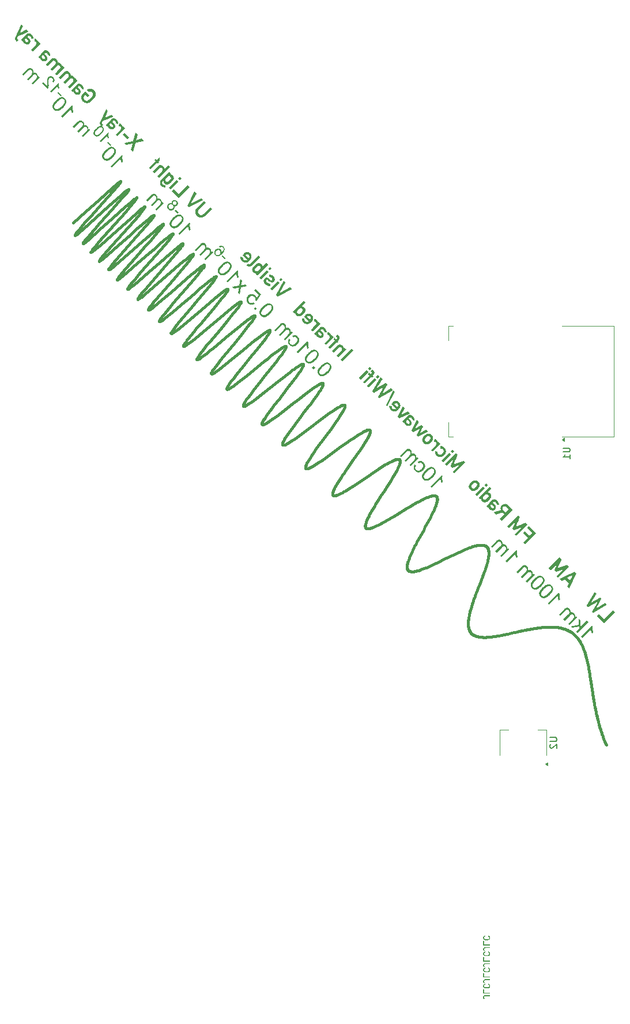
<source format=gbr>
%TF.GenerationSoftware,KiCad,Pcbnew,8.0.5*%
%TF.CreationDate,2025-01-18T17:06:11+08:00*%
%TF.ProjectId,cheap2,63686561-7032-42e6-9b69-6361645f7063,rev?*%
%TF.SameCoordinates,Original*%
%TF.FileFunction,Legend,Bot*%
%TF.FilePolarity,Positive*%
%FSLAX46Y46*%
G04 Gerber Fmt 4.6, Leading zero omitted, Abs format (unit mm)*
G04 Created by KiCad (PCBNEW 8.0.5) date 2025-01-18 17:06:11*
%MOMM*%
%LPD*%
G01*
G04 APERTURE LIST*
%ADD10C,0.000000*%
%ADD11C,0.150000*%
%ADD12C,0.423333*%
%ADD13C,0.120000*%
G04 APERTURE END LIST*
D10*
G36*
X40025770Y-46846851D02*
G01*
X40051077Y-46849059D01*
X40075700Y-46852635D01*
X40099621Y-46857498D01*
X40145316Y-46870763D01*
X40188049Y-46888192D01*
X40227715Y-46909130D01*
X40264201Y-46932918D01*
X40297398Y-46958898D01*
X40327197Y-46986414D01*
X40347381Y-47007047D01*
X40365893Y-47026938D01*
X40382815Y-47046226D01*
X40398233Y-47065049D01*
X40412222Y-47083544D01*
X40424870Y-47101846D01*
X40436257Y-47120093D01*
X40446465Y-47138422D01*
X40455575Y-47156969D01*
X40463675Y-47175877D01*
X40470840Y-47195273D01*
X40477157Y-47215303D01*
X40482706Y-47236099D01*
X40487571Y-47257800D01*
X40491833Y-47280542D01*
X40495573Y-47304464D01*
X40495769Y-47318709D01*
X40496268Y-47333367D01*
X40497620Y-47363806D01*
X40498535Y-47395558D01*
X40498486Y-47411861D01*
X40497913Y-47428408D01*
X40496684Y-47445175D01*
X40494664Y-47462135D01*
X40491709Y-47479259D01*
X40489839Y-47487874D01*
X40487685Y-47496522D01*
X40485230Y-47505192D01*
X40482455Y-47513889D01*
X40479345Y-47522608D01*
X40475881Y-47531343D01*
X40472051Y-47540092D01*
X40467832Y-47548851D01*
X40463207Y-47557616D01*
X40458161Y-47566386D01*
X40493436Y-47553453D01*
X40529012Y-47542742D01*
X40564754Y-47534277D01*
X40600522Y-47528087D01*
X40636181Y-47524199D01*
X40671594Y-47522641D01*
X40706623Y-47523441D01*
X40741132Y-47526623D01*
X40774982Y-47532219D01*
X40791618Y-47535930D01*
X40808038Y-47540253D01*
X40824226Y-47545194D01*
X40840163Y-47550755D01*
X40855833Y-47556938D01*
X40871218Y-47563749D01*
X40886302Y-47571190D01*
X40901068Y-47579266D01*
X40915498Y-47587978D01*
X40929575Y-47597330D01*
X40943281Y-47607328D01*
X40956602Y-47617972D01*
X40969515Y-47629266D01*
X40982012Y-47641217D01*
X41014930Y-47676292D01*
X41043656Y-47711339D01*
X41068381Y-47746331D01*
X41089295Y-47781243D01*
X41106592Y-47816042D01*
X41120465Y-47850707D01*
X41131102Y-47885208D01*
X41138698Y-47919514D01*
X41143443Y-47953601D01*
X41145528Y-47987441D01*
X41145149Y-48021009D01*
X41142496Y-48054275D01*
X41137759Y-48087213D01*
X41131130Y-48119793D01*
X41122804Y-48151991D01*
X41112968Y-48183777D01*
X41281352Y-48015394D01*
X41449729Y-48183771D01*
X40383313Y-49250187D01*
X40214942Y-49081816D01*
X40869751Y-48427007D01*
X40883712Y-48412973D01*
X40897231Y-48398941D01*
X40909877Y-48384910D01*
X40915732Y-48377894D01*
X40921202Y-48370877D01*
X40926237Y-48363862D01*
X40930777Y-48356847D01*
X40934767Y-48349831D01*
X40938158Y-48342815D01*
X40940888Y-48335800D01*
X40942907Y-48328786D01*
X40944159Y-48321767D01*
X40944480Y-48318261D01*
X40944586Y-48314751D01*
X40954855Y-48289565D01*
X40964465Y-48263227D01*
X40973198Y-48235903D01*
X40980834Y-48207757D01*
X40987156Y-48178952D01*
X40991944Y-48149656D01*
X40994977Y-48120031D01*
X40996035Y-48090241D01*
X40994904Y-48060451D01*
X40993447Y-48045607D01*
X40991362Y-48030826D01*
X40988616Y-48016126D01*
X40985186Y-48001529D01*
X40981043Y-47987055D01*
X40976161Y-47972728D01*
X40970511Y-47958562D01*
X40964067Y-47944581D01*
X40956800Y-47930807D01*
X40948683Y-47917258D01*
X40939690Y-47903956D01*
X40929793Y-47890923D01*
X40918963Y-47878176D01*
X40907174Y-47865738D01*
X40892982Y-47852306D01*
X40878475Y-47840063D01*
X40863676Y-47828992D01*
X40848600Y-47819076D01*
X40833262Y-47810296D01*
X40817682Y-47802637D01*
X40801876Y-47796081D01*
X40785860Y-47790611D01*
X40769652Y-47786209D01*
X40753270Y-47782860D01*
X40736731Y-47780545D01*
X40720049Y-47779246D01*
X40703244Y-47778948D01*
X40686335Y-47779634D01*
X40669336Y-47781286D01*
X40652265Y-47783888D01*
X40635137Y-47787419D01*
X40617975Y-47791866D01*
X40600790Y-47797211D01*
X40583601Y-47803437D01*
X40566428Y-47810525D01*
X40549286Y-47818458D01*
X40532191Y-47827222D01*
X40515160Y-47836797D01*
X40498210Y-47847168D01*
X40481364Y-47858315D01*
X40464632Y-47870225D01*
X40448034Y-47882876D01*
X40431585Y-47896252D01*
X40415306Y-47910341D01*
X40383318Y-47940574D01*
X39728508Y-48595382D01*
X39541424Y-48408298D01*
X40214942Y-47734779D01*
X40228902Y-47720745D01*
X40242423Y-47706713D01*
X40255066Y-47692681D01*
X40260922Y-47685665D01*
X40266392Y-47678649D01*
X40271426Y-47671634D01*
X40275967Y-47664618D01*
X40279959Y-47657603D01*
X40283348Y-47650588D01*
X40286079Y-47643572D01*
X40288096Y-47636555D01*
X40289347Y-47629539D01*
X40289671Y-47626033D01*
X40289778Y-47622523D01*
X40299839Y-47597551D01*
X40308888Y-47571839D01*
X40316785Y-47545525D01*
X40323395Y-47518745D01*
X40328578Y-47491635D01*
X40332199Y-47464334D01*
X40334123Y-47436978D01*
X40334211Y-47409707D01*
X40332324Y-47382651D01*
X40330598Y-47369252D01*
X40328328Y-47355954D01*
X40325496Y-47342781D01*
X40322085Y-47329749D01*
X40318076Y-47316875D01*
X40313456Y-47304175D01*
X40308204Y-47291667D01*
X40302307Y-47279369D01*
X40295742Y-47267296D01*
X40288497Y-47255466D01*
X40280554Y-47243897D01*
X40271894Y-47232604D01*
X40262503Y-47221607D01*
X40252360Y-47210923D01*
X40236465Y-47195793D01*
X40220358Y-47181963D01*
X40204045Y-47169423D01*
X40187536Y-47158158D01*
X40170833Y-47148151D01*
X40153946Y-47139393D01*
X40136880Y-47131868D01*
X40119643Y-47125562D01*
X40102240Y-47120463D01*
X40084683Y-47116556D01*
X40066972Y-47113826D01*
X40049118Y-47112262D01*
X40031128Y-47111849D01*
X40013006Y-47112573D01*
X39994763Y-47114422D01*
X39976402Y-47117378D01*
X39957933Y-47121432D01*
X39939361Y-47126569D01*
X39920692Y-47132775D01*
X39901933Y-47140035D01*
X39883094Y-47148336D01*
X39864178Y-47157666D01*
X39845194Y-47168009D01*
X39826149Y-47179353D01*
X39807047Y-47191683D01*
X39787900Y-47204986D01*
X39768711Y-47219249D01*
X39749485Y-47234456D01*
X39710965Y-47267654D01*
X39672387Y-47304468D01*
X39054993Y-47921859D01*
X38867904Y-47734768D01*
X39504003Y-47098668D01*
X39538862Y-47065000D01*
X39573268Y-47034100D01*
X39607207Y-47005886D01*
X39640667Y-46980275D01*
X39673634Y-46957186D01*
X39706092Y-46936536D01*
X39738032Y-46918242D01*
X39769436Y-46902224D01*
X39800293Y-46888399D01*
X39830586Y-46876683D01*
X39860308Y-46866995D01*
X39889437Y-46859251D01*
X39917963Y-46853374D01*
X39945874Y-46849277D01*
X39973156Y-46846879D01*
X39999792Y-46846099D01*
X40025770Y-46846851D01*
G37*
G36*
X47453192Y-54536203D02*
G01*
X47478499Y-54538409D01*
X47503122Y-54541985D01*
X47527043Y-54546850D01*
X47572738Y-54560113D01*
X47615471Y-54577542D01*
X47655137Y-54598480D01*
X47691623Y-54622267D01*
X47724819Y-54648247D01*
X47754618Y-54675762D01*
X47774802Y-54696394D01*
X47793315Y-54716288D01*
X47810239Y-54735576D01*
X47825654Y-54754401D01*
X47839644Y-54772894D01*
X47852292Y-54791196D01*
X47863679Y-54809443D01*
X47873888Y-54827773D01*
X47883000Y-54846321D01*
X47891098Y-54865227D01*
X47898265Y-54884625D01*
X47904581Y-54904654D01*
X47910128Y-54925450D01*
X47914994Y-54947151D01*
X47919254Y-54969892D01*
X47922993Y-54993812D01*
X47923191Y-55008059D01*
X47923690Y-55022717D01*
X47925044Y-55053157D01*
X47925959Y-55084910D01*
X47925907Y-55101211D01*
X47925338Y-55117759D01*
X47924110Y-55134527D01*
X47922087Y-55151486D01*
X47919131Y-55168609D01*
X47917261Y-55177224D01*
X47915107Y-55185870D01*
X47912651Y-55194543D01*
X47909877Y-55203239D01*
X47906766Y-55211958D01*
X47903303Y-55220691D01*
X47899472Y-55229442D01*
X47895252Y-55238199D01*
X47890627Y-55246966D01*
X47885581Y-55255735D01*
X47920857Y-55242803D01*
X47956435Y-55232093D01*
X47992177Y-55223628D01*
X48027947Y-55217439D01*
X48063606Y-55213553D01*
X48099018Y-55211996D01*
X48134046Y-55212792D01*
X48168555Y-55215976D01*
X48202406Y-55221571D01*
X48219042Y-55225282D01*
X48235460Y-55229606D01*
X48251650Y-55234546D01*
X48267586Y-55240106D01*
X48283257Y-55246290D01*
X48298642Y-55253101D01*
X48313727Y-55260543D01*
X48328492Y-55268618D01*
X48342923Y-55277331D01*
X48356999Y-55286684D01*
X48370707Y-55296681D01*
X48384026Y-55307325D01*
X48396942Y-55318621D01*
X48409438Y-55330571D01*
X48442356Y-55365645D01*
X48471081Y-55400694D01*
X48495804Y-55435684D01*
X48516720Y-55470595D01*
X48534017Y-55505396D01*
X48547889Y-55540060D01*
X48558527Y-55574558D01*
X48566122Y-55608866D01*
X48570867Y-55642953D01*
X48572954Y-55676795D01*
X48572574Y-55710361D01*
X48569918Y-55743628D01*
X48565183Y-55776563D01*
X48558555Y-55809145D01*
X48550226Y-55841341D01*
X48540390Y-55873125D01*
X48708772Y-55704743D01*
X48877149Y-55873120D01*
X47810734Y-56939536D01*
X47642364Y-56771166D01*
X48297172Y-56116356D01*
X48311131Y-56102321D01*
X48324654Y-56088291D01*
X48337297Y-56074258D01*
X48343151Y-56067242D01*
X48348625Y-56060227D01*
X48353658Y-56053211D01*
X48358198Y-56046195D01*
X48362187Y-56039179D01*
X48365578Y-56032167D01*
X48368310Y-56025149D01*
X48370328Y-56018132D01*
X48371580Y-56011118D01*
X48371901Y-56007609D01*
X48372009Y-56004101D01*
X48382277Y-55978915D01*
X48391888Y-55952578D01*
X48400621Y-55925254D01*
X48408258Y-55897108D01*
X48414581Y-55868305D01*
X48419365Y-55839007D01*
X48422400Y-55809382D01*
X48423458Y-55779591D01*
X48422328Y-55749802D01*
X48420872Y-55734959D01*
X48418781Y-55720175D01*
X48416038Y-55705476D01*
X48412608Y-55690879D01*
X48408465Y-55676407D01*
X48403583Y-55662078D01*
X48397932Y-55647912D01*
X48391489Y-55633931D01*
X48384219Y-55620156D01*
X48376105Y-55606608D01*
X48367112Y-55593306D01*
X48357214Y-55580271D01*
X48346385Y-55567525D01*
X48334595Y-55555086D01*
X48320403Y-55541656D01*
X48305897Y-55529413D01*
X48291099Y-55518341D01*
X48276022Y-55508424D01*
X48260684Y-55499646D01*
X48245104Y-55491987D01*
X48229297Y-55485430D01*
X48213281Y-55479960D01*
X48197073Y-55475559D01*
X48180689Y-55472209D01*
X48164149Y-55469893D01*
X48147470Y-55468596D01*
X48130664Y-55468297D01*
X48113755Y-55468983D01*
X48096757Y-55470636D01*
X48079685Y-55473236D01*
X48062559Y-55476767D01*
X48045396Y-55481215D01*
X48028211Y-55486560D01*
X48011024Y-55492785D01*
X47993851Y-55499875D01*
X47976705Y-55507808D01*
X47959612Y-55516571D01*
X47942581Y-55526146D01*
X47925632Y-55536516D01*
X47908783Y-55547665D01*
X47892053Y-55559572D01*
X47875455Y-55572225D01*
X47859007Y-55585602D01*
X47842727Y-55599690D01*
X47810739Y-55629923D01*
X47155931Y-56284733D01*
X46968844Y-56097648D01*
X47642364Y-55424129D01*
X47656323Y-55410095D01*
X47669844Y-55396062D01*
X47682487Y-55382030D01*
X47688343Y-55375014D01*
X47693815Y-55367998D01*
X47698848Y-55360982D01*
X47703387Y-55353967D01*
X47707380Y-55346952D01*
X47710767Y-55339936D01*
X47713500Y-55332921D01*
X47715518Y-55325905D01*
X47716770Y-55318889D01*
X47717090Y-55315381D01*
X47717200Y-55311873D01*
X47727260Y-55286900D01*
X47736307Y-55261189D01*
X47744206Y-55234874D01*
X47750815Y-55208093D01*
X47756000Y-55180984D01*
X47759621Y-55153684D01*
X47761544Y-55126330D01*
X47761630Y-55099055D01*
X47759745Y-55072001D01*
X47758018Y-55058598D01*
X47755749Y-55045303D01*
X47752917Y-55032130D01*
X47749506Y-55019099D01*
X47745497Y-55006225D01*
X47740875Y-54993525D01*
X47735626Y-54981017D01*
X47729726Y-54968717D01*
X47723164Y-54956644D01*
X47715919Y-54944814D01*
X47707976Y-54933247D01*
X47699317Y-54921954D01*
X47689924Y-54910958D01*
X47679781Y-54900272D01*
X47663887Y-54885143D01*
X47647780Y-54871313D01*
X47631469Y-54858775D01*
X47614958Y-54847508D01*
X47598255Y-54837502D01*
X47581368Y-54828744D01*
X47564303Y-54821220D01*
X47547064Y-54814914D01*
X47529665Y-54809814D01*
X47512106Y-54805907D01*
X47494396Y-54803177D01*
X47476542Y-54801614D01*
X47458552Y-54801201D01*
X47440431Y-54801924D01*
X47422187Y-54803772D01*
X47403827Y-54806730D01*
X47385355Y-54810784D01*
X47366783Y-54815919D01*
X47348114Y-54822125D01*
X47329355Y-54829385D01*
X47310516Y-54837689D01*
X47291600Y-54847016D01*
X47272616Y-54857359D01*
X47253571Y-54868703D01*
X47234469Y-54881033D01*
X47215320Y-54894337D01*
X47196132Y-54908598D01*
X47176908Y-54923807D01*
X47138386Y-54957003D01*
X47099808Y-54993818D01*
X46482415Y-55611209D01*
X46295331Y-55424124D01*
X46931431Y-54788024D01*
X46966288Y-54754355D01*
X47000694Y-54723454D01*
X47034634Y-54695241D01*
X47068093Y-54669631D01*
X47101060Y-54646540D01*
X47133519Y-54625891D01*
X47165459Y-54607597D01*
X47196863Y-54591578D01*
X47227719Y-54577752D01*
X47258014Y-54566036D01*
X47287733Y-54556348D01*
X47316863Y-54548605D01*
X47345389Y-54542726D01*
X47373300Y-54538629D01*
X47400577Y-54536232D01*
X47427215Y-54535450D01*
X47453192Y-54536203D01*
G37*
G36*
X58229497Y-65312508D02*
G01*
X58254804Y-65314713D01*
X58279425Y-65318290D01*
X58303348Y-65323153D01*
X58349043Y-65336417D01*
X58391778Y-65353848D01*
X58431442Y-65374785D01*
X58467928Y-65398573D01*
X58501125Y-65424553D01*
X58530922Y-65452068D01*
X58551105Y-65472699D01*
X58569621Y-65492592D01*
X58586544Y-65511881D01*
X58601958Y-65530705D01*
X58615950Y-65549198D01*
X58628596Y-65567500D01*
X58639982Y-65585748D01*
X58650192Y-65604076D01*
X58659304Y-65622626D01*
X58667401Y-65641532D01*
X58674568Y-65660929D01*
X58680885Y-65680958D01*
X58686433Y-65701754D01*
X58691296Y-65723456D01*
X58695557Y-65746198D01*
X58699299Y-65770118D01*
X58699496Y-65784364D01*
X58699995Y-65799022D01*
X58701346Y-65829459D01*
X58702260Y-65861211D01*
X58702208Y-65877512D01*
X58701639Y-65894060D01*
X58700411Y-65910828D01*
X58698387Y-65927786D01*
X58695432Y-65944910D01*
X58693562Y-65953525D01*
X58691407Y-65962169D01*
X58688951Y-65970843D01*
X58686177Y-65979539D01*
X58683067Y-65988259D01*
X58679604Y-65996992D01*
X58675770Y-66005741D01*
X58671552Y-66014501D01*
X58666928Y-66023267D01*
X58661882Y-66032036D01*
X58697158Y-66019104D01*
X58732735Y-66008393D01*
X58768478Y-65999929D01*
X58804248Y-65993740D01*
X58839907Y-65989854D01*
X58875320Y-65988295D01*
X58910349Y-65989096D01*
X58944856Y-65992277D01*
X58978708Y-65997873D01*
X58995345Y-66001584D01*
X59011765Y-66005911D01*
X59027952Y-66010849D01*
X59043890Y-66016409D01*
X59059558Y-66022594D01*
X59074945Y-66029404D01*
X59090029Y-66036845D01*
X59104795Y-66044921D01*
X59119224Y-66053635D01*
X59133301Y-66062986D01*
X59147009Y-66072983D01*
X59160327Y-66083626D01*
X59173243Y-66094922D01*
X59185738Y-66106871D01*
X59218656Y-66141947D01*
X59247382Y-66176993D01*
X59272105Y-66211985D01*
X59293021Y-66246896D01*
X59310318Y-66281695D01*
X59324189Y-66316361D01*
X59334827Y-66350858D01*
X59342423Y-66385167D01*
X59347167Y-66419254D01*
X59349255Y-66453096D01*
X59348874Y-66486663D01*
X59346219Y-66519929D01*
X59341482Y-66552864D01*
X59334853Y-66585444D01*
X59326526Y-66617640D01*
X59316691Y-66649426D01*
X59485073Y-66481044D01*
X59653457Y-66649428D01*
X58587041Y-67715843D01*
X58418669Y-67547471D01*
X59073478Y-66892662D01*
X59087437Y-66878628D01*
X59100959Y-66864595D01*
X59113600Y-66850563D01*
X59119458Y-66843549D01*
X59124929Y-66836531D01*
X59129962Y-66829516D01*
X59134503Y-66822500D01*
X59138493Y-66815483D01*
X59141880Y-66808467D01*
X59144612Y-66801451D01*
X59146630Y-66794435D01*
X59147880Y-66787419D01*
X59148202Y-66783910D01*
X59148309Y-66780401D01*
X59158578Y-66755216D01*
X59168188Y-66728878D01*
X59176920Y-66701554D01*
X59184556Y-66673408D01*
X59190880Y-66644604D01*
X59195666Y-66615308D01*
X59198700Y-66585682D01*
X59199761Y-66555894D01*
X59198627Y-66526102D01*
X59197170Y-66511258D01*
X59195083Y-66496477D01*
X59192337Y-66481776D01*
X59188908Y-66467179D01*
X59184766Y-66452706D01*
X59179882Y-66438377D01*
X59174233Y-66424211D01*
X59167789Y-66410234D01*
X59160520Y-66396457D01*
X59152405Y-66382908D01*
X59143412Y-66369606D01*
X59133514Y-66356573D01*
X59122686Y-66343826D01*
X59110896Y-66331387D01*
X59096703Y-66317956D01*
X59082199Y-66305713D01*
X59067400Y-66294642D01*
X59052322Y-66284725D01*
X59036985Y-66275947D01*
X59021405Y-66268288D01*
X59005598Y-66261731D01*
X58989582Y-66256261D01*
X58973375Y-66251860D01*
X58956992Y-66248512D01*
X58940454Y-66246196D01*
X58923773Y-66244898D01*
X58906967Y-66244600D01*
X58890059Y-66245286D01*
X58873060Y-66246940D01*
X58855988Y-66249539D01*
X58838864Y-66253072D01*
X58821700Y-66257519D01*
X58804516Y-66262864D01*
X58787326Y-66269090D01*
X58770155Y-66276180D01*
X58753011Y-66284112D01*
X58735917Y-66292876D01*
X58718887Y-66302452D01*
X58701939Y-66312822D01*
X58685090Y-66323970D01*
X58668359Y-66335878D01*
X58651761Y-66348530D01*
X58635313Y-66361908D01*
X58619032Y-66375996D01*
X58587045Y-66406229D01*
X57932236Y-67061038D01*
X57745145Y-66873947D01*
X58418664Y-66200430D01*
X58432624Y-66186395D01*
X58446144Y-66172362D01*
X58458787Y-66158330D01*
X58464644Y-66151315D01*
X58470116Y-66144300D01*
X58475149Y-66137283D01*
X58479688Y-66130268D01*
X58483680Y-66123252D01*
X58487068Y-66116235D01*
X58489800Y-66109221D01*
X58491818Y-66102205D01*
X58493070Y-66095189D01*
X58493391Y-66091682D01*
X58493500Y-66088173D01*
X58503562Y-66063202D01*
X58512611Y-66037492D01*
X58520508Y-66011177D01*
X58527118Y-65984396D01*
X58532302Y-65957287D01*
X58535925Y-65929987D01*
X58537847Y-65902631D01*
X58537933Y-65875358D01*
X58536047Y-65848302D01*
X58534319Y-65834901D01*
X58532051Y-65821605D01*
X58529219Y-65808432D01*
X58525807Y-65795400D01*
X58521799Y-65782525D01*
X58517176Y-65769826D01*
X58511927Y-65757318D01*
X58506027Y-65745018D01*
X58499465Y-65732945D01*
X58492220Y-65721115D01*
X58484278Y-65709547D01*
X58475615Y-65698254D01*
X58466225Y-65687259D01*
X58456082Y-65676572D01*
X58440188Y-65661442D01*
X58424081Y-65647614D01*
X58407768Y-65635074D01*
X58391259Y-65623809D01*
X58374557Y-65613803D01*
X58357669Y-65605045D01*
X58340604Y-65597521D01*
X58323365Y-65591215D01*
X58305965Y-65586114D01*
X58288406Y-65582207D01*
X58270697Y-65579478D01*
X58252842Y-65577917D01*
X58234852Y-65577504D01*
X58216731Y-65578226D01*
X58198488Y-65580073D01*
X58180125Y-65583031D01*
X58161657Y-65587084D01*
X58143084Y-65592220D01*
X58124414Y-65598428D01*
X58105656Y-65605686D01*
X58086816Y-65613987D01*
X58067901Y-65623317D01*
X58048917Y-65633660D01*
X58029869Y-65645002D01*
X58010770Y-65657334D01*
X57991621Y-65670636D01*
X57972433Y-65684899D01*
X57953208Y-65700106D01*
X57914686Y-65733303D01*
X57876108Y-65770118D01*
X57258717Y-66387509D01*
X57071629Y-66200423D01*
X57707731Y-65564322D01*
X57742589Y-65530656D01*
X57776995Y-65499755D01*
X57810934Y-65471541D01*
X57844392Y-65445930D01*
X57877361Y-65422841D01*
X57909820Y-65402192D01*
X57941760Y-65383898D01*
X57973164Y-65367879D01*
X58004020Y-65354053D01*
X58034314Y-65342337D01*
X58064034Y-65332652D01*
X58093165Y-65324907D01*
X58121692Y-65319029D01*
X58149602Y-65314931D01*
X58176882Y-65312537D01*
X58203519Y-65311753D01*
X58229497Y-65312508D01*
G37*
G36*
X77138395Y-84233052D02*
G01*
X77150214Y-84233659D01*
X77161940Y-84234764D01*
X77173577Y-84236355D01*
X77185128Y-84238422D01*
X77196598Y-84240954D01*
X77207989Y-84243943D01*
X77219305Y-84247378D01*
X77230548Y-84251246D01*
X77252832Y-84260249D01*
X77274873Y-84270869D01*
X77296691Y-84283022D01*
X77318320Y-84296629D01*
X77339786Y-84311607D01*
X77361113Y-84327873D01*
X77382332Y-84345345D01*
X77403467Y-84363940D01*
X77424548Y-84383579D01*
X77445603Y-84404177D01*
X77472359Y-84432677D01*
X77496537Y-84462054D01*
X77518198Y-84492310D01*
X77537391Y-84523443D01*
X77554172Y-84555452D01*
X77568596Y-84588342D01*
X77580719Y-84622104D01*
X77590593Y-84656745D01*
X77598278Y-84692265D01*
X77603822Y-84728661D01*
X77607285Y-84765930D01*
X77608716Y-84804079D01*
X77608179Y-84843105D01*
X77605720Y-84883007D01*
X77601397Y-84923786D01*
X77595264Y-84965441D01*
X77609512Y-84958651D01*
X77624169Y-84952324D01*
X77639209Y-84946493D01*
X77654607Y-84941180D01*
X77670332Y-84936415D01*
X77686361Y-84932230D01*
X77702662Y-84928641D01*
X77719210Y-84925686D01*
X77735979Y-84923390D01*
X77752939Y-84921777D01*
X77770063Y-84920877D01*
X77787324Y-84920719D01*
X77804694Y-84921325D01*
X77822147Y-84922728D01*
X77839654Y-84924956D01*
X77857190Y-84928028D01*
X77874723Y-84931971D01*
X77892230Y-84936763D01*
X77909682Y-84942376D01*
X77927052Y-84948786D01*
X77944313Y-84955964D01*
X77961435Y-84963877D01*
X77978395Y-84972507D01*
X77995163Y-84981821D01*
X78011709Y-84991790D01*
X78028011Y-85002392D01*
X78044039Y-85013596D01*
X78059765Y-85025376D01*
X78075160Y-85037703D01*
X78090200Y-85050549D01*
X78104857Y-85063890D01*
X78119101Y-85077696D01*
X78132911Y-85091945D01*
X78146254Y-85106603D01*
X78159104Y-85121645D01*
X78171432Y-85137043D01*
X78183213Y-85152770D01*
X78194417Y-85168798D01*
X78205018Y-85185098D01*
X78214988Y-85201646D01*
X78224301Y-85218413D01*
X78232929Y-85235371D01*
X78240842Y-85252493D01*
X78248018Y-85269754D01*
X78254424Y-85287120D01*
X78260037Y-85304570D01*
X78264828Y-85322076D01*
X78268768Y-85339607D01*
X78275714Y-85374686D01*
X78282219Y-85409763D01*
X78287848Y-85444843D01*
X78290195Y-85462382D01*
X78292159Y-85479922D01*
X78293684Y-85497463D01*
X78294716Y-85515002D01*
X78295201Y-85532542D01*
X78295081Y-85550083D01*
X78294305Y-85567623D01*
X78292815Y-85585163D01*
X78290555Y-85602704D01*
X78287477Y-85620245D01*
X78455855Y-85451868D01*
X78624237Y-85620250D01*
X77464286Y-86780201D01*
X77277182Y-86593099D01*
X77857172Y-86013110D01*
X77877573Y-85992283D01*
X77896710Y-85971892D01*
X77914644Y-85951942D01*
X77931424Y-85932428D01*
X77947109Y-85913356D01*
X77961754Y-85894720D01*
X77988138Y-85858767D01*
X78011011Y-85824565D01*
X78030815Y-85792118D01*
X78047990Y-85761422D01*
X78062967Y-85732478D01*
X78069553Y-85718449D01*
X78075316Y-85704417D01*
X78080315Y-85690386D01*
X78084600Y-85676354D01*
X78088228Y-85662325D01*
X78091250Y-85648292D01*
X78093728Y-85634261D01*
X78095712Y-85620231D01*
X78097255Y-85606197D01*
X78098415Y-85592166D01*
X78099248Y-85578134D01*
X78099805Y-85564102D01*
X78100316Y-85536036D01*
X78100385Y-85507968D01*
X78100224Y-85501007D01*
X78099742Y-85494151D01*
X78098953Y-85487400D01*
X78097865Y-85480746D01*
X78096489Y-85474188D01*
X78094838Y-85467725D01*
X78092918Y-85461348D01*
X78090741Y-85455058D01*
X78085657Y-85442723D01*
X78079671Y-85430688D01*
X78072861Y-85418925D01*
X78065312Y-85407412D01*
X78057105Y-85396117D01*
X78048320Y-85385014D01*
X78039046Y-85374077D01*
X78029359Y-85363274D01*
X78009077Y-85341971D01*
X77988141Y-85320888D01*
X77974110Y-85307304D01*
X77960076Y-85294650D01*
X77946046Y-85282986D01*
X77932016Y-85272362D01*
X77917983Y-85262833D01*
X77903951Y-85254456D01*
X77889920Y-85247284D01*
X77875887Y-85241373D01*
X77861857Y-85236779D01*
X77847825Y-85233552D01*
X77833793Y-85231752D01*
X77826775Y-85231405D01*
X77819762Y-85231432D01*
X77812747Y-85231844D01*
X77805728Y-85232646D01*
X77798715Y-85233846D01*
X77791699Y-85235450D01*
X77784685Y-85237466D01*
X77777669Y-85239898D01*
X77770652Y-85242755D01*
X77763636Y-85246045D01*
X77749394Y-85252869D01*
X77734736Y-85259386D01*
X77704301Y-85272070D01*
X77672548Y-85285189D01*
X77656248Y-85292257D01*
X77639699Y-85299843D01*
X77622931Y-85308090D01*
X77605971Y-85317129D01*
X77588847Y-85327100D01*
X77571586Y-85338140D01*
X77554215Y-85350387D01*
X77536763Y-85363975D01*
X77519255Y-85379044D01*
X77501720Y-85395730D01*
X76753366Y-86144086D01*
X76547563Y-85938285D01*
X77239786Y-85246062D01*
X77260387Y-85225014D01*
X77280056Y-85203967D01*
X77298738Y-85182922D01*
X77316378Y-85161875D01*
X77332924Y-85140825D01*
X77348318Y-85119779D01*
X77362503Y-85098732D01*
X77375431Y-85077683D01*
X77387043Y-85056636D01*
X77397282Y-85035588D01*
X77406100Y-85014541D01*
X77413435Y-84993494D01*
X77419236Y-84972446D01*
X77423446Y-84951395D01*
X77426012Y-84930347D01*
X77426879Y-84909298D01*
X77426227Y-84888468D01*
X77424314Y-84868078D01*
X77421200Y-84848127D01*
X77416932Y-84828613D01*
X77411568Y-84809538D01*
X77405164Y-84790903D01*
X77397774Y-84772707D01*
X77389453Y-84754949D01*
X77380255Y-84737630D01*
X77370234Y-84720749D01*
X77359446Y-84704307D01*
X77347946Y-84688303D01*
X77335789Y-84672739D01*
X77323028Y-84657612D01*
X77309721Y-84642924D01*
X77295920Y-84628677D01*
X77288484Y-84621669D01*
X77280280Y-84614717D01*
X77271418Y-84607874D01*
X77262010Y-84601197D01*
X77252161Y-84594738D01*
X77241984Y-84588553D01*
X77231587Y-84582697D01*
X77221083Y-84577225D01*
X77210577Y-84572194D01*
X77200182Y-84567652D01*
X77190005Y-84563660D01*
X77180156Y-84560272D01*
X77170748Y-84557540D01*
X77161887Y-84555521D01*
X77153683Y-84554269D01*
X77146246Y-84553839D01*
X76996573Y-84553839D01*
X76992955Y-84554056D01*
X76989126Y-84554696D01*
X76985091Y-84555748D01*
X76980857Y-84557198D01*
X76971821Y-84561236D01*
X76962073Y-84566697D01*
X76951669Y-84573475D01*
X76940660Y-84581459D01*
X76929103Y-84590540D01*
X76917055Y-84600607D01*
X76904568Y-84611553D01*
X76891698Y-84623264D01*
X76865025Y-84648551D01*
X76837474Y-84675591D01*
X76809487Y-84703510D01*
X76079841Y-85433154D01*
X75892759Y-85246073D01*
X76697237Y-84441595D01*
X76721794Y-84417906D01*
X76746351Y-84395917D01*
X76770906Y-84375575D01*
X76795463Y-84356819D01*
X76820017Y-84339597D01*
X76844575Y-84323857D01*
X76869129Y-84309541D01*
X76893684Y-84296597D01*
X76918239Y-84284968D01*
X76942794Y-84274599D01*
X76967352Y-84265438D01*
X76991907Y-84257426D01*
X77016462Y-84250512D01*
X77041019Y-84244639D01*
X77065574Y-84239751D01*
X77090130Y-84235795D01*
X77102351Y-84234313D01*
X77114467Y-84233369D01*
X77126481Y-84232951D01*
X77138395Y-84233052D01*
G37*
G36*
X78937554Y-86032086D02*
G01*
X78951426Y-86032895D01*
X78978862Y-86036086D01*
X79005916Y-86041306D01*
X79032612Y-86048472D01*
X79058980Y-86057503D01*
X79085049Y-86068314D01*
X79110842Y-86080825D01*
X79136391Y-86094954D01*
X79161720Y-86110616D01*
X79186855Y-86127732D01*
X79211828Y-86146219D01*
X79236663Y-86165993D01*
X79261389Y-86186974D01*
X79286031Y-86209076D01*
X79310619Y-86232220D01*
X79335178Y-86256324D01*
X79352493Y-86274087D01*
X79369344Y-86292317D01*
X79385702Y-86311039D01*
X79401539Y-86330283D01*
X79416826Y-86350076D01*
X79431538Y-86370443D01*
X79445648Y-86391413D01*
X79459127Y-86413011D01*
X79471947Y-86435269D01*
X79484083Y-86458212D01*
X79495506Y-86481867D01*
X79506189Y-86506262D01*
X79516103Y-86531425D01*
X79525224Y-86557381D01*
X79533522Y-86584160D01*
X79540968Y-86611787D01*
X79547543Y-86639425D01*
X79553212Y-86666268D01*
X79557949Y-86692400D01*
X79561727Y-86717901D01*
X79564519Y-86742853D01*
X79566293Y-86767340D01*
X79567031Y-86791445D01*
X79566698Y-86815247D01*
X79565267Y-86838829D01*
X79562714Y-86862278D01*
X79559010Y-86885666D01*
X79554127Y-86909087D01*
X79548037Y-86932612D01*
X79540717Y-86956331D01*
X79532136Y-86980325D01*
X79522266Y-87004673D01*
X79511302Y-87029229D01*
X79499463Y-87053786D01*
X79486748Y-87078341D01*
X79473153Y-87102897D01*
X79458684Y-87127455D01*
X79443336Y-87152008D01*
X79427113Y-87176565D01*
X79410012Y-87201119D01*
X79392033Y-87225674D01*
X79373178Y-87250230D01*
X79353447Y-87274785D01*
X79332838Y-87299342D01*
X79311352Y-87323896D01*
X79288990Y-87348451D01*
X79265751Y-87373006D01*
X79241634Y-87397562D01*
X79206339Y-87431548D01*
X79170633Y-87463372D01*
X79134545Y-87493056D01*
X79098100Y-87520631D01*
X79061324Y-87546122D01*
X79024252Y-87569559D01*
X78986903Y-87590968D01*
X78949305Y-87610374D01*
X78911489Y-87627809D01*
X78873483Y-87643300D01*
X78835312Y-87656868D01*
X78797004Y-87668547D01*
X78758585Y-87678362D01*
X78720085Y-87686342D01*
X78681529Y-87692512D01*
X78642947Y-87696902D01*
X78623761Y-87698328D01*
X78604789Y-87699103D01*
X78586022Y-87699234D01*
X78567454Y-87698727D01*
X78549077Y-87697590D01*
X78530886Y-87695831D01*
X78495031Y-87690468D01*
X78459833Y-87682693D01*
X78425238Y-87672561D01*
X78391189Y-87660129D01*
X78357638Y-87645449D01*
X78324523Y-87628576D01*
X78291791Y-87609565D01*
X78259388Y-87588474D01*
X78227262Y-87565352D01*
X78195354Y-87540259D01*
X78163610Y-87513249D01*
X78131975Y-87484373D01*
X78100396Y-87453688D01*
X78076504Y-87428917D01*
X78053954Y-87403737D01*
X78032773Y-87378172D01*
X78012992Y-87352252D01*
X77994636Y-87326000D01*
X77977731Y-87299449D01*
X77962308Y-87272623D01*
X77948389Y-87245552D01*
X77936009Y-87218259D01*
X77925188Y-87190776D01*
X77915956Y-87163128D01*
X77908342Y-87135343D01*
X77902372Y-87107447D01*
X77898073Y-87079471D01*
X77895469Y-87051437D01*
X77894596Y-87023379D01*
X77895044Y-86994893D01*
X77896424Y-86965643D01*
X77898790Y-86935735D01*
X77902199Y-86905278D01*
X77906703Y-86874382D01*
X77912358Y-86843159D01*
X77919219Y-86811715D01*
X77927342Y-86780164D01*
X77936779Y-86748609D01*
X77947586Y-86717167D01*
X77959818Y-86685941D01*
X77973528Y-86655046D01*
X77988776Y-86624588D01*
X78005612Y-86594678D01*
X78024091Y-86565425D01*
X78044269Y-86536940D01*
X78250069Y-86705322D01*
X78217583Y-86765879D01*
X78190141Y-86821389D01*
X78178244Y-86847322D01*
X78167522Y-86872076D01*
X78157954Y-86895681D01*
X78149508Y-86918158D01*
X78142160Y-86939540D01*
X78135877Y-86959852D01*
X78130640Y-86979124D01*
X78126413Y-86997381D01*
X78123176Y-87014652D01*
X78120897Y-87030963D01*
X78119547Y-87046343D01*
X78119105Y-87060817D01*
X78119543Y-87081434D01*
X78120857Y-87101229D01*
X78123048Y-87120256D01*
X78126116Y-87138571D01*
X78130062Y-87156229D01*
X78134882Y-87173283D01*
X78140582Y-87189791D01*
X78147161Y-87205804D01*
X78154614Y-87221381D01*
X78162946Y-87236571D01*
X78172154Y-87251435D01*
X78182240Y-87266024D01*
X78193201Y-87280394D01*
X78205040Y-87294599D01*
X78217757Y-87308694D01*
X78231350Y-87322735D01*
X78249114Y-87339621D01*
X78267344Y-87355220D01*
X78286066Y-87369558D01*
X78305310Y-87382662D01*
X78325103Y-87394560D01*
X78345470Y-87405281D01*
X78366439Y-87414849D01*
X78388042Y-87423296D01*
X78410301Y-87430645D01*
X78433243Y-87436924D01*
X78456900Y-87442163D01*
X78481295Y-87446388D01*
X78506459Y-87449628D01*
X78532414Y-87451907D01*
X78559196Y-87453256D01*
X78586824Y-87453700D01*
X78600801Y-87453424D01*
X78614676Y-87452610D01*
X78628455Y-87451261D01*
X78642145Y-87449384D01*
X78669285Y-87444076D01*
X78696152Y-87436740D01*
X78722799Y-87427430D01*
X78749280Y-87416203D01*
X78775655Y-87403113D01*
X78801973Y-87388213D01*
X78828294Y-87371561D01*
X78854668Y-87353209D01*
X78881149Y-87333212D01*
X78907800Y-87311629D01*
X78934665Y-87288506D01*
X78961807Y-87263907D01*
X78989277Y-87237881D01*
X79017129Y-87210487D01*
X79044320Y-87182429D01*
X79069781Y-87154396D01*
X79093547Y-87126420D01*
X79115640Y-87098525D01*
X79136088Y-87070739D01*
X79154919Y-87043091D01*
X79172161Y-87015607D01*
X79187841Y-86988315D01*
X79201986Y-86961243D01*
X79214624Y-86934417D01*
X79225782Y-86907868D01*
X79235488Y-86881616D01*
X79243770Y-86855697D01*
X79250653Y-86830135D01*
X79256167Y-86804953D01*
X79260338Y-86780185D01*
X79261874Y-86767909D01*
X79262977Y-86755640D01*
X79263918Y-86731148D01*
X79263216Y-86706765D01*
X79260922Y-86682546D01*
X79257093Y-86658548D01*
X79251787Y-86634824D01*
X79245054Y-86611429D01*
X79236952Y-86588417D01*
X79227534Y-86565844D01*
X79216853Y-86543763D01*
X79204968Y-86522232D01*
X79191932Y-86501303D01*
X79177801Y-86481031D01*
X79162626Y-86461473D01*
X79146467Y-86442681D01*
X79129371Y-86424712D01*
X79115340Y-86411118D01*
X79101310Y-86398402D01*
X79087278Y-86386563D01*
X79073246Y-86375600D01*
X79059214Y-86365514D01*
X79045182Y-86356307D01*
X79031149Y-86347976D01*
X79017119Y-86340519D01*
X79003086Y-86333941D01*
X78989056Y-86328242D01*
X78975025Y-86323417D01*
X78960992Y-86319470D01*
X78946961Y-86316399D01*
X78932931Y-86314208D01*
X78918900Y-86312891D01*
X78904869Y-86312452D01*
X78890622Y-86312675D01*
X78875965Y-86313365D01*
X78860923Y-86314547D01*
X78845526Y-86316252D01*
X78829799Y-86318502D01*
X78813772Y-86321331D01*
X78797471Y-86324761D01*
X78780921Y-86328822D01*
X78764154Y-86333540D01*
X78747195Y-86338942D01*
X78730071Y-86345058D01*
X78712810Y-86351914D01*
X78695439Y-86359538D01*
X78677988Y-86367954D01*
X78660481Y-86377194D01*
X78642946Y-86387283D01*
X78493272Y-86162773D01*
X78518045Y-86145887D01*
X78543226Y-86130289D01*
X78568791Y-86115951D01*
X78594713Y-86102847D01*
X78620962Y-86090950D01*
X78647515Y-86080230D01*
X78674342Y-86070663D01*
X78701415Y-86062218D01*
X78728705Y-86054869D01*
X78756190Y-86048590D01*
X78783835Y-86043351D01*
X78811621Y-86039126D01*
X78839515Y-86035888D01*
X78867491Y-86033608D01*
X78895521Y-86032259D01*
X78923577Y-86031814D01*
X78937554Y-86032086D01*
G37*
G36*
X80888017Y-87023399D02*
G01*
X80881226Y-87044663D01*
X80874904Y-87066340D01*
X80869071Y-87088396D01*
X80863759Y-87110810D01*
X80858996Y-87133552D01*
X80854809Y-87156597D01*
X80851222Y-87179914D01*
X80848268Y-87203479D01*
X80845971Y-87227262D01*
X80844359Y-87251237D01*
X80843458Y-87275378D01*
X80843299Y-87299655D01*
X80843907Y-87324043D01*
X80845310Y-87348513D01*
X80847535Y-87373039D01*
X80850609Y-87397593D01*
X80858466Y-87449154D01*
X80867854Y-87504877D01*
X80878562Y-87563670D01*
X80890363Y-87624438D01*
X80903041Y-87686077D01*
X80916377Y-87747501D01*
X80930154Y-87807610D01*
X80944150Y-87865307D01*
X80757059Y-88052399D01*
X80743028Y-88022653D01*
X80728996Y-87989838D01*
X80714964Y-87954394D01*
X80700933Y-87916757D01*
X80686901Y-87877367D01*
X80672873Y-87836662D01*
X80644815Y-87753063D01*
X80638226Y-87732020D01*
X80632429Y-87711005D01*
X80627345Y-87690045D01*
X80622893Y-87669167D01*
X80618990Y-87648399D01*
X80615549Y-87627766D01*
X80609739Y-87587023D01*
X80600090Y-87508382D01*
X80594937Y-87470927D01*
X80591989Y-87452760D01*
X80588687Y-87435007D01*
X79335190Y-88688503D01*
X79129400Y-88482713D01*
X80738366Y-86873748D01*
X80888017Y-87023399D01*
G37*
G36*
X81738679Y-88163341D02*
G01*
X81757982Y-88164648D01*
X81777284Y-88166832D01*
X81796642Y-88169836D01*
X81816110Y-88173611D01*
X81835740Y-88178099D01*
X81855591Y-88183240D01*
X81875716Y-88188988D01*
X81896169Y-88195282D01*
X81917005Y-88202070D01*
X81937833Y-88209309D01*
X81958224Y-88216984D01*
X81978177Y-88225098D01*
X81997691Y-88233649D01*
X82016765Y-88242639D01*
X82035401Y-88252066D01*
X82053597Y-88261931D01*
X82071357Y-88272237D01*
X82088679Y-88282980D01*
X82105560Y-88294160D01*
X82122003Y-88305778D01*
X82138008Y-88317835D01*
X82153575Y-88330333D01*
X82168702Y-88343267D01*
X82183390Y-88356639D01*
X82197641Y-88370453D01*
X82218039Y-88391719D01*
X82237180Y-88413427D01*
X82255112Y-88435569D01*
X82271892Y-88458151D01*
X82287577Y-88481172D01*
X82302218Y-88504630D01*
X82315875Y-88528528D01*
X82328599Y-88552864D01*
X82340447Y-88577638D01*
X82351473Y-88602851D01*
X82361729Y-88628502D01*
X82371274Y-88654591D01*
X82380164Y-88681119D01*
X82388450Y-88708087D01*
X82396187Y-88735491D01*
X82403431Y-88763335D01*
X82406668Y-88777314D01*
X82409371Y-88791188D01*
X82411550Y-88804968D01*
X82413226Y-88818657D01*
X82414407Y-88832267D01*
X82415107Y-88845799D01*
X82415343Y-88859262D01*
X82415127Y-88872665D01*
X82414472Y-88886013D01*
X82413391Y-88899314D01*
X82410011Y-88925798D01*
X82405097Y-88952169D01*
X82398758Y-88978487D01*
X82391103Y-89004806D01*
X82382242Y-89031178D01*
X82372286Y-89057663D01*
X82361341Y-89084310D01*
X82349521Y-89111176D01*
X82336932Y-89138316D01*
X82309891Y-89193641D01*
X82295200Y-89221929D01*
X82279165Y-89250684D01*
X82261758Y-89279931D01*
X82242954Y-89309698D01*
X82222724Y-89340015D01*
X82201042Y-89370905D01*
X82177880Y-89402400D01*
X82153209Y-89434521D01*
X82127005Y-89467302D01*
X82099238Y-89500768D01*
X82038908Y-89569867D01*
X81972000Y-89642034D01*
X81898297Y-89717491D01*
X81845690Y-89768786D01*
X81793166Y-89817424D01*
X81740808Y-89863376D01*
X81688695Y-89906618D01*
X81636912Y-89947115D01*
X81585540Y-89984847D01*
X81534661Y-90019785D01*
X81484357Y-90051899D01*
X81434714Y-90081164D01*
X81385808Y-90107550D01*
X81337726Y-90131033D01*
X81290548Y-90151583D01*
X81244356Y-90169174D01*
X81199234Y-90183776D01*
X81155265Y-90195366D01*
X81112528Y-90203913D01*
X81074371Y-90206534D01*
X81037032Y-90207346D01*
X81000464Y-90206296D01*
X80964609Y-90203328D01*
X80929412Y-90198386D01*
X80894817Y-90191414D01*
X80860768Y-90182359D01*
X80827216Y-90171168D01*
X80794101Y-90157786D01*
X80761369Y-90142156D01*
X80728967Y-90124221D01*
X80696839Y-90103932D01*
X80664927Y-90081229D01*
X80633184Y-90056061D01*
X80601548Y-90028372D01*
X80569968Y-89998107D01*
X80549570Y-89976841D01*
X80530433Y-89955137D01*
X80512502Y-89932994D01*
X80495720Y-89910414D01*
X80480038Y-89887394D01*
X80465395Y-89863934D01*
X80451738Y-89840037D01*
X80439012Y-89815702D01*
X80427163Y-89790927D01*
X80416139Y-89765714D01*
X80405881Y-89740064D01*
X80396334Y-89713972D01*
X80387446Y-89687443D01*
X80379159Y-89660474D01*
X80371422Y-89633070D01*
X80364178Y-89605225D01*
X80360941Y-89591247D01*
X80358709Y-89579785D01*
X80630476Y-89579785D01*
X80630573Y-89592076D01*
X80631075Y-89604179D01*
X80631983Y-89616098D01*
X80633290Y-89627835D01*
X80634996Y-89639395D01*
X80637095Y-89650779D01*
X80639585Y-89661992D01*
X80642463Y-89673039D01*
X80645722Y-89683918D01*
X80649363Y-89694637D01*
X80653380Y-89705201D01*
X80657772Y-89715611D01*
X80662532Y-89725865D01*
X80667660Y-89735976D01*
X80673152Y-89745943D01*
X80679003Y-89755769D01*
X80691769Y-89775012D01*
X80705933Y-89793736D01*
X80721467Y-89811965D01*
X80738344Y-89829731D01*
X80756107Y-89846607D01*
X80774338Y-89862141D01*
X80793062Y-89876306D01*
X80812306Y-89889072D01*
X80832097Y-89900413D01*
X80852464Y-89910303D01*
X80873435Y-89918711D01*
X80895036Y-89925611D01*
X80917294Y-89930978D01*
X80940238Y-89934783D01*
X80963894Y-89936998D01*
X80988289Y-89937598D01*
X81013453Y-89936552D01*
X81039410Y-89933835D01*
X81066189Y-89929417D01*
X81093817Y-89923275D01*
X81122540Y-89915154D01*
X81152577Y-89904785D01*
X81183929Y-89892116D01*
X81216596Y-89877090D01*
X81250580Y-89859649D01*
X81285878Y-89839743D01*
X81322491Y-89817317D01*
X81360421Y-89792314D01*
X81399664Y-89764681D01*
X81440226Y-89734362D01*
X81482101Y-89701302D01*
X81525291Y-89665446D01*
X81569798Y-89626741D01*
X81615618Y-89585130D01*
X81662757Y-89540563D01*
X81711210Y-89492975D01*
X81804936Y-89397348D01*
X81889233Y-89306762D01*
X81963448Y-89221000D01*
X81996567Y-89179858D01*
X82026918Y-89139841D01*
X82054418Y-89100919D01*
X82078989Y-89063067D01*
X82100543Y-89026258D01*
X82119001Y-88990459D01*
X82134280Y-88955650D01*
X82146299Y-88921800D01*
X82154974Y-88888883D01*
X82160224Y-88856870D01*
X82163073Y-88832535D01*
X82164605Y-88808637D01*
X82164826Y-88785178D01*
X82163730Y-88762158D01*
X82161317Y-88739575D01*
X82157590Y-88717432D01*
X82152546Y-88695726D01*
X82146187Y-88674460D01*
X82138513Y-88653632D01*
X82129524Y-88633242D01*
X82119218Y-88613291D01*
X82107598Y-88593777D01*
X82094664Y-88574702D01*
X82080413Y-88556067D01*
X82064845Y-88537869D01*
X82047964Y-88520111D01*
X82030199Y-88503232D01*
X82011970Y-88487698D01*
X81993248Y-88473534D01*
X81974004Y-88460768D01*
X81954212Y-88449426D01*
X81933846Y-88439537D01*
X81912875Y-88431127D01*
X81891274Y-88424228D01*
X81869016Y-88418858D01*
X81846073Y-88415054D01*
X81822417Y-88412839D01*
X81798021Y-88412240D01*
X81772858Y-88413286D01*
X81746898Y-88416004D01*
X81720120Y-88420420D01*
X81692490Y-88426565D01*
X81663767Y-88434685D01*
X81633732Y-88445052D01*
X81602382Y-88457723D01*
X81569714Y-88472749D01*
X81535732Y-88490188D01*
X81500433Y-88510093D01*
X81463820Y-88532521D01*
X81425890Y-88557523D01*
X81386645Y-88585158D01*
X81346086Y-88615478D01*
X81304209Y-88648537D01*
X81261018Y-88684392D01*
X81216510Y-88723097D01*
X81170689Y-88764709D01*
X81123552Y-88809279D01*
X81075097Y-88856864D01*
X81027514Y-88905317D01*
X80982942Y-88952454D01*
X80941333Y-88998276D01*
X80902627Y-89042782D01*
X80866773Y-89085974D01*
X80833713Y-89127849D01*
X80803392Y-89168409D01*
X80775760Y-89207655D01*
X80750756Y-89245583D01*
X80728330Y-89282197D01*
X80708425Y-89317497D01*
X80690986Y-89351477D01*
X80675959Y-89384146D01*
X80663288Y-89415496D01*
X80652920Y-89445534D01*
X80644798Y-89474257D01*
X80641510Y-89488178D01*
X80638656Y-89501884D01*
X80636234Y-89515378D01*
X80634240Y-89528663D01*
X80632670Y-89541746D01*
X80631523Y-89554622D01*
X80630794Y-89567301D01*
X80630476Y-89579785D01*
X80358709Y-89579785D01*
X80358239Y-89577373D01*
X80356058Y-89563593D01*
X80354383Y-89549904D01*
X80353201Y-89536295D01*
X80352500Y-89522763D01*
X80352265Y-89509300D01*
X80352481Y-89495896D01*
X80353136Y-89482548D01*
X80354217Y-89469249D01*
X80357595Y-89442766D01*
X80362511Y-89416392D01*
X80368851Y-89390076D01*
X80376506Y-89363755D01*
X80385367Y-89337383D01*
X80395325Y-89310900D01*
X80406268Y-89284251D01*
X80418088Y-89257384D01*
X80430677Y-89230243D01*
X80457719Y-89174920D01*
X80472408Y-89146637D01*
X80488412Y-89117915D01*
X80505733Y-89088756D01*
X80524369Y-89059158D01*
X80544319Y-89029124D01*
X80565586Y-88998649D01*
X80588167Y-88967732D01*
X80612065Y-88936382D01*
X80637278Y-88904591D01*
X80663806Y-88872364D01*
X80720808Y-88806591D01*
X80783073Y-88739064D01*
X80850599Y-88669783D01*
X80869568Y-88651333D01*
X80912025Y-88610039D01*
X80970162Y-88556653D01*
X81025227Y-88508966D01*
X81077445Y-88466325D01*
X81127029Y-88428065D01*
X81174203Y-88393535D01*
X81219187Y-88362074D01*
X81262195Y-88333024D01*
X81283245Y-88319423D01*
X81304294Y-88306644D01*
X81325343Y-88294632D01*
X81346391Y-88283333D01*
X81367438Y-88272691D01*
X81388485Y-88262653D01*
X81430578Y-88244161D01*
X81472672Y-88227427D01*
X81514767Y-88212005D01*
X81598955Y-88183356D01*
X81619792Y-88176988D01*
X81640246Y-88171883D01*
X81660371Y-88167982D01*
X81680223Y-88165232D01*
X81699854Y-88163578D01*
X81719321Y-88162967D01*
X81738679Y-88163341D01*
G37*
G36*
X81879590Y-90783886D02*
G01*
X81655082Y-91008396D01*
X81430572Y-90783886D01*
X81655082Y-90559378D01*
X81879590Y-90783886D01*
G37*
G36*
X83609568Y-90034230D02*
G01*
X83628870Y-90035538D01*
X83648173Y-90037720D01*
X83667530Y-90040726D01*
X83686998Y-90044499D01*
X83706630Y-90048986D01*
X83726481Y-90054130D01*
X83746607Y-90059878D01*
X83767060Y-90066174D01*
X83787899Y-90072965D01*
X83808727Y-90080201D01*
X83829115Y-90087877D01*
X83849066Y-90095987D01*
X83868579Y-90104537D01*
X83887652Y-90113525D01*
X83906287Y-90122952D01*
X83924482Y-90132816D01*
X83942241Y-90143121D01*
X83959562Y-90153863D01*
X83976444Y-90165042D01*
X83992887Y-90176661D01*
X84008892Y-90188721D01*
X84024458Y-90201215D01*
X84039585Y-90214150D01*
X84054274Y-90227523D01*
X84068525Y-90241335D01*
X84088924Y-90262604D01*
X84108063Y-90284308D01*
X84125995Y-90306453D01*
X84142777Y-90329038D01*
X84158462Y-90352058D01*
X84173106Y-90375517D01*
X84186762Y-90399415D01*
X84199487Y-90423753D01*
X84211336Y-90448527D01*
X84222363Y-90473741D01*
X84232621Y-90499393D01*
X84242166Y-90525483D01*
X84251057Y-90552013D01*
X84259341Y-90578978D01*
X84267081Y-90606385D01*
X84274326Y-90634228D01*
X84277561Y-90648207D01*
X84280263Y-90662080D01*
X84282443Y-90675859D01*
X84284117Y-90689550D01*
X84285296Y-90703157D01*
X84285997Y-90716689D01*
X84286233Y-90730152D01*
X84286016Y-90743554D01*
X84285360Y-90756902D01*
X84284280Y-90770201D01*
X84280901Y-90796685D01*
X84275986Y-90823059D01*
X84269648Y-90849377D01*
X84261993Y-90875696D01*
X84253133Y-90902069D01*
X84243177Y-90928553D01*
X84232232Y-90955201D01*
X84220413Y-90982069D01*
X84207824Y-91009210D01*
X84180786Y-91064534D01*
X84166092Y-91092821D01*
X84150055Y-91121574D01*
X84132647Y-91150820D01*
X84113841Y-91180587D01*
X84093611Y-91210901D01*
X84071928Y-91241790D01*
X84048765Y-91273285D01*
X84024093Y-91305405D01*
X83997889Y-91338186D01*
X83970122Y-91371652D01*
X83909791Y-91440750D01*
X83842883Y-91512917D01*
X83769180Y-91588374D01*
X83716574Y-91639670D01*
X83664050Y-91688308D01*
X83611692Y-91734260D01*
X83559579Y-91777500D01*
X83507796Y-91818001D01*
X83456424Y-91855734D01*
X83405548Y-91890671D01*
X83355245Y-91922785D01*
X83305602Y-91952051D01*
X83256694Y-91978437D01*
X83208614Y-92001921D01*
X83161434Y-92022470D01*
X83115244Y-92040060D01*
X83070119Y-92054663D01*
X83026149Y-92066250D01*
X82983411Y-92074796D01*
X82945253Y-92077417D01*
X82907917Y-92078231D01*
X82871349Y-92077181D01*
X82835494Y-92074212D01*
X82800294Y-92069269D01*
X82765702Y-92062299D01*
X82731656Y-92053246D01*
X82698103Y-92042055D01*
X82664987Y-92028672D01*
X82632255Y-92013042D01*
X82599855Y-91995109D01*
X82567726Y-91974818D01*
X82535815Y-91952115D01*
X82504070Y-91926947D01*
X82472433Y-91899257D01*
X82440850Y-91868990D01*
X82420454Y-91847724D01*
X82401317Y-91826021D01*
X82383385Y-91803877D01*
X82366605Y-91781296D01*
X82350921Y-91758277D01*
X82336278Y-91734817D01*
X82322621Y-91710920D01*
X82309895Y-91686583D01*
X82298046Y-91661810D01*
X82287021Y-91636598D01*
X82276762Y-91610945D01*
X82267217Y-91584855D01*
X82258328Y-91558327D01*
X82250043Y-91531358D01*
X82242305Y-91503953D01*
X82235061Y-91476108D01*
X82231824Y-91462130D01*
X82229592Y-91450675D01*
X82501367Y-91450675D01*
X82501463Y-91462966D01*
X82501964Y-91475070D01*
X82502870Y-91486987D01*
X82504179Y-91498724D01*
X82505883Y-91510284D01*
X82507984Y-91521668D01*
X82510474Y-91532881D01*
X82513351Y-91543926D01*
X82516611Y-91554809D01*
X82520252Y-91565528D01*
X82524270Y-91576089D01*
X82528659Y-91586497D01*
X82533422Y-91596755D01*
X82538549Y-91606865D01*
X82544040Y-91616831D01*
X82549891Y-91626657D01*
X82562656Y-91645899D01*
X82576819Y-91664622D01*
X82592352Y-91682850D01*
X82609226Y-91700612D01*
X82626991Y-91717489D01*
X82645222Y-91733025D01*
X82663944Y-91747189D01*
X82683189Y-91759955D01*
X82702982Y-91771298D01*
X82723348Y-91781188D01*
X82744321Y-91789595D01*
X82765923Y-91796498D01*
X82788182Y-91801866D01*
X82811124Y-91805671D01*
X82834781Y-91807887D01*
X82859177Y-91808484D01*
X82884339Y-91807438D01*
X82910295Y-91804720D01*
X82937074Y-91800302D01*
X82964700Y-91794158D01*
X82993422Y-91786036D01*
X83023459Y-91775669D01*
X83054810Y-91762997D01*
X83087480Y-91747971D01*
X83121462Y-91730531D01*
X83156760Y-91710626D01*
X83193374Y-91688200D01*
X83231304Y-91663197D01*
X83270547Y-91635563D01*
X83311108Y-91605244D01*
X83352984Y-91572185D01*
X83396174Y-91536329D01*
X83440681Y-91497624D01*
X83486503Y-91456015D01*
X83533638Y-91411444D01*
X83582094Y-91363860D01*
X83675819Y-91268233D01*
X83760118Y-91177647D01*
X83834333Y-91091885D01*
X83867453Y-91050744D01*
X83897805Y-91010728D01*
X83925307Y-90971807D01*
X83949875Y-90933954D01*
X83971429Y-90897144D01*
X83989888Y-90861347D01*
X84005165Y-90826538D01*
X84017183Y-90792686D01*
X84025859Y-90759768D01*
X84031106Y-90727752D01*
X84033958Y-90703419D01*
X84035494Y-90679523D01*
X84035713Y-90656065D01*
X84034616Y-90633044D01*
X84032205Y-90610463D01*
X84028477Y-90588319D01*
X84023434Y-90566614D01*
X84017074Y-90545347D01*
X84009400Y-90524518D01*
X84000410Y-90504128D01*
X83990103Y-90484176D01*
X83978485Y-90464662D01*
X83965549Y-90445587D01*
X83951295Y-90426950D01*
X83935729Y-90408753D01*
X83918845Y-90390992D01*
X83901084Y-90374117D01*
X83882857Y-90358584D01*
X83864134Y-90344420D01*
X83844892Y-90331655D01*
X83825101Y-90320314D01*
X83804734Y-90310425D01*
X83783764Y-90302016D01*
X83762163Y-90295114D01*
X83739905Y-90289749D01*
X83716961Y-90285942D01*
X83693306Y-90283728D01*
X83668910Y-90283130D01*
X83643747Y-90284177D01*
X83617791Y-90286896D01*
X83591012Y-90291312D01*
X83563383Y-90297458D01*
X83534662Y-90305578D01*
X83504627Y-90315946D01*
X83473276Y-90328616D01*
X83440608Y-90343646D01*
X83406624Y-90361081D01*
X83371327Y-90380987D01*
X83334713Y-90403415D01*
X83296784Y-90428417D01*
X83257539Y-90456050D01*
X83216979Y-90486372D01*
X83175102Y-90519430D01*
X83131912Y-90555286D01*
X83087405Y-90593991D01*
X83041583Y-90635603D01*
X82994446Y-90680174D01*
X82945993Y-90727758D01*
X82898407Y-90776213D01*
X82853837Y-90823349D01*
X82812226Y-90869170D01*
X82773521Y-90913676D01*
X82737666Y-90956867D01*
X82704607Y-90998744D01*
X82674287Y-91039302D01*
X82646654Y-91078547D01*
X82621651Y-91116477D01*
X82599225Y-91153090D01*
X82579319Y-91188388D01*
X82561880Y-91222374D01*
X82546854Y-91255039D01*
X82534182Y-91286392D01*
X82523814Y-91316428D01*
X82515692Y-91345149D01*
X82512403Y-91359071D01*
X82509548Y-91372776D01*
X82507125Y-91386271D01*
X82505131Y-91399554D01*
X82503561Y-91412634D01*
X82502412Y-91425511D01*
X82501683Y-91438191D01*
X82501367Y-91450675D01*
X82229592Y-91450675D01*
X82229121Y-91448256D01*
X82226940Y-91434476D01*
X82225266Y-91420787D01*
X82224085Y-91407179D01*
X82223383Y-91393646D01*
X82223148Y-91380182D01*
X82223362Y-91366779D01*
X82224019Y-91353431D01*
X82225098Y-91340133D01*
X82228478Y-91313649D01*
X82233393Y-91287276D01*
X82239733Y-91260957D01*
X82247390Y-91234639D01*
X82256250Y-91208266D01*
X82266207Y-91181783D01*
X82277151Y-91155134D01*
X82288971Y-91128267D01*
X82301560Y-91101126D01*
X82328601Y-91045804D01*
X82343291Y-91017520D01*
X82359296Y-90988799D01*
X82376614Y-90959639D01*
X82395252Y-90930041D01*
X82415202Y-90900005D01*
X82436469Y-90869532D01*
X82459051Y-90838616D01*
X82482948Y-90807265D01*
X82508161Y-90775475D01*
X82534689Y-90743247D01*
X82591692Y-90677473D01*
X82653957Y-90609947D01*
X82721483Y-90540667D01*
X82740452Y-90522217D01*
X82782908Y-90480921D01*
X82841045Y-90427536D01*
X82896112Y-90379850D01*
X82948330Y-90337210D01*
X82997917Y-90298951D01*
X83045092Y-90264426D01*
X83090077Y-90232964D01*
X83133089Y-90203918D01*
X83154137Y-90190315D01*
X83175184Y-90177534D01*
X83196231Y-90165521D01*
X83217277Y-90154221D01*
X83238324Y-90143577D01*
X83259371Y-90133538D01*
X83301464Y-90115047D01*
X83343555Y-90098310D01*
X83385649Y-90082888D01*
X83469838Y-90054239D01*
X83490678Y-90047874D01*
X83511133Y-90042769D01*
X83531259Y-90038869D01*
X83551111Y-90036120D01*
X83570743Y-90034467D01*
X83590210Y-90033855D01*
X83609568Y-90034230D01*
G37*
G36*
X95604043Y-102698703D02*
G01*
X95615863Y-102699308D01*
X95627589Y-102700413D01*
X95639227Y-102702005D01*
X95650779Y-102704071D01*
X95662249Y-102706605D01*
X95673640Y-102709594D01*
X95684956Y-102713029D01*
X95696200Y-102716898D01*
X95718485Y-102725902D01*
X95740525Y-102736521D01*
X95762344Y-102748674D01*
X95783971Y-102762282D01*
X95805436Y-102777258D01*
X95826764Y-102793524D01*
X95847982Y-102810996D01*
X95869117Y-102829590D01*
X95890194Y-102849225D01*
X95911248Y-102869821D01*
X95938006Y-102898324D01*
X95962186Y-102927702D01*
X95983847Y-102957959D01*
X96003039Y-102989091D01*
X96019820Y-103021101D01*
X96034246Y-103053989D01*
X96046368Y-103087754D01*
X96056244Y-103122394D01*
X96063927Y-103157915D01*
X96069472Y-103194308D01*
X96072934Y-103231581D01*
X96074367Y-103269730D01*
X96073830Y-103308756D01*
X96071372Y-103348659D01*
X96067051Y-103389439D01*
X96060921Y-103431098D01*
X96075166Y-103424305D01*
X96089824Y-103417979D01*
X96104863Y-103412147D01*
X96120261Y-103406834D01*
X96135989Y-103402071D01*
X96152016Y-103397882D01*
X96168316Y-103394297D01*
X96184867Y-103391343D01*
X96201632Y-103389043D01*
X96218592Y-103387433D01*
X96235718Y-103386532D01*
X96252978Y-103386373D01*
X96270348Y-103386980D01*
X96287800Y-103388384D01*
X96305309Y-103390610D01*
X96322844Y-103393683D01*
X96340375Y-103397624D01*
X96357882Y-103402415D01*
X96375334Y-103408030D01*
X96392703Y-103414437D01*
X96409962Y-103421613D01*
X96427087Y-103429529D01*
X96444046Y-103438158D01*
X96460814Y-103447472D01*
X96477362Y-103457442D01*
X96493664Y-103468045D01*
X96509691Y-103479248D01*
X96525417Y-103491028D01*
X96540812Y-103503356D01*
X96555853Y-103516203D01*
X96570511Y-103529545D01*
X96584755Y-103543350D01*
X96598564Y-103557598D01*
X96611906Y-103572255D01*
X96624755Y-103587296D01*
X96637083Y-103602694D01*
X96648863Y-103618420D01*
X96660067Y-103634448D01*
X96670669Y-103650749D01*
X96680640Y-103667298D01*
X96689953Y-103684063D01*
X96698581Y-103701023D01*
X96706495Y-103718146D01*
X96713670Y-103735404D01*
X96720079Y-103752775D01*
X96725692Y-103770225D01*
X96730482Y-103787733D01*
X96734424Y-103805263D01*
X96741368Y-103840340D01*
X96747872Y-103875418D01*
X96753503Y-103910498D01*
X96755850Y-103928038D01*
X96757814Y-103945577D01*
X96759340Y-103963117D01*
X96760372Y-103980658D01*
X96760856Y-103998197D01*
X96760736Y-104015739D01*
X96759959Y-104033278D01*
X96758468Y-104050818D01*
X96756211Y-104068360D01*
X96753133Y-104085899D01*
X96921510Y-103917522D01*
X97089893Y-104085906D01*
X95929939Y-105245856D01*
X95742839Y-105058756D01*
X96322827Y-104478766D01*
X96343227Y-104457938D01*
X96362363Y-104437548D01*
X96380296Y-104417597D01*
X96397081Y-104398085D01*
X96412766Y-104379011D01*
X96427410Y-104360376D01*
X96453792Y-104324421D01*
X96476667Y-104290219D01*
X96496472Y-104257775D01*
X96513645Y-104227077D01*
X96528623Y-104198134D01*
X96535207Y-104184101D01*
X96540970Y-104170068D01*
X96545965Y-104156036D01*
X96550250Y-104142005D01*
X96553873Y-104127971D01*
X96556899Y-104113940D01*
X96559375Y-104099908D01*
X96561357Y-104085877D01*
X96562903Y-104071845D01*
X96564064Y-104057813D01*
X96564896Y-104043782D01*
X96565454Y-104029751D01*
X96565966Y-104001687D01*
X96566041Y-103973624D01*
X96565877Y-103966661D01*
X96565397Y-103959806D01*
X96564607Y-103953054D01*
X96563519Y-103946400D01*
X96562144Y-103939842D01*
X96560492Y-103933380D01*
X96558572Y-103927002D01*
X96556395Y-103920713D01*
X96551309Y-103908375D01*
X96545322Y-103896339D01*
X96538513Y-103884579D01*
X96530962Y-103873064D01*
X96522757Y-103861768D01*
X96513971Y-103850665D01*
X96504697Y-103839726D01*
X96495009Y-103828925D01*
X96474732Y-103807626D01*
X96453797Y-103786542D01*
X96439763Y-103772957D01*
X96425729Y-103760303D01*
X96411698Y-103748636D01*
X96397664Y-103738011D01*
X96383633Y-103728482D01*
X96369601Y-103720105D01*
X96355570Y-103712934D01*
X96341539Y-103707025D01*
X96327507Y-103702428D01*
X96313477Y-103699206D01*
X96299446Y-103697405D01*
X96292430Y-103697058D01*
X96285415Y-103697085D01*
X96278401Y-103697498D01*
X96271385Y-103698303D01*
X96264369Y-103699501D01*
X96257355Y-103701106D01*
X96250339Y-103703120D01*
X96243324Y-103705553D01*
X96236308Y-103708411D01*
X96229293Y-103711702D01*
X96215048Y-103718521D01*
X96200392Y-103725042D01*
X96169954Y-103737725D01*
X96138200Y-103750842D01*
X96121898Y-103757907D01*
X96105350Y-103765494D01*
X96088580Y-103773737D01*
X96071620Y-103782776D01*
X96054494Y-103792748D01*
X96037233Y-103803787D01*
X96019862Y-103816033D01*
X96002408Y-103829622D01*
X95984900Y-103844689D01*
X95967364Y-103861374D01*
X95219010Y-104609730D01*
X95013220Y-104403940D01*
X95705441Y-103711717D01*
X95726042Y-103690669D01*
X95745711Y-103669621D01*
X95764392Y-103648574D01*
X95782033Y-103627528D01*
X95798578Y-103606481D01*
X95813973Y-103585434D01*
X95828160Y-103564389D01*
X95841086Y-103543339D01*
X95852699Y-103522292D01*
X95862939Y-103501245D01*
X95871754Y-103480195D01*
X95879090Y-103459147D01*
X95884890Y-103438100D01*
X95889100Y-103417051D01*
X95891667Y-103396002D01*
X95892533Y-103374952D01*
X95891882Y-103354122D01*
X95889969Y-103333732D01*
X95886854Y-103313780D01*
X95882586Y-103294270D01*
X95877223Y-103275193D01*
X95870819Y-103256558D01*
X95863428Y-103238361D01*
X95855107Y-103220603D01*
X95845908Y-103203284D01*
X95835886Y-103186401D01*
X95825098Y-103169959D01*
X95813597Y-103153954D01*
X95801439Y-103138389D01*
X95788677Y-103123261D01*
X95775367Y-103108572D01*
X95761562Y-103094319D01*
X95754129Y-103087315D01*
X95745925Y-103080362D01*
X95737064Y-103073520D01*
X95727656Y-103066843D01*
X95717808Y-103060385D01*
X95707631Y-103054202D01*
X95697237Y-103048347D01*
X95686733Y-103042878D01*
X95676228Y-103037843D01*
X95665831Y-103033304D01*
X95655657Y-103029313D01*
X95645811Y-103025926D01*
X95636401Y-103023195D01*
X95627541Y-103021175D01*
X95619337Y-103019924D01*
X95611900Y-103019493D01*
X95462228Y-103019494D01*
X95458611Y-103019711D01*
X95454781Y-103020351D01*
X95450746Y-103021406D01*
X95446512Y-103022853D01*
X95437477Y-103026891D01*
X95427727Y-103032351D01*
X95417322Y-103039130D01*
X95406316Y-103047115D01*
X95394760Y-103056197D01*
X95382709Y-103066263D01*
X95370224Y-103077207D01*
X95357353Y-103088919D01*
X95330680Y-103114206D01*
X95303130Y-103141246D01*
X95275142Y-103169162D01*
X94545495Y-103898809D01*
X94358404Y-103711717D01*
X95162882Y-102907240D01*
X95187439Y-102883551D01*
X95211995Y-102861561D01*
X95236552Y-102841218D01*
X95261109Y-102822465D01*
X95285666Y-102805245D01*
X95310221Y-102789504D01*
X95334778Y-102775190D01*
X95359334Y-102762247D01*
X95383890Y-102750617D01*
X95408445Y-102740248D01*
X95433001Y-102731087D01*
X95457556Y-102723075D01*
X95482111Y-102716160D01*
X95506666Y-102710285D01*
X95531220Y-102705396D01*
X95555775Y-102701439D01*
X95567996Y-102699959D01*
X95580113Y-102699015D01*
X95592129Y-102698599D01*
X95604043Y-102698703D01*
G37*
G36*
X97403208Y-104497740D02*
G01*
X97417081Y-104498550D01*
X97444515Y-104501742D01*
X97471571Y-104506961D01*
X97498268Y-104514128D01*
X97524636Y-104523157D01*
X97550704Y-104533969D01*
X97576499Y-104546480D01*
X97602046Y-104560609D01*
X97627374Y-104576271D01*
X97652511Y-104593388D01*
X97677483Y-104611874D01*
X97702318Y-104631648D01*
X97727044Y-104652628D01*
X97751686Y-104674731D01*
X97776274Y-104697875D01*
X97800835Y-104721979D01*
X97818146Y-104739740D01*
X97834998Y-104757970D01*
X97851351Y-104776690D01*
X97867188Y-104795935D01*
X97882473Y-104815723D01*
X97897186Y-104836090D01*
X97911295Y-104857059D01*
X97924772Y-104878657D01*
X97937594Y-104900916D01*
X97949728Y-104923860D01*
X97961155Y-104947515D01*
X97971838Y-104971911D01*
X97981754Y-104997075D01*
X97990875Y-105023035D01*
X97999175Y-105049813D01*
X98006624Y-105077441D01*
X98013198Y-105105080D01*
X98018867Y-105131924D01*
X98023603Y-105158054D01*
X98027382Y-105183557D01*
X98030172Y-105208508D01*
X98031950Y-105232997D01*
X98032686Y-105257100D01*
X98032352Y-105280901D01*
X98030922Y-105304485D01*
X98028370Y-105327931D01*
X98024665Y-105351321D01*
X98019782Y-105374741D01*
X98013694Y-105398269D01*
X98006372Y-105421989D01*
X97997791Y-105445980D01*
X97987921Y-105470328D01*
X97976958Y-105494885D01*
X97965119Y-105519440D01*
X97952403Y-105543996D01*
X97938809Y-105568552D01*
X97924338Y-105593107D01*
X97908992Y-105617664D01*
X97892767Y-105642219D01*
X97875665Y-105666774D01*
X97857686Y-105691329D01*
X97838833Y-105715888D01*
X97819102Y-105740442D01*
X97798492Y-105764996D01*
X97777007Y-105789551D01*
X97754644Y-105814106D01*
X97731405Y-105838661D01*
X97707288Y-105863216D01*
X97671995Y-105897204D01*
X97636288Y-105929026D01*
X97600201Y-105958712D01*
X97563756Y-105986288D01*
X97526981Y-106011777D01*
X97489906Y-106035214D01*
X97452557Y-106056622D01*
X97414962Y-106076030D01*
X97377144Y-106093463D01*
X97339138Y-106108954D01*
X97300967Y-106122523D01*
X97262659Y-106134202D01*
X97224240Y-106144017D01*
X97185741Y-106151997D01*
X97147184Y-106158168D01*
X97108602Y-106162557D01*
X97089417Y-106163983D01*
X97070444Y-106164758D01*
X97051677Y-106164889D01*
X97033109Y-106164382D01*
X97014733Y-106163247D01*
X96996540Y-106161485D01*
X96960686Y-106156123D01*
X96925488Y-106148351D01*
X96890893Y-106138216D01*
X96856846Y-106125784D01*
X96823292Y-106111103D01*
X96790178Y-106094231D01*
X96757447Y-106075221D01*
X96725045Y-106054128D01*
X96692918Y-106031008D01*
X96661008Y-106005913D01*
X96629265Y-105978902D01*
X96597631Y-105950027D01*
X96566052Y-105919344D01*
X96542157Y-105894572D01*
X96519609Y-105869392D01*
X96498429Y-105843826D01*
X96478646Y-105817906D01*
X96460291Y-105791655D01*
X96443387Y-105765103D01*
X96427963Y-105738278D01*
X96414046Y-105711209D01*
X96401662Y-105683915D01*
X96390843Y-105656431D01*
X96381612Y-105628782D01*
X96373998Y-105600997D01*
X96368027Y-105573102D01*
X96363728Y-105545126D01*
X96361125Y-105517093D01*
X96360252Y-105489033D01*
X96360699Y-105460551D01*
X96362079Y-105431297D01*
X96364446Y-105401389D01*
X96367853Y-105370932D01*
X96372359Y-105340039D01*
X96378013Y-105308814D01*
X96384875Y-105277371D01*
X96392996Y-105245819D01*
X96402435Y-105214266D01*
X96413241Y-105182821D01*
X96425474Y-105151597D01*
X96439185Y-105120701D01*
X96454432Y-105090243D01*
X96471267Y-105060333D01*
X96489746Y-105031080D01*
X96509924Y-105002595D01*
X96715725Y-105170977D01*
X96653165Y-105284413D01*
X96628246Y-105332799D01*
X96617566Y-105355290D01*
X96608146Y-105376795D01*
X96600043Y-105397423D01*
X96593309Y-105417286D01*
X96588001Y-105436485D01*
X96584172Y-105455139D01*
X96581878Y-105473354D01*
X96581173Y-105491239D01*
X96582110Y-105508906D01*
X96584750Y-105526462D01*
X96585189Y-105547080D01*
X96586505Y-105566877D01*
X96588697Y-105585905D01*
X96591766Y-105604221D01*
X96595713Y-105621883D01*
X96600536Y-105638936D01*
X96606235Y-105655444D01*
X96612815Y-105671458D01*
X96620268Y-105687034D01*
X96628601Y-105702226D01*
X96637808Y-105717089D01*
X96647894Y-105731679D01*
X96658856Y-105746048D01*
X96670696Y-105760254D01*
X96683413Y-105774349D01*
X96697005Y-105788390D01*
X96714770Y-105805277D01*
X96732999Y-105820875D01*
X96751722Y-105835213D01*
X96770965Y-105848318D01*
X96790757Y-105860215D01*
X96811125Y-105870935D01*
X96832095Y-105880503D01*
X96853696Y-105888949D01*
X96875954Y-105896298D01*
X96898896Y-105902577D01*
X96922551Y-105907815D01*
X96946946Y-105912039D01*
X96972108Y-105915278D01*
X96998062Y-105917555D01*
X97024842Y-105918902D01*
X97052469Y-105919343D01*
X97066447Y-105919070D01*
X97080322Y-105918256D01*
X97094101Y-105916910D01*
X97107792Y-105915032D01*
X97134934Y-105909724D01*
X97161800Y-105902389D01*
X97188447Y-105893080D01*
X97214931Y-105881852D01*
X97241305Y-105868763D01*
X97267624Y-105853864D01*
X97293941Y-105837208D01*
X97320315Y-105818859D01*
X97346798Y-105798859D01*
X97373446Y-105777275D01*
X97400312Y-105754152D01*
X97427452Y-105729551D01*
X97454921Y-105703525D01*
X97482771Y-105676129D01*
X97509962Y-105648071D01*
X97535428Y-105620042D01*
X97559193Y-105592064D01*
X97581286Y-105564171D01*
X97601735Y-105536387D01*
X97620566Y-105508741D01*
X97637807Y-105481256D01*
X97653490Y-105453964D01*
X97667635Y-105426891D01*
X97680273Y-105400066D01*
X97691432Y-105373517D01*
X97701137Y-105347265D01*
X97709417Y-105321344D01*
X97716301Y-105295781D01*
X97721813Y-105270599D01*
X97725981Y-105245830D01*
X97727519Y-105233554D01*
X97728623Y-105221286D01*
X97729566Y-105196796D01*
X97728865Y-105172414D01*
X97726573Y-105148197D01*
X97722746Y-105124201D01*
X97717440Y-105100477D01*
X97710708Y-105077082D01*
X97702605Y-105054070D01*
X97693187Y-105031497D01*
X97682506Y-105009418D01*
X97670621Y-104987885D01*
X97657588Y-104966958D01*
X97643455Y-104946686D01*
X97628281Y-104927127D01*
X97612121Y-104908336D01*
X97595027Y-104890366D01*
X97580997Y-104876775D01*
X97566964Y-104864056D01*
X97552933Y-104852218D01*
X97538901Y-104841255D01*
X97524870Y-104831169D01*
X97510836Y-104821961D01*
X97496806Y-104813630D01*
X97482773Y-104806175D01*
X97468742Y-104799598D01*
X97454711Y-104793896D01*
X97440680Y-104789072D01*
X97426649Y-104785126D01*
X97412616Y-104782055D01*
X97398585Y-104779862D01*
X97384555Y-104778546D01*
X97370525Y-104778107D01*
X97356279Y-104778329D01*
X97341621Y-104779021D01*
X97326581Y-104780201D01*
X97311183Y-104781903D01*
X97295457Y-104784156D01*
X97279429Y-104786984D01*
X97263127Y-104790416D01*
X97246579Y-104794474D01*
X97229811Y-104799194D01*
X97212851Y-104804597D01*
X97195727Y-104810713D01*
X97178467Y-104817570D01*
X97161095Y-104825191D01*
X97143643Y-104833609D01*
X97126136Y-104842849D01*
X97108602Y-104852938D01*
X96958929Y-104628428D01*
X96983699Y-104611541D01*
X97008880Y-104595943D01*
X97034446Y-104581606D01*
X97060367Y-104568502D01*
X97086618Y-104556604D01*
X97113170Y-104545886D01*
X97139996Y-104536317D01*
X97167069Y-104527872D01*
X97194359Y-104520523D01*
X97221844Y-104514245D01*
X97249490Y-104509005D01*
X97277276Y-104504781D01*
X97305169Y-104501542D01*
X97333146Y-104499263D01*
X97361174Y-104497914D01*
X97389233Y-104497469D01*
X97403208Y-104497740D01*
G37*
G36*
X98950837Y-105375499D02*
G01*
X98970140Y-105376806D01*
X98989442Y-105378990D01*
X99008801Y-105381995D01*
X99028267Y-105385769D01*
X99047899Y-105390255D01*
X99067751Y-105395400D01*
X99087876Y-105401147D01*
X99108330Y-105407444D01*
X99129168Y-105414233D01*
X99149996Y-105421470D01*
X99170385Y-105429147D01*
X99190336Y-105437257D01*
X99209849Y-105445806D01*
X99228922Y-105454795D01*
X99247557Y-105464222D01*
X99265752Y-105474086D01*
X99283513Y-105484394D01*
X99300833Y-105495134D01*
X99317716Y-105506314D01*
X99334160Y-105517935D01*
X99350165Y-105529994D01*
X99365733Y-105542492D01*
X99380861Y-105555426D01*
X99395552Y-105568801D01*
X99409806Y-105582616D01*
X99430203Y-105603883D01*
X99449340Y-105625585D01*
X99467271Y-105647728D01*
X99484051Y-105670310D01*
X99499735Y-105693330D01*
X99514378Y-105716789D01*
X99528034Y-105740687D01*
X99540758Y-105765023D01*
X99552607Y-105789798D01*
X99563633Y-105815011D01*
X99573891Y-105840663D01*
X99583436Y-105866753D01*
X99592326Y-105893282D01*
X99600612Y-105920249D01*
X99608351Y-105947656D01*
X99615596Y-105975499D01*
X99618831Y-105989477D01*
X99621534Y-106003351D01*
X99623716Y-106017132D01*
X99625388Y-106030821D01*
X99626570Y-106044431D01*
X99627271Y-106057962D01*
X99627506Y-106071427D01*
X99627288Y-106084829D01*
X99626635Y-106098177D01*
X99625555Y-106111477D01*
X99622175Y-106137959D01*
X99617260Y-106164333D01*
X99610921Y-106190651D01*
X99603267Y-106216969D01*
X99594405Y-106243343D01*
X99584449Y-106269827D01*
X99573504Y-106296473D01*
X99561684Y-106323339D01*
X99549095Y-106350481D01*
X99522055Y-106405803D01*
X99507361Y-106434090D01*
X99491324Y-106462844D01*
X99473915Y-106492090D01*
X99455111Y-106521857D01*
X99434883Y-106552173D01*
X99413201Y-106583063D01*
X99390039Y-106614558D01*
X99365369Y-106646681D01*
X99339165Y-106679462D01*
X99311399Y-106712929D01*
X99251069Y-106782028D01*
X99184162Y-106854197D01*
X99110459Y-106929654D01*
X99057850Y-106980947D01*
X99005327Y-107029585D01*
X98952967Y-107075535D01*
X98900854Y-107118774D01*
X98849070Y-107159276D01*
X98797698Y-107197008D01*
X98746819Y-107231942D01*
X98696514Y-107264056D01*
X98646871Y-107293320D01*
X98597966Y-107319708D01*
X98549883Y-107343190D01*
X98502705Y-107363740D01*
X98456514Y-107381330D01*
X98411391Y-107395932D01*
X98367420Y-107407521D01*
X98324680Y-107416065D01*
X98286522Y-107418686D01*
X98249186Y-107419500D01*
X98212618Y-107418450D01*
X98176763Y-107415481D01*
X98141564Y-107410539D01*
X98106972Y-107403569D01*
X98072926Y-107394516D01*
X98039373Y-107383325D01*
X98006258Y-107369943D01*
X97973527Y-107354311D01*
X97941124Y-107336378D01*
X97908996Y-107316088D01*
X97877086Y-107293388D01*
X97845340Y-107268217D01*
X97813703Y-107240527D01*
X97782120Y-107210259D01*
X97761724Y-107188994D01*
X97742586Y-107167290D01*
X97724653Y-107145147D01*
X97707874Y-107122568D01*
X97692190Y-107099545D01*
X97677548Y-107076088D01*
X97663891Y-107052190D01*
X97651166Y-107027856D01*
X97639316Y-107003080D01*
X97628290Y-106977866D01*
X97618032Y-106952213D01*
X97608486Y-106926124D01*
X97599598Y-106899595D01*
X97591313Y-106872628D01*
X97583574Y-106845222D01*
X97576329Y-106817377D01*
X97573093Y-106803402D01*
X97570862Y-106791944D01*
X97842635Y-106791944D01*
X97842731Y-106804235D01*
X97843232Y-106816338D01*
X97844140Y-106828257D01*
X97845450Y-106839995D01*
X97847153Y-106851554D01*
X97849254Y-106862938D01*
X97851744Y-106874151D01*
X97854621Y-106885196D01*
X97857879Y-106896077D01*
X97861520Y-106906796D01*
X97865539Y-106917360D01*
X97869930Y-106927770D01*
X97874691Y-106938024D01*
X97879817Y-106948135D01*
X97885309Y-106958100D01*
X97891160Y-106967926D01*
X97903926Y-106987169D01*
X97918089Y-107005892D01*
X97933622Y-107024120D01*
X97950497Y-107041882D01*
X97968261Y-107058759D01*
X97986491Y-107074294D01*
X98005214Y-107088457D01*
X98024459Y-107101225D01*
X98044249Y-107112567D01*
X98064618Y-107122458D01*
X98085590Y-107130865D01*
X98107193Y-107137768D01*
X98129451Y-107143135D01*
X98152394Y-107146939D01*
X98176051Y-107149155D01*
X98200447Y-107149754D01*
X98225609Y-107148708D01*
X98251566Y-107145989D01*
X98278344Y-107141572D01*
X98305971Y-107135428D01*
X98334692Y-107127308D01*
X98364729Y-107116937D01*
X98396080Y-107104267D01*
X98428749Y-107089240D01*
X98462732Y-107071801D01*
X98498031Y-107051896D01*
X98534644Y-107029470D01*
X98572574Y-107004468D01*
X98611818Y-106976833D01*
X98652378Y-106946514D01*
X98694253Y-106913454D01*
X98737444Y-106877599D01*
X98781950Y-106838894D01*
X98827772Y-106797284D01*
X98874908Y-106752712D01*
X98923361Y-106705128D01*
X99017089Y-106609501D01*
X99101389Y-106518918D01*
X99175603Y-106433155D01*
X99208724Y-106392015D01*
X99239074Y-106351997D01*
X99266576Y-106313078D01*
X99291146Y-106275224D01*
X99312699Y-106238414D01*
X99331158Y-106202617D01*
X99346437Y-106167807D01*
X99358453Y-106133956D01*
X99367128Y-106101038D01*
X99372376Y-106069021D01*
X99375227Y-106044688D01*
X99376763Y-106020792D01*
X99376983Y-105997335D01*
X99375886Y-105974314D01*
X99373474Y-105951734D01*
X99369744Y-105929588D01*
X99364701Y-105907884D01*
X99358345Y-105886617D01*
X99350670Y-105865788D01*
X99341679Y-105845397D01*
X99331373Y-105825444D01*
X99319754Y-105805931D01*
X99306817Y-105786855D01*
X99292564Y-105768220D01*
X99276999Y-105750023D01*
X99260115Y-105732262D01*
X99242355Y-105715387D01*
X99224126Y-105699854D01*
X99205404Y-105685690D01*
X99186161Y-105672925D01*
X99166370Y-105661583D01*
X99146002Y-105651693D01*
X99125034Y-105643286D01*
X99103433Y-105636384D01*
X99081175Y-105631017D01*
X99058231Y-105627212D01*
X99034575Y-105624997D01*
X99010180Y-105624399D01*
X98985015Y-105625445D01*
X98959060Y-105628164D01*
X98932281Y-105632583D01*
X98904653Y-105638728D01*
X98875933Y-105646848D01*
X98845897Y-105657216D01*
X98814545Y-105669886D01*
X98781877Y-105684914D01*
X98747895Y-105702354D01*
X98712597Y-105722257D01*
X98675983Y-105744683D01*
X98638053Y-105769687D01*
X98598809Y-105797320D01*
X98558248Y-105827639D01*
X98516372Y-105860700D01*
X98473181Y-105896556D01*
X98428675Y-105935261D01*
X98382852Y-105976872D01*
X98335715Y-106021442D01*
X98287263Y-106069028D01*
X98239675Y-106117481D01*
X98195106Y-106164617D01*
X98153495Y-106210439D01*
X98114791Y-106254946D01*
X98078936Y-106298137D01*
X98045874Y-106340012D01*
X98015557Y-106380572D01*
X97987924Y-106419818D01*
X97962920Y-106457746D01*
X97940494Y-106494359D01*
X97920589Y-106529658D01*
X97903149Y-106563642D01*
X97888122Y-106596309D01*
X97875450Y-106627660D01*
X97865083Y-106657697D01*
X97856962Y-106686419D01*
X97853672Y-106700340D01*
X97850817Y-106714047D01*
X97848395Y-106727539D01*
X97846401Y-106740824D01*
X97844828Y-106753904D01*
X97843682Y-106766781D01*
X97842951Y-106779460D01*
X97842635Y-106791944D01*
X97570862Y-106791944D01*
X97570391Y-106789525D01*
X97568210Y-106775746D01*
X97566535Y-106762055D01*
X97565354Y-106748448D01*
X97564652Y-106734916D01*
X97564417Y-106721451D01*
X97564632Y-106708049D01*
X97565289Y-106694701D01*
X97566368Y-106681401D01*
X97569748Y-106654919D01*
X97574663Y-106628546D01*
X97581002Y-106602228D01*
X97588659Y-106575909D01*
X97597519Y-106549534D01*
X97607477Y-106523051D01*
X97618421Y-106496404D01*
X97630242Y-106469538D01*
X97642830Y-106442396D01*
X97669871Y-106387072D01*
X97684561Y-106358789D01*
X97700565Y-106330068D01*
X97717885Y-106300910D01*
X97736522Y-106271310D01*
X97756472Y-106241274D01*
X97777737Y-106210798D01*
X97800321Y-106179886D01*
X97824218Y-106148533D01*
X97849431Y-106116744D01*
X97875957Y-106084515D01*
X97932959Y-106018742D01*
X97995225Y-105951216D01*
X98062752Y-105881936D01*
X98081721Y-105863486D01*
X98124178Y-105822191D01*
X98182315Y-105768806D01*
X98237382Y-105721120D01*
X98289600Y-105678478D01*
X98339184Y-105640220D01*
X98386361Y-105605694D01*
X98431347Y-105574235D01*
X98474359Y-105545188D01*
X98495407Y-105531585D01*
X98516454Y-105518804D01*
X98537501Y-105506791D01*
X98558548Y-105495492D01*
X98579594Y-105484847D01*
X98600640Y-105474807D01*
X98642733Y-105456316D01*
X98684825Y-105439578D01*
X98726919Y-105424158D01*
X98811105Y-105395508D01*
X98831947Y-105389143D01*
X98852402Y-105384038D01*
X98872529Y-105380139D01*
X98892380Y-105377389D01*
X98912012Y-105375736D01*
X98931479Y-105375125D01*
X98950837Y-105375499D01*
G37*
G36*
X100588455Y-106723837D02*
G01*
X100581664Y-106745101D01*
X100575338Y-106766774D01*
X100569505Y-106788830D01*
X100564194Y-106811244D01*
X100559429Y-106833986D01*
X100555239Y-106857028D01*
X100551654Y-106880346D01*
X100548700Y-106903911D01*
X100546403Y-106927694D01*
X100544792Y-106951670D01*
X100543890Y-106975810D01*
X100543731Y-107000087D01*
X100544338Y-107024474D01*
X100545740Y-107048945D01*
X100547964Y-107073468D01*
X100551037Y-107098021D01*
X100558898Y-107149584D01*
X100568288Y-107205309D01*
X100578996Y-107264104D01*
X100590798Y-107324871D01*
X100603479Y-107386515D01*
X100616815Y-107447939D01*
X100630592Y-107508047D01*
X100644587Y-107565744D01*
X100457497Y-107752835D01*
X100443465Y-107723090D01*
X100429432Y-107690276D01*
X100415402Y-107654832D01*
X100401371Y-107617195D01*
X100387338Y-107577805D01*
X100373310Y-107537099D01*
X100345253Y-107453499D01*
X100338660Y-107432456D01*
X100332865Y-107411441D01*
X100327779Y-107390479D01*
X100323325Y-107369599D01*
X100319420Y-107348829D01*
X100315981Y-107328196D01*
X100310169Y-107287452D01*
X100300522Y-107208814D01*
X100295371Y-107171361D01*
X100292426Y-107153196D01*
X100289126Y-107135444D01*
X99035628Y-108388944D01*
X98829827Y-108183140D01*
X100438793Y-106574175D01*
X100588455Y-106723837D01*
G37*
G36*
X108943465Y-116038122D02*
G01*
X108955285Y-116038730D01*
X108967011Y-116039835D01*
X108978649Y-116041427D01*
X108990201Y-116043495D01*
X109001671Y-116046030D01*
X109013063Y-116049017D01*
X109024378Y-116052451D01*
X109035622Y-116056320D01*
X109057906Y-116065323D01*
X109079947Y-116075943D01*
X109101767Y-116088098D01*
X109123394Y-116101703D01*
X109144860Y-116116681D01*
X109166186Y-116132946D01*
X109187402Y-116150417D01*
X109208536Y-116169011D01*
X109229617Y-116188648D01*
X109250670Y-116209244D01*
X109277427Y-116237746D01*
X109301608Y-116267126D01*
X109323267Y-116297382D01*
X109342463Y-116328515D01*
X109359244Y-116360524D01*
X109373666Y-116393412D01*
X109385791Y-116427176D01*
X109395666Y-116461818D01*
X109403349Y-116497335D01*
X109408892Y-116533731D01*
X109412356Y-116571002D01*
X109413791Y-116609153D01*
X109413252Y-116648178D01*
X109410794Y-116688081D01*
X109406473Y-116728861D01*
X109400343Y-116770518D01*
X109414590Y-116763728D01*
X109429246Y-116757401D01*
X109444287Y-116751569D01*
X109459685Y-116746257D01*
X109475410Y-116741495D01*
X109491438Y-116737304D01*
X109507740Y-116733719D01*
X109524286Y-116730762D01*
X109541053Y-116728464D01*
X109558014Y-116726852D01*
X109575137Y-116725951D01*
X109592396Y-116725791D01*
X109609766Y-116726397D01*
X109627217Y-116727798D01*
X109644723Y-116730022D01*
X109662255Y-116733094D01*
X109679789Y-116737039D01*
X109697297Y-116741830D01*
X109714749Y-116747443D01*
X109732119Y-116753853D01*
X109749380Y-116761031D01*
X109766503Y-116768945D01*
X109783462Y-116777574D01*
X109800230Y-116786888D01*
X109816778Y-116796859D01*
X109833080Y-116807461D01*
X109849109Y-116818666D01*
X109864836Y-116830447D01*
X109880233Y-116842774D01*
X109895274Y-116855623D01*
X109909932Y-116868966D01*
X109924178Y-116882775D01*
X109937986Y-116897020D01*
X109951328Y-116911677D01*
X109964176Y-116926719D01*
X109976502Y-116942115D01*
X109988283Y-116957840D01*
X109999487Y-116973868D01*
X110010088Y-116990168D01*
X110020058Y-117006716D01*
X110029372Y-117023483D01*
X110037997Y-117040439D01*
X110045913Y-117057564D01*
X110053090Y-117074824D01*
X110059496Y-117092192D01*
X110065111Y-117109644D01*
X110069901Y-117127152D01*
X110073846Y-117144685D01*
X110080790Y-117179762D01*
X110087296Y-117214841D01*
X110092922Y-117249917D01*
X110095269Y-117267456D01*
X110097232Y-117284995D01*
X110098756Y-117302535D01*
X110099789Y-117320075D01*
X110100272Y-117337614D01*
X110100154Y-117355156D01*
X110099376Y-117372695D01*
X110097889Y-117390237D01*
X110095633Y-117407780D01*
X110092554Y-117425322D01*
X110260932Y-117256945D01*
X110429315Y-117425327D01*
X109269362Y-118585279D01*
X109082261Y-118398176D01*
X109662249Y-117818187D01*
X109682649Y-117797358D01*
X109701788Y-117776970D01*
X109719720Y-117757018D01*
X109736502Y-117737506D01*
X109752186Y-117718431D01*
X109766829Y-117699798D01*
X109793211Y-117663840D01*
X109816085Y-117629637D01*
X109835890Y-117597190D01*
X109853064Y-117566496D01*
X109868045Y-117537556D01*
X109874630Y-117523525D01*
X109880390Y-117509491D01*
X109885388Y-117495459D01*
X109889670Y-117481426D01*
X109893298Y-117467396D01*
X109896319Y-117453363D01*
X109898796Y-117439330D01*
X109900781Y-117425300D01*
X109902326Y-117411268D01*
X109903486Y-117397235D01*
X109904318Y-117383206D01*
X109904875Y-117369172D01*
X109905390Y-117341110D01*
X109905463Y-117313046D01*
X109905301Y-117306084D01*
X109904820Y-117299230D01*
X109904030Y-117292477D01*
X109902941Y-117285822D01*
X109901567Y-117279266D01*
X109899914Y-117272800D01*
X109897995Y-117266426D01*
X109895816Y-117260134D01*
X109890733Y-117247797D01*
X109884745Y-117235762D01*
X109877934Y-117223998D01*
X109870384Y-117212484D01*
X109862176Y-117201188D01*
X109853392Y-117190084D01*
X109844114Y-117179145D01*
X109834427Y-117168345D01*
X109814144Y-117147038D01*
X109793208Y-117125953D01*
X109779177Y-117112370D01*
X109765146Y-117099719D01*
X109751113Y-117088053D01*
X109737080Y-117077427D01*
X109723050Y-117067900D01*
X109709017Y-117059521D01*
X109694987Y-117052354D01*
X109680955Y-117046442D01*
X109666923Y-117041846D01*
X109652894Y-117038621D01*
X109638864Y-117036823D01*
X109631848Y-117036475D01*
X109624834Y-117036503D01*
X109617819Y-117036916D01*
X109610802Y-117037720D01*
X109603789Y-117038920D01*
X109596773Y-117040524D01*
X109589759Y-117042540D01*
X109582744Y-117044973D01*
X109575730Y-117047833D01*
X109568715Y-117051122D01*
X109554469Y-117057942D01*
X109539810Y-117064460D01*
X109509372Y-117077141D01*
X109477618Y-117090259D01*
X109461314Y-117097325D01*
X109444767Y-117104911D01*
X109427998Y-117113155D01*
X109411038Y-117122196D01*
X109393915Y-117132168D01*
X109376653Y-117143209D01*
X109359282Y-117155452D01*
X109341830Y-117169042D01*
X109324322Y-117184111D01*
X109306785Y-117200796D01*
X108558431Y-117949151D01*
X108352641Y-117743361D01*
X109044862Y-117051138D01*
X109065464Y-117030091D01*
X109085132Y-117009044D01*
X109103814Y-116987998D01*
X109121453Y-116966948D01*
X109137999Y-116945900D01*
X109153392Y-116924853D01*
X109167578Y-116903804D01*
X109180504Y-116882758D01*
X109192115Y-116861707D01*
X109202353Y-116840658D01*
X109211169Y-116819610D01*
X109218502Y-116798561D01*
X109224304Y-116777512D01*
X109228511Y-116756462D01*
X109231079Y-116735414D01*
X109231944Y-116714363D01*
X109231295Y-116693536D01*
X109229383Y-116673147D01*
X109226270Y-116653196D01*
X109222003Y-116633684D01*
X109216638Y-116614610D01*
X109210236Y-116595975D01*
X109202845Y-116577778D01*
X109194523Y-116560019D01*
X109185325Y-116542700D01*
X109175302Y-116525818D01*
X109164515Y-116509376D01*
X109153014Y-116493371D01*
X109140856Y-116477806D01*
X109128096Y-116462680D01*
X109114788Y-116447991D01*
X109100985Y-116433742D01*
X109093550Y-116426735D01*
X109085346Y-116419783D01*
X109076485Y-116412941D01*
X109067075Y-116406264D01*
X109057228Y-116399805D01*
X109047051Y-116393620D01*
X109036656Y-116387765D01*
X109026151Y-116382296D01*
X109015646Y-116377261D01*
X109005251Y-116372721D01*
X108995075Y-116368731D01*
X108985226Y-116365342D01*
X108975818Y-116362612D01*
X108966959Y-116360595D01*
X108958758Y-116359345D01*
X108951324Y-116358916D01*
X108801640Y-116358906D01*
X108798023Y-116359123D01*
X108794195Y-116359765D01*
X108790158Y-116360818D01*
X108785927Y-116362268D01*
X108776893Y-116366307D01*
X108767147Y-116371771D01*
X108756740Y-116378548D01*
X108745735Y-116386534D01*
X108734181Y-116395616D01*
X108722130Y-116405684D01*
X108709644Y-116416628D01*
X108696775Y-116428341D01*
X108670102Y-116453628D01*
X108642550Y-116480669D01*
X108614564Y-116508584D01*
X107884918Y-117238231D01*
X107697826Y-117051140D01*
X108502304Y-116246662D01*
X108526861Y-116222973D01*
X108551417Y-116200984D01*
X108575973Y-116180642D01*
X108600529Y-116161883D01*
X108625085Y-116144665D01*
X108649641Y-116128923D01*
X108674196Y-116114608D01*
X108698751Y-116101664D01*
X108723306Y-116090035D01*
X108747864Y-116079668D01*
X108772418Y-116070504D01*
X108796973Y-116062492D01*
X108821528Y-116055577D01*
X108846083Y-116049704D01*
X108870641Y-116044817D01*
X108895197Y-116040862D01*
X108907419Y-116039380D01*
X108919536Y-116038436D01*
X108931551Y-116038021D01*
X108943465Y-116038122D01*
G37*
G36*
X111570568Y-117705950D02*
G01*
X111563775Y-117727212D01*
X111557449Y-117748886D01*
X111551616Y-117770941D01*
X111546304Y-117793353D01*
X111541538Y-117816094D01*
X111537350Y-117839138D01*
X111533765Y-117862456D01*
X111530808Y-117886019D01*
X111528511Y-117909802D01*
X111526899Y-117933777D01*
X111525999Y-117957917D01*
X111525839Y-117982195D01*
X111526446Y-118006582D01*
X111527847Y-118031053D01*
X111530074Y-118055579D01*
X111533149Y-118080132D01*
X111541005Y-118131691D01*
X111550395Y-118187418D01*
X111561100Y-118246208D01*
X111572901Y-118306974D01*
X111585581Y-118368618D01*
X111598917Y-118430041D01*
X111612693Y-118490148D01*
X111626689Y-118547846D01*
X111439598Y-118734936D01*
X111425570Y-118705195D01*
X111411539Y-118672383D01*
X111397506Y-118636937D01*
X111383476Y-118599300D01*
X111369444Y-118559910D01*
X111355413Y-118519202D01*
X111327354Y-118435600D01*
X111320763Y-118414559D01*
X111314969Y-118393543D01*
X111309886Y-118372586D01*
X111305434Y-118351708D01*
X111301528Y-118330937D01*
X111298090Y-118310305D01*
X111292278Y-118269561D01*
X111282629Y-118190922D01*
X111277475Y-118153465D01*
X111274530Y-118135300D01*
X111271227Y-118117545D01*
X110017729Y-119371042D01*
X109811939Y-119165252D01*
X111420905Y-117556286D01*
X111570568Y-117705950D01*
G37*
G36*
X112685238Y-119779895D02*
G01*
X112697058Y-119780503D01*
X112708784Y-119781608D01*
X112720420Y-119783198D01*
X112731972Y-119785266D01*
X112743442Y-119787798D01*
X112754833Y-119790787D01*
X112766148Y-119794221D01*
X112777392Y-119798090D01*
X112799678Y-119807093D01*
X112821716Y-119817712D01*
X112843537Y-119829868D01*
X112865165Y-119843473D01*
X112886629Y-119858450D01*
X112907956Y-119874716D01*
X112929175Y-119892188D01*
X112950312Y-119910786D01*
X112971392Y-119930423D01*
X112992448Y-119951021D01*
X113019203Y-119979521D01*
X113043382Y-120008898D01*
X113065042Y-120039154D01*
X113084234Y-120070286D01*
X113101017Y-120102298D01*
X113115439Y-120135183D01*
X113127563Y-120168948D01*
X113137437Y-120203589D01*
X113145123Y-120239111D01*
X113150667Y-120275504D01*
X113154131Y-120312777D01*
X113155565Y-120350927D01*
X113155028Y-120389954D01*
X113152570Y-120429859D01*
X113148250Y-120470638D01*
X113142121Y-120512297D01*
X113156362Y-120505501D01*
X113171020Y-120499175D01*
X113186057Y-120493341D01*
X113201455Y-120488028D01*
X113217180Y-120483265D01*
X113233208Y-120479074D01*
X113249508Y-120475487D01*
X113266057Y-120472531D01*
X113282823Y-120470234D01*
X113299783Y-120468621D01*
X113316907Y-120467721D01*
X113334168Y-120467563D01*
X113351537Y-120468168D01*
X113368989Y-120469571D01*
X113386498Y-120471797D01*
X113404032Y-120474872D01*
X113421567Y-120478815D01*
X113439074Y-120483607D01*
X113456526Y-120489220D01*
X113473895Y-120495631D01*
X113491157Y-120502808D01*
X113508280Y-120510721D01*
X113525237Y-120519349D01*
X113542006Y-120528664D01*
X113558553Y-120538634D01*
X113574854Y-120549235D01*
X113590882Y-120560439D01*
X113606607Y-120572218D01*
X113622004Y-120584545D01*
X113637043Y-120597395D01*
X113651699Y-120610734D01*
X113665945Y-120624541D01*
X113679754Y-120638788D01*
X113693098Y-120653447D01*
X113705947Y-120668491D01*
X113718275Y-120683886D01*
X113730056Y-120699613D01*
X113741261Y-120715642D01*
X113751863Y-120731943D01*
X113761832Y-120748490D01*
X113771146Y-120765258D01*
X113779775Y-120782216D01*
X113787689Y-120799340D01*
X113794865Y-120816599D01*
X113801273Y-120833969D01*
X113806888Y-120851421D01*
X113811680Y-120868928D01*
X113815623Y-120886462D01*
X113822564Y-120921536D01*
X113829067Y-120956613D01*
X113834694Y-120991690D01*
X113837040Y-121009227D01*
X113839004Y-121026770D01*
X113840529Y-121044306D01*
X113841560Y-121061847D01*
X113842045Y-121079386D01*
X113841925Y-121096927D01*
X113841148Y-121114467D01*
X113839658Y-121132008D01*
X113837401Y-121149548D01*
X113834322Y-121167088D01*
X114002698Y-120998711D01*
X114171081Y-121167094D01*
X113011129Y-122327046D01*
X112824039Y-122139955D01*
X113404027Y-121559965D01*
X113424427Y-121539137D01*
X113443564Y-121518746D01*
X113461497Y-121498795D01*
X113478278Y-121479282D01*
X113493961Y-121460207D01*
X113508606Y-121441572D01*
X113534987Y-121405616D01*
X113557858Y-121371412D01*
X113577663Y-121338963D01*
X113594834Y-121308266D01*
X113609812Y-121279322D01*
X113616398Y-121265293D01*
X113622161Y-121251261D01*
X113627159Y-121237230D01*
X113631443Y-121223197D01*
X113635069Y-121209167D01*
X113638095Y-121195138D01*
X113640572Y-121181106D01*
X113642556Y-121167074D01*
X113644101Y-121153043D01*
X113645262Y-121139011D01*
X113646095Y-121124981D01*
X113646654Y-121110951D01*
X113647166Y-121082886D01*
X113647240Y-121054824D01*
X113647078Y-121047862D01*
X113646596Y-121041005D01*
X113645803Y-121034250D01*
X113644716Y-121027597D01*
X113643340Y-121021039D01*
X113641688Y-121014574D01*
X113639765Y-121008197D01*
X113637590Y-121001907D01*
X113632505Y-120989571D01*
X113626516Y-120977533D01*
X113619705Y-120965771D01*
X113612156Y-120954256D01*
X113603949Y-120942961D01*
X113595166Y-120931860D01*
X113585890Y-120920919D01*
X113576201Y-120910117D01*
X113555923Y-120888817D01*
X113534987Y-120867732D01*
X113520953Y-120854147D01*
X113506922Y-120841496D01*
X113492889Y-120829829D01*
X113478859Y-120819204D01*
X113464827Y-120809677D01*
X113450795Y-120801298D01*
X113436763Y-120794127D01*
X113422731Y-120788217D01*
X113408701Y-120783623D01*
X113394668Y-120780397D01*
X113380635Y-120778597D01*
X113373621Y-120778246D01*
X113366606Y-120778276D01*
X113359591Y-120778688D01*
X113352572Y-120779490D01*
X113345558Y-120780690D01*
X113338544Y-120782295D01*
X113331528Y-120784309D01*
X113324512Y-120786741D01*
X113317496Y-120789601D01*
X113310482Y-120792889D01*
X113296237Y-120799710D01*
X113281581Y-120806231D01*
X113251145Y-120818913D01*
X113219392Y-120832033D01*
X113203089Y-120839100D01*
X113186542Y-120846686D01*
X113169776Y-120854934D01*
X113152817Y-120863973D01*
X113135692Y-120873944D01*
X113118430Y-120884984D01*
X113101060Y-120897230D01*
X113083605Y-120910819D01*
X113066099Y-120925888D01*
X113048564Y-120942574D01*
X112300208Y-121690930D01*
X112094408Y-121485128D01*
X112786630Y-120792906D01*
X112807231Y-120771858D01*
X112826899Y-120750810D01*
X112845580Y-120729763D01*
X112863222Y-120708716D01*
X112879767Y-120687668D01*
X112895160Y-120666621D01*
X112909347Y-120645574D01*
X112922276Y-120624527D01*
X112933888Y-120603480D01*
X112944126Y-120582432D01*
X112952944Y-120561385D01*
X112960277Y-120540336D01*
X112966080Y-120519290D01*
X112970290Y-120498239D01*
X112972855Y-120477190D01*
X112973722Y-120456141D01*
X112973071Y-120435312D01*
X112971158Y-120414920D01*
X112968041Y-120394969D01*
X112963773Y-120375457D01*
X112958412Y-120356384D01*
X112952009Y-120337747D01*
X112944617Y-120319551D01*
X112936296Y-120301792D01*
X112927096Y-120284473D01*
X112917077Y-120267592D01*
X112906288Y-120251150D01*
X112894789Y-120235146D01*
X112882632Y-120219583D01*
X112869873Y-120204457D01*
X112856565Y-120189768D01*
X112842763Y-120175520D01*
X112835327Y-120168512D01*
X112827124Y-120161561D01*
X112818262Y-120154720D01*
X112808853Y-120148040D01*
X112799005Y-120141582D01*
X112788828Y-120135399D01*
X112778432Y-120129542D01*
X112767927Y-120124069D01*
X112757421Y-120119036D01*
X112747025Y-120114495D01*
X112736848Y-120110504D01*
X112726999Y-120107113D01*
X112717588Y-120104382D01*
X112708728Y-120102364D01*
X112700526Y-120101113D01*
X112693090Y-120100683D01*
X112543417Y-120100683D01*
X112539799Y-120100899D01*
X112535970Y-120101540D01*
X112531933Y-120102593D01*
X112527701Y-120104042D01*
X112518665Y-120108080D01*
X112508918Y-120113542D01*
X112498513Y-120120321D01*
X112487508Y-120128307D01*
X112475952Y-120137389D01*
X112463904Y-120147458D01*
X112451419Y-120158402D01*
X112438546Y-120170114D01*
X112411878Y-120195404D01*
X112384329Y-120222445D01*
X112356341Y-120250362D01*
X111626695Y-120980008D01*
X111439604Y-120792917D01*
X112244082Y-119988439D01*
X112268637Y-119964751D01*
X112293194Y-119942760D01*
X112317750Y-119922416D01*
X112342306Y-119903660D01*
X112366861Y-119886441D01*
X112391418Y-119870700D01*
X112415974Y-119856386D01*
X112440528Y-119843440D01*
X112465083Y-119831812D01*
X112489640Y-119821445D01*
X112514195Y-119812281D01*
X112538752Y-119804271D01*
X112563306Y-119797355D01*
X112587862Y-119791481D01*
X112612417Y-119786594D01*
X112636973Y-119782638D01*
X112649195Y-119781159D01*
X112661311Y-119780212D01*
X112673325Y-119779795D01*
X112685238Y-119779895D01*
G37*
G36*
X114909497Y-121334160D02*
G01*
X114928800Y-121335466D01*
X114948102Y-121337650D01*
X114967459Y-121340655D01*
X114986928Y-121344430D01*
X115006560Y-121348916D01*
X115026411Y-121354061D01*
X115046534Y-121359807D01*
X115066991Y-121366105D01*
X115087830Y-121372894D01*
X115108656Y-121380130D01*
X115129046Y-121387805D01*
X115148996Y-121395917D01*
X115168509Y-121404467D01*
X115187582Y-121413455D01*
X115206215Y-121422883D01*
X115224415Y-121432749D01*
X115242172Y-121443053D01*
X115259492Y-121453793D01*
X115276374Y-121464974D01*
X115292817Y-121476592D01*
X115308821Y-121488650D01*
X115324386Y-121501145D01*
X115339515Y-121514080D01*
X115354205Y-121527454D01*
X115368456Y-121541266D01*
X115388853Y-121562533D01*
X115407994Y-121584241D01*
X115425926Y-121606383D01*
X115442707Y-121628966D01*
X115458392Y-121651987D01*
X115473036Y-121675450D01*
X115486692Y-121699346D01*
X115499417Y-121723682D01*
X115511267Y-121748458D01*
X115522291Y-121773671D01*
X115532549Y-121799324D01*
X115542098Y-121825413D01*
X115550987Y-121851942D01*
X115559272Y-121878909D01*
X115567011Y-121906315D01*
X115574255Y-121934158D01*
X115577490Y-121948136D01*
X115580193Y-121962010D01*
X115582373Y-121975789D01*
X115584047Y-121989478D01*
X115585225Y-122003086D01*
X115585928Y-122016618D01*
X115586162Y-122030082D01*
X115585946Y-122043487D01*
X115585290Y-122056832D01*
X115584210Y-122070131D01*
X115580831Y-122096615D01*
X115575917Y-122122989D01*
X115569578Y-122149307D01*
X115561924Y-122175627D01*
X115553064Y-122202002D01*
X115543107Y-122228483D01*
X115532163Y-122255132D01*
X115520343Y-122281998D01*
X115507756Y-122309140D01*
X115480716Y-122364464D01*
X115466022Y-122392752D01*
X115449984Y-122421505D01*
X115432578Y-122450753D01*
X115413774Y-122480520D01*
X115393543Y-122510833D01*
X115371862Y-122541724D01*
X115348697Y-122573217D01*
X115324029Y-122605341D01*
X115297826Y-122638123D01*
X115270060Y-122671590D01*
X115209730Y-122740689D01*
X115142823Y-122812857D01*
X115069120Y-122888315D01*
X114964755Y-122989013D01*
X114913231Y-123035799D01*
X114862146Y-123080066D01*
X114811500Y-123121703D01*
X114761291Y-123160600D01*
X114711521Y-123196645D01*
X114662193Y-123229735D01*
X114613302Y-123259751D01*
X114564848Y-123286590D01*
X114516834Y-123310141D01*
X114469258Y-123330295D01*
X114422120Y-123346937D01*
X114375422Y-123359964D01*
X114329162Y-123369263D01*
X114283341Y-123374726D01*
X114245183Y-123377348D01*
X114207846Y-123378160D01*
X114171279Y-123377111D01*
X114135425Y-123374142D01*
X114100225Y-123369200D01*
X114065632Y-123362229D01*
X114031586Y-123353177D01*
X113998032Y-123341985D01*
X113964918Y-123328603D01*
X113932188Y-123312972D01*
X113899783Y-123295039D01*
X113867656Y-123274749D01*
X113835746Y-123252046D01*
X113804000Y-123226877D01*
X113772363Y-123199187D01*
X113740781Y-123168920D01*
X113720384Y-123147655D01*
X113701246Y-123125951D01*
X113683316Y-123103808D01*
X113666534Y-123081226D01*
X113650851Y-123058207D01*
X113636206Y-123034747D01*
X113622549Y-123010851D01*
X113609827Y-122986516D01*
X113597977Y-122961741D01*
X113586952Y-122936527D01*
X113576695Y-122910876D01*
X113567147Y-122884785D01*
X113558259Y-122858256D01*
X113549973Y-122831288D01*
X113542236Y-122803883D01*
X113534991Y-122776038D01*
X113531753Y-122762060D01*
X113529523Y-122750604D01*
X113801295Y-122750604D01*
X113801392Y-122762895D01*
X113801895Y-122775001D01*
X113802802Y-122786917D01*
X113804109Y-122798654D01*
X113805815Y-122810214D01*
X113807914Y-122821598D01*
X113810404Y-122832811D01*
X113813282Y-122843858D01*
X113816542Y-122854740D01*
X113820183Y-122865459D01*
X113824199Y-122876020D01*
X113828591Y-122886428D01*
X113833352Y-122896685D01*
X113838479Y-122906795D01*
X113843970Y-122916762D01*
X113849821Y-122926588D01*
X113862586Y-122945829D01*
X113876749Y-122964552D01*
X113892282Y-122982780D01*
X113909158Y-123000543D01*
X113926922Y-123017422D01*
X113945152Y-123032955D01*
X113963877Y-123047120D01*
X113983119Y-123059885D01*
X114002912Y-123071230D01*
X114023281Y-123081118D01*
X114044252Y-123089526D01*
X114065852Y-123096428D01*
X114088112Y-123101797D01*
X114111056Y-123105601D01*
X114134713Y-123107818D01*
X114159107Y-123108416D01*
X114184270Y-123107369D01*
X114210227Y-123104650D01*
X114237004Y-123100234D01*
X114264632Y-123094089D01*
X114293353Y-123085967D01*
X114323388Y-123075598D01*
X114354743Y-123062928D01*
X114387409Y-123047902D01*
X114421393Y-123030462D01*
X114456691Y-123010556D01*
X114493304Y-122988131D01*
X114531234Y-122963127D01*
X114570479Y-122935494D01*
X114611038Y-122905174D01*
X114652915Y-122872116D01*
X114696105Y-122836260D01*
X114740610Y-122797554D01*
X114786432Y-122755944D01*
X114833570Y-122711375D01*
X114882023Y-122663788D01*
X114975750Y-122568162D01*
X115060049Y-122477578D01*
X115134267Y-122391819D01*
X115167388Y-122350679D01*
X115197739Y-122310662D01*
X115225239Y-122271742D01*
X115249812Y-122233890D01*
X115271365Y-122197080D01*
X115289823Y-122161282D01*
X115305102Y-122126472D01*
X115317117Y-122092620D01*
X115325791Y-122059699D01*
X115331038Y-122027683D01*
X115333889Y-122003349D01*
X115335424Y-121979453D01*
X115335644Y-121955996D01*
X115334548Y-121932975D01*
X115332136Y-121910395D01*
X115328407Y-121888249D01*
X115323364Y-121866547D01*
X115317005Y-121845278D01*
X115309330Y-121824448D01*
X115300340Y-121804058D01*
X115290035Y-121784107D01*
X115278412Y-121764591D01*
X115265478Y-121745516D01*
X115251226Y-121726880D01*
X115235659Y-121708683D01*
X115218776Y-121690923D01*
X115201015Y-121674047D01*
X115182786Y-121658515D01*
X115164066Y-121644351D01*
X115144822Y-121631585D01*
X115125030Y-121620243D01*
X115104664Y-121610354D01*
X115083694Y-121601946D01*
X115062093Y-121595047D01*
X115039835Y-121589677D01*
X115016891Y-121585873D01*
X114993236Y-121583658D01*
X114968840Y-121583059D01*
X114943678Y-121584108D01*
X114917719Y-121586825D01*
X114890941Y-121591243D01*
X114863313Y-121597389D01*
X114834594Y-121605509D01*
X114804557Y-121615879D01*
X114773205Y-121628547D01*
X114740539Y-121643574D01*
X114706556Y-121661012D01*
X114671257Y-121680917D01*
X114634643Y-121703343D01*
X114596714Y-121728347D01*
X114557468Y-121755980D01*
X114516909Y-121786300D01*
X114475032Y-121819360D01*
X114431842Y-121855216D01*
X114387335Y-121893924D01*
X114341513Y-121935533D01*
X114294374Y-121980103D01*
X114245924Y-122027689D01*
X114198338Y-122076141D01*
X114153767Y-122123279D01*
X114112157Y-122169100D01*
X114073452Y-122213608D01*
X114037596Y-122256797D01*
X114004537Y-122298673D01*
X113974216Y-122339232D01*
X113946582Y-122378477D01*
X113921581Y-122416407D01*
X113899155Y-122453020D01*
X113879249Y-122488318D01*
X113861811Y-122522302D01*
X113846781Y-122554968D01*
X113834113Y-122586323D01*
X113823742Y-122616359D01*
X113815621Y-122645079D01*
X113812333Y-122659001D01*
X113809477Y-122672707D01*
X113807056Y-122686200D01*
X113805061Y-122699486D01*
X113803491Y-122712567D01*
X113802343Y-122725443D01*
X113801611Y-122738120D01*
X113801295Y-122750604D01*
X113529523Y-122750604D01*
X113529052Y-122748185D01*
X113526869Y-122734405D01*
X113525196Y-122720716D01*
X113524014Y-122707111D01*
X113523314Y-122693577D01*
X113523076Y-122680112D01*
X113523295Y-122666710D01*
X113523950Y-122653362D01*
X113525030Y-122640062D01*
X113528409Y-122613580D01*
X113533322Y-122587205D01*
X113539662Y-122560888D01*
X113547317Y-122534568D01*
X113556180Y-122508196D01*
X113566137Y-122481713D01*
X113577081Y-122455067D01*
X113588903Y-122428197D01*
X113601491Y-122401057D01*
X113628532Y-122345733D01*
X113643221Y-122317450D01*
X113659226Y-122288729D01*
X113676546Y-122259569D01*
X113695182Y-122229971D01*
X113715132Y-122199934D01*
X113736400Y-122169460D01*
X113758982Y-122138547D01*
X113782877Y-122107194D01*
X113808091Y-122075404D01*
X113834620Y-122043178D01*
X113891622Y-121977405D01*
X113953886Y-121909878D01*
X114021412Y-121840599D01*
X114040381Y-121822146D01*
X114082838Y-121780851D01*
X114140975Y-121727466D01*
X114196041Y-121679780D01*
X114248260Y-121637138D01*
X114297847Y-121598883D01*
X114345023Y-121564354D01*
X114390006Y-121532894D01*
X114433019Y-121503848D01*
X114454068Y-121490246D01*
X114475114Y-121477464D01*
X114496161Y-121465451D01*
X114517209Y-121454151D01*
X114538256Y-121443508D01*
X114559300Y-121433467D01*
X114601393Y-121414978D01*
X114643486Y-121398241D01*
X114685579Y-121382819D01*
X114769768Y-121354171D01*
X114790607Y-121347805D01*
X114811063Y-121342699D01*
X114831189Y-121338799D01*
X114851039Y-121336049D01*
X114870673Y-121334397D01*
X114890140Y-121333786D01*
X114909497Y-121334160D01*
G37*
G36*
X116162995Y-122587657D02*
G01*
X116182297Y-122588965D01*
X116201600Y-122591147D01*
X116220959Y-122594153D01*
X116240425Y-122597926D01*
X116260056Y-122602412D01*
X116279905Y-122607555D01*
X116300030Y-122613303D01*
X116320486Y-122619599D01*
X116341322Y-122626387D01*
X116362149Y-122633623D01*
X116382536Y-122641298D01*
X116402490Y-122649410D01*
X116422001Y-122657959D01*
X116441077Y-122666950D01*
X116459711Y-122676377D01*
X116477911Y-122686245D01*
X116495670Y-122696548D01*
X116512990Y-122707291D01*
X116529873Y-122718471D01*
X116546316Y-122730091D01*
X116562322Y-122742151D01*
X116577890Y-122754647D01*
X116593018Y-122767583D01*
X116607707Y-122780956D01*
X116621959Y-122794769D01*
X116642354Y-122816034D01*
X116661491Y-122837738D01*
X116679423Y-122859880D01*
X116696203Y-122882462D01*
X116711887Y-122905482D01*
X116726530Y-122928941D01*
X116740186Y-122952840D01*
X116752911Y-122977176D01*
X116764759Y-123001950D01*
X116775785Y-123027163D01*
X116786044Y-123052816D01*
X116795590Y-123078907D01*
X116804479Y-123105437D01*
X116812764Y-123132402D01*
X116820503Y-123159807D01*
X116827748Y-123187652D01*
X116830983Y-123201628D01*
X116833686Y-123215504D01*
X116835868Y-123229284D01*
X116837540Y-123242973D01*
X116838721Y-123256582D01*
X116839424Y-123270114D01*
X116839658Y-123283578D01*
X116839443Y-123296981D01*
X116838787Y-123310329D01*
X116837707Y-123323628D01*
X116834327Y-123350111D01*
X116829412Y-123376484D01*
X116823072Y-123402802D01*
X116815419Y-123429122D01*
X116806556Y-123455494D01*
X116796600Y-123481976D01*
X116785657Y-123508624D01*
X116773837Y-123535491D01*
X116761246Y-123562632D01*
X116734208Y-123617956D01*
X116719514Y-123646243D01*
X116703477Y-123674997D01*
X116686069Y-123704244D01*
X116667265Y-123734011D01*
X116647035Y-123764325D01*
X116625353Y-123795215D01*
X116602191Y-123826709D01*
X116577521Y-123858834D01*
X116551317Y-123891616D01*
X116523551Y-123925082D01*
X116463221Y-123994180D01*
X116396315Y-124066350D01*
X116322612Y-124141806D01*
X116270006Y-124193105D01*
X116217482Y-124241740D01*
X116165124Y-124287692D01*
X116113011Y-124330931D01*
X116061226Y-124371430D01*
X116009854Y-124409162D01*
X115958976Y-124444099D01*
X115908672Y-124476212D01*
X115859027Y-124505478D01*
X115810121Y-124531863D01*
X115762038Y-124555345D01*
X115714859Y-124575894D01*
X115668665Y-124593482D01*
X115623544Y-124608085D01*
X115579571Y-124619672D01*
X115536833Y-124628218D01*
X115498676Y-124630839D01*
X115461340Y-124631653D01*
X115424772Y-124630603D01*
X115388916Y-124627634D01*
X115353718Y-124622693D01*
X115319123Y-124615722D01*
X115285079Y-124606670D01*
X115251525Y-124595479D01*
X115218412Y-124582097D01*
X115185682Y-124566466D01*
X115153280Y-124548534D01*
X115121153Y-124528245D01*
X115089242Y-124505544D01*
X115057500Y-124480376D01*
X115025864Y-124452688D01*
X114994283Y-124422422D01*
X114973883Y-124401154D01*
X114954746Y-124379450D01*
X114936813Y-124357307D01*
X114920032Y-124334724D01*
X114904348Y-124311704D01*
X114889706Y-124288247D01*
X114876049Y-124264351D01*
X114863326Y-124240014D01*
X114851477Y-124215241D01*
X114840450Y-124190026D01*
X114830195Y-124164377D01*
X114820648Y-124138286D01*
X114811760Y-124111759D01*
X114803475Y-124084790D01*
X114795737Y-124057386D01*
X114788494Y-124029541D01*
X114785257Y-124015563D01*
X114783025Y-124004100D01*
X115054791Y-124004100D01*
X115054889Y-124016393D01*
X115055391Y-124028497D01*
X115056297Y-124040414D01*
X115057607Y-124052154D01*
X115059310Y-124063710D01*
X115061412Y-124075096D01*
X115063901Y-124086308D01*
X115066779Y-124097354D01*
X115070038Y-124108236D01*
X115073680Y-124118954D01*
X115077697Y-124129516D01*
X115082088Y-124139925D01*
X115086849Y-124150182D01*
X115091976Y-124160292D01*
X115097468Y-124170259D01*
X115103318Y-124180084D01*
X115116086Y-124199330D01*
X115130248Y-124218052D01*
X115145784Y-124236282D01*
X115162660Y-124254045D01*
X115180425Y-124270923D01*
X115198654Y-124286457D01*
X115217376Y-124300621D01*
X115236621Y-124313387D01*
X115256413Y-124324729D01*
X115276780Y-124334617D01*
X115297750Y-124343026D01*
X115319353Y-124349929D01*
X115341610Y-124355295D01*
X115364554Y-124359099D01*
X115388208Y-124361314D01*
X115412604Y-124361913D01*
X115437768Y-124360867D01*
X115463725Y-124358150D01*
X115490505Y-124353735D01*
X115518134Y-124347591D01*
X115546854Y-124339468D01*
X115576889Y-124329097D01*
X115608241Y-124316428D01*
X115640908Y-124301399D01*
X115674890Y-124283960D01*
X115710187Y-124264055D01*
X115746801Y-124241628D01*
X115784732Y-124216627D01*
X115823976Y-124188993D01*
X115864538Y-124158674D01*
X115906415Y-124125616D01*
X115949606Y-124089761D01*
X115994113Y-124051056D01*
X116039935Y-124009445D01*
X116087073Y-123964876D01*
X116135526Y-123917291D01*
X116229252Y-123821664D01*
X116313550Y-123731077D01*
X116387764Y-123645316D01*
X116420882Y-123604173D01*
X116451233Y-123564157D01*
X116478735Y-123525235D01*
X116503302Y-123487383D01*
X116524859Y-123450572D01*
X116543318Y-123414776D01*
X116558595Y-123379966D01*
X116570614Y-123346117D01*
X116579290Y-123313198D01*
X116584541Y-123281185D01*
X116587389Y-123256850D01*
X116588923Y-123232954D01*
X116589141Y-123209493D01*
X116588045Y-123186473D01*
X116585633Y-123163891D01*
X116581904Y-123141748D01*
X116576861Y-123120042D01*
X116570503Y-123098777D01*
X116562830Y-123077948D01*
X116553839Y-123057557D01*
X116543536Y-123037606D01*
X116531916Y-123018093D01*
X116518980Y-122999018D01*
X116504727Y-122980382D01*
X116489161Y-122962185D01*
X116472280Y-122944425D01*
X116454516Y-122927548D01*
X116436286Y-122912014D01*
X116417564Y-122897850D01*
X116398320Y-122885083D01*
X116378528Y-122873741D01*
X116358161Y-122863852D01*
X116337191Y-122855443D01*
X116315591Y-122848542D01*
X116293332Y-122843176D01*
X116270389Y-122839370D01*
X116246733Y-122837155D01*
X116222336Y-122836555D01*
X116197174Y-122837604D01*
X116171215Y-122840319D01*
X116144434Y-122844736D01*
X116116805Y-122850880D01*
X116088084Y-122859000D01*
X116058049Y-122869368D01*
X116026697Y-122882038D01*
X115994029Y-122897065D01*
X115960047Y-122914504D01*
X115924749Y-122934410D01*
X115888134Y-122956836D01*
X115850205Y-122981839D01*
X115810961Y-123009472D01*
X115770400Y-123039791D01*
X115728524Y-123072853D01*
X115685334Y-123108708D01*
X115640827Y-123147413D01*
X115595004Y-123189025D01*
X115547868Y-123233596D01*
X115499415Y-123281180D01*
X115451829Y-123329635D01*
X115407259Y-123376769D01*
X115365649Y-123422592D01*
X115326944Y-123467099D01*
X115291088Y-123510291D01*
X115258028Y-123552164D01*
X115227709Y-123592724D01*
X115200075Y-123631968D01*
X115175072Y-123669898D01*
X115152647Y-123706512D01*
X115132741Y-123741810D01*
X115115301Y-123775793D01*
X115100275Y-123808460D01*
X115087604Y-123839814D01*
X115077236Y-123869850D01*
X115069112Y-123898572D01*
X115065824Y-123912493D01*
X115062970Y-123926200D01*
X115060549Y-123939694D01*
X115058555Y-123952979D01*
X115056987Y-123966060D01*
X115055839Y-123978938D01*
X115055107Y-123991616D01*
X115054791Y-124004100D01*
X114783025Y-124004100D01*
X114782555Y-124001688D01*
X114780373Y-123987910D01*
X114778698Y-123974219D01*
X114777516Y-123960611D01*
X114776816Y-123947079D01*
X114776579Y-123933615D01*
X114776798Y-123920213D01*
X114777452Y-123906864D01*
X114778533Y-123893565D01*
X114781910Y-123867081D01*
X114786825Y-123840708D01*
X114793165Y-123814389D01*
X114800822Y-123788071D01*
X114809682Y-123761698D01*
X114819640Y-123735214D01*
X114830584Y-123708567D01*
X114842406Y-123681700D01*
X114854993Y-123654559D01*
X114882032Y-123599236D01*
X114896721Y-123570951D01*
X114912724Y-123542228D01*
X114930045Y-123513068D01*
X114948680Y-123483469D01*
X114968631Y-123453433D01*
X114989897Y-123422957D01*
X115012480Y-123392044D01*
X115036377Y-123360694D01*
X115061590Y-123328904D01*
X115088120Y-123296677D01*
X115145123Y-123230906D01*
X115207389Y-123163379D01*
X115274914Y-123094099D01*
X115293884Y-123075649D01*
X115336341Y-123034354D01*
X115394476Y-122980966D01*
X115449542Y-122933280D01*
X115501756Y-122890636D01*
X115551343Y-122852379D01*
X115598516Y-122817847D01*
X115643499Y-122786388D01*
X115686511Y-122757340D01*
X115707561Y-122743738D01*
X115728610Y-122730960D01*
X115749658Y-122718948D01*
X115770707Y-122707650D01*
X115791754Y-122697006D01*
X115812801Y-122686968D01*
X115854895Y-122668478D01*
X115896987Y-122651742D01*
X115939081Y-122636320D01*
X116023271Y-122607674D01*
X116044108Y-122601304D01*
X116064562Y-122596198D01*
X116084687Y-122592297D01*
X116104537Y-122589547D01*
X116124170Y-122587895D01*
X116143638Y-122587282D01*
X116162995Y-122587657D01*
G37*
G36*
X117800609Y-123935990D02*
G01*
X117793818Y-123957253D01*
X117787492Y-123978929D01*
X117781660Y-124000986D01*
X117776348Y-124023399D01*
X117771588Y-124046143D01*
X117767399Y-124069187D01*
X117763813Y-124092505D01*
X117760858Y-124116068D01*
X117758562Y-124139853D01*
X117756948Y-124163827D01*
X117756050Y-124187968D01*
X117755890Y-124212246D01*
X117756497Y-124236634D01*
X117757899Y-124261103D01*
X117760126Y-124285630D01*
X117763200Y-124310183D01*
X117771057Y-124361743D01*
X117780445Y-124417467D01*
X117791152Y-124476260D01*
X117802952Y-124537027D01*
X117815630Y-124598668D01*
X117828968Y-124660092D01*
X117842745Y-124720200D01*
X117856739Y-124777896D01*
X117669647Y-124964988D01*
X117655618Y-124935243D01*
X117641586Y-124902430D01*
X117627553Y-124866984D01*
X117613523Y-124829348D01*
X117599493Y-124789957D01*
X117585461Y-124749252D01*
X117557403Y-124665652D01*
X117550815Y-124644611D01*
X117545021Y-124623595D01*
X117539938Y-124602638D01*
X117535485Y-124581757D01*
X117531580Y-124560989D01*
X117528142Y-124540357D01*
X117522329Y-124499612D01*
X117512680Y-124420972D01*
X117507527Y-124383517D01*
X117504581Y-124365351D01*
X117501278Y-124347596D01*
X116247780Y-125601094D01*
X116041990Y-125395304D01*
X117650957Y-123786338D01*
X117800609Y-123935990D01*
G37*
G36*
X118934003Y-126028660D02*
G01*
X118945823Y-126029268D01*
X118957549Y-126030373D01*
X118969186Y-126031964D01*
X118980740Y-126034033D01*
X118992209Y-126036565D01*
X119003600Y-126039554D01*
X119014916Y-126042989D01*
X119026160Y-126046858D01*
X119048443Y-126055860D01*
X119070484Y-126066480D01*
X119092305Y-126078634D01*
X119113933Y-126092244D01*
X119135397Y-126107218D01*
X119156723Y-126123483D01*
X119177939Y-126140954D01*
X119199073Y-126159548D01*
X119220154Y-126179185D01*
X119241209Y-126199781D01*
X119267965Y-126228283D01*
X119292147Y-126257664D01*
X119313804Y-126287919D01*
X119333000Y-126319053D01*
X119349781Y-126351061D01*
X119364206Y-126383949D01*
X119376328Y-126417714D01*
X119386204Y-126452354D01*
X119393886Y-126487872D01*
X119399432Y-126524268D01*
X119402894Y-126561540D01*
X119404327Y-126599689D01*
X119403789Y-126638715D01*
X119401332Y-126678619D01*
X119397011Y-126719399D01*
X119390881Y-126761056D01*
X119405127Y-126754264D01*
X119419784Y-126747939D01*
X119434824Y-126742106D01*
X119450222Y-126736795D01*
X119465948Y-126732030D01*
X119481976Y-126727842D01*
X119498278Y-126724257D01*
X119514826Y-126721302D01*
X119531594Y-126719005D01*
X119548554Y-126717392D01*
X119565678Y-126716492D01*
X119582938Y-126716333D01*
X119600310Y-126716941D01*
X119617762Y-126718343D01*
X119635269Y-126720568D01*
X119652803Y-126723642D01*
X119670336Y-126727584D01*
X119687842Y-126732375D01*
X119705293Y-126737989D01*
X119722662Y-126744398D01*
X119739922Y-126751572D01*
X119757047Y-126759488D01*
X119774007Y-126768118D01*
X119790774Y-126777432D01*
X119807320Y-126787403D01*
X119823623Y-126798004D01*
X119839651Y-126809208D01*
X119855378Y-126820989D01*
X119870773Y-126833315D01*
X119885814Y-126846165D01*
X119900470Y-126859504D01*
X119914715Y-126873312D01*
X119928523Y-126887557D01*
X119941864Y-126902214D01*
X119954714Y-126917255D01*
X119967041Y-126932652D01*
X119978820Y-126948378D01*
X119990023Y-126964404D01*
X120000624Y-126980705D01*
X120010594Y-126997252D01*
X120019906Y-127014018D01*
X120028535Y-127030978D01*
X120036451Y-127048100D01*
X120043627Y-127065361D01*
X120050033Y-127082729D01*
X120055649Y-127100182D01*
X120060438Y-127117689D01*
X120064384Y-127135223D01*
X120071329Y-127170300D01*
X120077834Y-127205380D01*
X120083460Y-127240457D01*
X120085810Y-127257997D01*
X120087774Y-127275537D01*
X120089298Y-127293077D01*
X120090332Y-127310618D01*
X120090814Y-127328158D01*
X120090696Y-127345698D01*
X120089919Y-127363239D01*
X120088430Y-127380778D01*
X120086172Y-127398319D01*
X120083094Y-127415861D01*
X120251470Y-127247483D01*
X120419852Y-127415865D01*
X119259901Y-128575818D01*
X119072798Y-128388713D01*
X119652787Y-127808726D01*
X119673187Y-127787896D01*
X119692324Y-127767507D01*
X119710258Y-127747559D01*
X119727040Y-127728044D01*
X119742726Y-127708971D01*
X119757370Y-127690336D01*
X119783753Y-127654382D01*
X119806627Y-127620181D01*
X119826432Y-127587732D01*
X119843604Y-127557037D01*
X119858582Y-127528093D01*
X119865165Y-127514060D01*
X119870927Y-127500028D01*
X119875925Y-127485996D01*
X119880209Y-127471963D01*
X119883835Y-127457933D01*
X119886859Y-127443900D01*
X119889334Y-127429868D01*
X119891318Y-127415836D01*
X119892863Y-127401806D01*
X119894023Y-127387772D01*
X119894856Y-127373742D01*
X119895414Y-127359711D01*
X119895927Y-127331647D01*
X119896001Y-127303584D01*
X119895838Y-127296623D01*
X119895357Y-127289766D01*
X119894567Y-127283013D01*
X119893480Y-127276361D01*
X119892105Y-127269802D01*
X119890451Y-127263337D01*
X119888532Y-127256963D01*
X119886354Y-127250672D01*
X119881270Y-127238334D01*
X119875282Y-127226299D01*
X119868472Y-127214536D01*
X119860920Y-127203022D01*
X119852713Y-127191726D01*
X119843929Y-127180623D01*
X119834651Y-127169682D01*
X119824963Y-127158879D01*
X119804684Y-127137576D01*
X119783745Y-127116492D01*
X119769714Y-127102908D01*
X119755682Y-127090255D01*
X119741651Y-127078589D01*
X119727620Y-127067966D01*
X119713587Y-127058437D01*
X119699557Y-127050060D01*
X119685523Y-127042888D01*
X119671493Y-127036979D01*
X119657460Y-127032383D01*
X119643431Y-127029160D01*
X119629401Y-127027363D01*
X119622384Y-127027012D01*
X119615371Y-127027041D01*
X119608356Y-127027453D01*
X119601339Y-127028257D01*
X119594325Y-127029457D01*
X119587311Y-127031062D01*
X119580296Y-127033080D01*
X119573282Y-127035511D01*
X119566267Y-127038372D01*
X119559253Y-127041660D01*
X119545006Y-127048479D01*
X119530348Y-127055001D01*
X119499910Y-127067678D01*
X119468155Y-127080797D01*
X119451854Y-127087864D01*
X119435305Y-127095449D01*
X119418535Y-127103694D01*
X119401575Y-127112733D01*
X119384452Y-127122706D01*
X119367191Y-127133746D01*
X119349819Y-127145991D01*
X119332367Y-127159579D01*
X119314859Y-127174648D01*
X119297324Y-127191334D01*
X118548969Y-127939689D01*
X118343180Y-127733900D01*
X119035402Y-127041676D01*
X119056001Y-127020628D01*
X119075670Y-126999581D01*
X119094350Y-126978534D01*
X119111991Y-126957486D01*
X119128536Y-126936439D01*
X119143929Y-126915390D01*
X119158114Y-126894343D01*
X119171042Y-126873294D01*
X119182654Y-126852247D01*
X119192893Y-126831199D01*
X119201710Y-126810150D01*
X119209047Y-126789105D01*
X119214847Y-126768057D01*
X119219059Y-126747008D01*
X119221625Y-126725960D01*
X119222494Y-126704912D01*
X119221842Y-126684083D01*
X119219931Y-126663692D01*
X119216813Y-126643739D01*
X119212545Y-126624227D01*
X119207183Y-126605153D01*
X119200779Y-126586518D01*
X119193388Y-126568321D01*
X119185066Y-126550562D01*
X119175867Y-126533242D01*
X119165846Y-126516361D01*
X119155058Y-126499919D01*
X119143556Y-126483913D01*
X119131398Y-126468348D01*
X119118637Y-126453221D01*
X119105327Y-126438532D01*
X119091524Y-126424281D01*
X119084088Y-126417273D01*
X119075884Y-126410322D01*
X119067022Y-126403478D01*
X119057614Y-126396801D01*
X119047766Y-126390343D01*
X119037589Y-126384158D01*
X119027194Y-126378303D01*
X119016687Y-126372830D01*
X119006183Y-126367798D01*
X118995787Y-126363258D01*
X118985611Y-126359267D01*
X118975765Y-126355881D01*
X118966355Y-126353149D01*
X118957498Y-126351133D01*
X118949295Y-126349882D01*
X118941862Y-126349455D01*
X118792188Y-126349455D01*
X118788571Y-126349671D01*
X118784739Y-126350312D01*
X118780706Y-126351363D01*
X118776472Y-126352813D01*
X118767436Y-126356850D01*
X118757689Y-126362313D01*
X118747282Y-126369090D01*
X118736275Y-126377074D01*
X118724719Y-126386156D01*
X118712671Y-126396225D01*
X118700184Y-126407167D01*
X118687312Y-126418878D01*
X118660640Y-126444166D01*
X118633090Y-126471206D01*
X118605102Y-126499122D01*
X117875455Y-127228769D01*
X117688364Y-127041677D01*
X118492842Y-126237200D01*
X118517398Y-126213510D01*
X118541955Y-126191521D01*
X118566510Y-126171179D01*
X118591067Y-126152423D01*
X118615621Y-126135201D01*
X118640179Y-126119461D01*
X118664733Y-126105145D01*
X118689288Y-126092201D01*
X118713843Y-126080572D01*
X118738400Y-126070204D01*
X118762956Y-126061042D01*
X118787510Y-126053031D01*
X118812066Y-126046116D01*
X118836623Y-126040243D01*
X118861178Y-126035354D01*
X118885734Y-126031399D01*
X118897957Y-126029918D01*
X118910074Y-126028975D01*
X118922088Y-126028558D01*
X118934003Y-126028660D01*
G37*
G36*
X120868856Y-127902276D02*
G01*
X120868856Y-128837713D01*
X121785593Y-127920975D01*
X121991394Y-128126776D01*
X120382428Y-129735742D01*
X120176628Y-129529941D01*
X120644351Y-129062217D01*
X120644351Y-128800289D01*
X119652782Y-129006095D01*
X119409574Y-128762887D01*
X120625648Y-128519668D01*
X120606928Y-127640348D01*
X120868856Y-127902276D01*
G37*
G36*
X122664911Y-128800293D02*
G01*
X122658122Y-128821559D01*
X122651797Y-128843234D01*
X122645966Y-128865294D01*
X122640656Y-128887706D01*
X122635891Y-128910448D01*
X122631703Y-128933491D01*
X122628116Y-128956808D01*
X122625163Y-128980373D01*
X122622865Y-129004156D01*
X122621254Y-129028135D01*
X122620354Y-129052274D01*
X122620194Y-129076550D01*
X122620802Y-129100939D01*
X122622205Y-129125411D01*
X122624431Y-129149935D01*
X122627505Y-129174488D01*
X122635362Y-129226048D01*
X122644750Y-129281773D01*
X122655456Y-129340564D01*
X122667255Y-129401330D01*
X122679936Y-129462972D01*
X122693272Y-129524397D01*
X122707049Y-129584504D01*
X122721044Y-129642201D01*
X122533954Y-129829292D01*
X122519926Y-129799550D01*
X122505894Y-129766738D01*
X122491863Y-129731293D01*
X122477832Y-129693657D01*
X122463801Y-129654265D01*
X122449769Y-129613558D01*
X122421708Y-129529957D01*
X122415121Y-129508915D01*
X122409326Y-129487900D01*
X122404241Y-129466941D01*
X122399791Y-129446063D01*
X122395883Y-129425294D01*
X122392446Y-129404661D01*
X122386634Y-129363917D01*
X122376985Y-129285277D01*
X122371832Y-129247822D01*
X122368885Y-129229655D01*
X122365583Y-129211901D01*
X121112084Y-130465398D01*
X120906295Y-130259609D01*
X122515261Y-128650643D01*
X122664911Y-128800293D01*
G37*
G36*
X38745800Y-40411888D02*
G01*
X38746008Y-40412057D01*
X38746149Y-40412374D01*
X38746232Y-40412822D01*
X38746276Y-40413404D01*
X38746295Y-40414930D01*
X38746313Y-40416894D01*
X38746441Y-40419242D01*
X38746580Y-40420542D01*
X38746788Y-40421918D01*
X38747078Y-40423364D01*
X38747463Y-40424869D01*
X38747958Y-40426429D01*
X38748579Y-40428039D01*
X38749335Y-40429690D01*
X38750240Y-40431373D01*
X38751312Y-40433085D01*
X38752560Y-40434818D01*
X38754001Y-40436563D01*
X38755649Y-40438316D01*
X38998863Y-40681529D01*
X38755649Y-41186672D01*
X38512435Y-41691813D01*
X39522714Y-41205381D01*
X39784637Y-41467304D01*
X39789973Y-41472716D01*
X39791461Y-41474376D01*
X39791938Y-41474996D01*
X39792239Y-41475491D01*
X39792376Y-41475877D01*
X39792358Y-41476167D01*
X39792188Y-41476375D01*
X39791874Y-41476515D01*
X39791422Y-41476599D01*
X39790842Y-41476644D01*
X39789316Y-41476661D01*
X39787350Y-41476677D01*
X39785003Y-41476805D01*
X39783703Y-41476945D01*
X39782327Y-41477153D01*
X39780881Y-41477442D01*
X39779373Y-41477828D01*
X39777814Y-41478324D01*
X39776205Y-41478945D01*
X39774552Y-41479699D01*
X39772870Y-41480605D01*
X39771159Y-41481676D01*
X39769427Y-41482926D01*
X39767680Y-41484367D01*
X39765927Y-41486012D01*
X39036286Y-41804063D01*
X38306640Y-42122107D01*
X38156967Y-42384047D01*
X38150397Y-42398078D01*
X38144764Y-42412111D01*
X38140114Y-42426140D01*
X38136506Y-42440170D01*
X38135110Y-42447186D01*
X38133992Y-42454201D01*
X38133167Y-42461217D01*
X38132633Y-42468233D01*
X38132402Y-42475248D01*
X38132477Y-42482264D01*
X38132869Y-42489279D01*
X38133583Y-42496295D01*
X38134626Y-42503311D01*
X38136004Y-42510326D01*
X38137725Y-42517342D01*
X38139795Y-42524358D01*
X38142222Y-42531374D01*
X38145011Y-42538388D01*
X38148172Y-42545406D01*
X38151708Y-42552421D01*
X38155629Y-42559437D01*
X38159938Y-42566453D01*
X38164647Y-42573472D01*
X38169759Y-42580486D01*
X38175283Y-42587502D01*
X38181227Y-42594520D01*
X38187592Y-42601535D01*
X38194390Y-42608551D01*
X38269222Y-42683383D01*
X38269989Y-42684223D01*
X38270825Y-42685232D01*
X38271854Y-42686598D01*
X38272988Y-42688293D01*
X38274154Y-42690289D01*
X38275265Y-42692559D01*
X38275772Y-42693788D01*
X38276235Y-42695077D01*
X38276647Y-42696419D01*
X38276991Y-42697813D01*
X38277259Y-42699254D01*
X38277443Y-42700741D01*
X38277529Y-42702268D01*
X38277511Y-42703834D01*
X38277375Y-42705433D01*
X38277113Y-42707065D01*
X38276711Y-42708722D01*
X38276166Y-42710404D01*
X38275462Y-42712106D01*
X38274590Y-42713825D01*
X38273539Y-42715558D01*
X38272300Y-42717302D01*
X38270861Y-42719051D01*
X38269216Y-42720805D01*
X38063420Y-42926602D01*
X38062580Y-42927370D01*
X38061571Y-42928205D01*
X38060205Y-42929234D01*
X38058510Y-42930369D01*
X38056513Y-42931535D01*
X38054245Y-42932645D01*
X38053015Y-42933153D01*
X38051728Y-42933617D01*
X38050383Y-42934026D01*
X38048990Y-42934371D01*
X38047550Y-42934641D01*
X38046065Y-42934825D01*
X38044536Y-42934910D01*
X38042972Y-42934892D01*
X38041371Y-42934756D01*
X38039743Y-42934496D01*
X38038083Y-42934096D01*
X38036403Y-42933549D01*
X38034701Y-42932845D01*
X38032983Y-42931974D01*
X38031249Y-42930923D01*
X38029506Y-42929685D01*
X38027756Y-42928248D01*
X38026003Y-42926602D01*
X37932462Y-42833063D01*
X37918502Y-42819028D01*
X37904981Y-42804996D01*
X37892338Y-42790963D01*
X37886483Y-42783949D01*
X37881010Y-42776933D01*
X37875977Y-42769915D01*
X37871437Y-42762900D01*
X37867444Y-42755884D01*
X37864054Y-42748868D01*
X37861325Y-42741854D01*
X37859307Y-42734838D01*
X37858055Y-42727821D01*
X37857734Y-42724314D01*
X37857625Y-42720806D01*
X37857518Y-42717299D01*
X37857200Y-42713785D01*
X37856685Y-42710267D01*
X37855981Y-42706738D01*
X37854047Y-42699635D01*
X37851487Y-42692450D01*
X37848376Y-42685155D01*
X37844800Y-42677725D01*
X37840839Y-42670128D01*
X37836578Y-42662340D01*
X37827479Y-42646079D01*
X37822805Y-42637552D01*
X37818160Y-42628722D01*
X37813625Y-42619565D01*
X37809282Y-42610049D01*
X37805212Y-42600154D01*
X37801497Y-42589842D01*
X37798224Y-42572088D01*
X37795472Y-42553925D01*
X37793320Y-42535375D01*
X37791854Y-42516470D01*
X37791155Y-42497235D01*
X37791305Y-42477701D01*
X37792389Y-42457890D01*
X37794484Y-42437832D01*
X37797677Y-42417556D01*
X37802048Y-42397088D01*
X37807679Y-42376456D01*
X37810993Y-42366087D01*
X37814652Y-42355685D01*
X37818671Y-42345259D01*
X37823054Y-42334807D01*
X37827812Y-42324334D01*
X37832960Y-42313846D01*
X37838505Y-42303342D01*
X37844457Y-42292832D01*
X37850828Y-42282310D01*
X37857625Y-42271786D01*
X38718231Y-40438316D01*
X38736940Y-40419606D01*
X38742348Y-40414272D01*
X38744011Y-40412783D01*
X38744629Y-40412309D01*
X38745124Y-40412006D01*
X38745511Y-40411869D01*
X38745800Y-40411888D01*
G37*
G36*
X39822101Y-41739063D02*
G01*
X39850134Y-41742228D01*
X39878193Y-41747940D01*
X39892218Y-41748375D01*
X39906218Y-41749657D01*
X39920164Y-41751764D01*
X39934025Y-41754664D01*
X39947780Y-41758334D01*
X39961396Y-41762742D01*
X39974847Y-41767862D01*
X39988106Y-41773668D01*
X40001146Y-41780132D01*
X40013938Y-41787226D01*
X40026456Y-41794923D01*
X40038674Y-41803194D01*
X40050564Y-41812014D01*
X40062097Y-41821354D01*
X40073243Y-41831187D01*
X40083982Y-41841486D01*
X40094720Y-41851805D01*
X40105871Y-41861767D01*
X40117404Y-41871454D01*
X40129294Y-41880952D01*
X40154033Y-41899697D01*
X40179867Y-41918662D01*
X40206579Y-41938504D01*
X40233949Y-41959881D01*
X40247811Y-41971351D01*
X40261756Y-41983449D01*
X40275756Y-41996261D01*
X40289785Y-42009870D01*
X40320254Y-42041654D01*
X40348502Y-42073851D01*
X40374507Y-42106431D01*
X40398236Y-42139368D01*
X40419661Y-42172632D01*
X40438760Y-42206200D01*
X40455500Y-42240041D01*
X40469855Y-42274128D01*
X40481802Y-42308437D01*
X40491307Y-42342934D01*
X40498346Y-42377598D01*
X40502891Y-42412399D01*
X40504914Y-42447307D01*
X40504390Y-42482301D01*
X40501288Y-42517348D01*
X40495583Y-42552424D01*
X40196238Y-42515005D01*
X40177529Y-42496296D01*
X40179174Y-42494541D01*
X40180612Y-42492783D01*
X40181850Y-42491019D01*
X40182899Y-42489244D01*
X40183772Y-42487455D01*
X40184476Y-42485649D01*
X40185022Y-42483823D01*
X40185422Y-42481972D01*
X40185684Y-42480094D01*
X40185819Y-42478186D01*
X40185838Y-42476243D01*
X40185751Y-42474263D01*
X40185567Y-42472240D01*
X40185298Y-42470175D01*
X40184954Y-42468059D01*
X40184544Y-42465895D01*
X40180159Y-42446307D01*
X40179132Y-42440659D01*
X40178685Y-42437700D01*
X40178296Y-42434651D01*
X40177974Y-42431505D01*
X40177734Y-42428261D01*
X40177582Y-42424916D01*
X40177529Y-42421460D01*
X40177491Y-42409072D01*
X40177406Y-42403989D01*
X40177237Y-42399535D01*
X40176955Y-42395630D01*
X40176540Y-42392190D01*
X40176272Y-42390618D01*
X40175962Y-42389134D01*
X40175601Y-42387724D01*
X40175188Y-42386379D01*
X40174723Y-42385089D01*
X40174196Y-42383844D01*
X40173609Y-42382632D01*
X40172960Y-42381445D01*
X40172239Y-42380273D01*
X40171447Y-42379102D01*
X40169633Y-42376731D01*
X40167490Y-42374252D01*
X40164991Y-42371577D01*
X40158814Y-42365328D01*
X40121401Y-42290495D01*
X40046565Y-42215659D01*
X40019146Y-42189126D01*
X39992960Y-42165636D01*
X39967923Y-42145160D01*
X39943959Y-42127673D01*
X39920979Y-42113141D01*
X39898903Y-42101545D01*
X39888179Y-42096837D01*
X39877651Y-42092852D01*
X39867308Y-42089588D01*
X39857137Y-42087038D01*
X39847133Y-42085201D01*
X39837284Y-42084075D01*
X39827575Y-42083653D01*
X39818004Y-42083933D01*
X39808554Y-42084912D01*
X39799217Y-42086587D01*
X39789983Y-42088954D01*
X39780841Y-42092008D01*
X39771780Y-42095749D01*
X39762794Y-42100171D01*
X39753868Y-42105274D01*
X39744994Y-42111047D01*
X39727359Y-42124608D01*
X39709803Y-42140829D01*
X39597549Y-42253083D01*
X39878182Y-42533714D01*
X39898576Y-42554977D01*
X39917681Y-42576650D01*
X39935529Y-42598708D01*
X39952141Y-42621124D01*
X39967548Y-42643864D01*
X39981776Y-42666906D01*
X39994854Y-42690225D01*
X40006808Y-42713791D01*
X40017663Y-42737572D01*
X40027454Y-42761549D01*
X40036201Y-42785687D01*
X40043933Y-42809964D01*
X40050680Y-42834347D01*
X40056467Y-42858816D01*
X40061323Y-42883338D01*
X40065274Y-42907887D01*
X40061537Y-42932223D01*
X40057308Y-42956122D01*
X40052530Y-42979582D01*
X40047149Y-43002601D01*
X40041113Y-43025185D01*
X40034360Y-43047326D01*
X40026843Y-43069033D01*
X40018504Y-43090299D01*
X40009286Y-43111126D01*
X39999138Y-43131516D01*
X39988002Y-43151468D01*
X39975825Y-43170980D01*
X39962552Y-43190054D01*
X39948128Y-43208691D01*
X39932497Y-43226888D01*
X39915606Y-43244646D01*
X39897636Y-43261737D01*
X39878845Y-43277899D01*
X39859286Y-43293071D01*
X39839015Y-43307207D01*
X39818085Y-43320241D01*
X39796554Y-43332129D01*
X39774474Y-43342805D01*
X39751901Y-43352223D01*
X39728890Y-43360326D01*
X39705493Y-43367059D01*
X39681770Y-43372365D01*
X39657773Y-43376193D01*
X39633556Y-43378485D01*
X39609174Y-43379187D01*
X39584683Y-43378246D01*
X39560136Y-43375605D01*
X39532498Y-43374741D01*
X39505654Y-43372206D01*
X39479523Y-43368083D01*
X39454022Y-43362451D01*
X39429069Y-43355395D01*
X39404583Y-43346993D01*
X39380480Y-43337335D01*
X39356678Y-43326496D01*
X39333096Y-43314561D01*
X39309649Y-43301612D01*
X39286258Y-43287731D01*
X39262840Y-43273001D01*
X39215595Y-43241321D01*
X39167250Y-43207228D01*
X39073703Y-43113683D01*
X39017580Y-43020141D01*
X39015882Y-43018337D01*
X39014287Y-43016428D01*
X39012798Y-43014432D01*
X39011406Y-43012359D01*
X39010108Y-43010214D01*
X39008906Y-43008012D01*
X39006763Y-43003476D01*
X39004949Y-42998829D01*
X39003438Y-42994157D01*
X39002199Y-42989539D01*
X39001207Y-42985056D01*
X39000434Y-42980795D01*
X38999855Y-42976836D01*
X38999161Y-42970148D01*
X38998868Y-42964009D01*
X38998872Y-42889166D01*
X38942747Y-42945296D01*
X38941904Y-42946063D01*
X38940896Y-42946898D01*
X38939530Y-42947926D01*
X38937835Y-42949062D01*
X38935840Y-42950228D01*
X38933569Y-42951340D01*
X38932339Y-42951846D01*
X38931053Y-42952311D01*
X38929711Y-42952720D01*
X38928317Y-42953064D01*
X38926873Y-42953333D01*
X38925389Y-42953516D01*
X38923861Y-42953605D01*
X38922296Y-42953584D01*
X38920697Y-42953450D01*
X38919067Y-42953189D01*
X38917409Y-42952791D01*
X38915728Y-42952243D01*
X38914026Y-42951538D01*
X38912307Y-42950669D01*
X38910574Y-42949617D01*
X38908830Y-42948378D01*
X38907082Y-42946942D01*
X38905327Y-42945295D01*
X38680828Y-42720795D01*
X38699526Y-42702097D01*
X39223372Y-42702097D01*
X39227109Y-42712840D01*
X39231337Y-42724022D01*
X39236115Y-42735641D01*
X39241496Y-42747700D01*
X39247535Y-42760198D01*
X39254287Y-42773133D01*
X39261804Y-42786508D01*
X39270146Y-42800320D01*
X39279363Y-42814571D01*
X39289512Y-42829262D01*
X39300648Y-42844390D01*
X39312824Y-42859956D01*
X39326100Y-42875961D01*
X39340523Y-42892405D01*
X39356155Y-42909287D01*
X39373047Y-42926607D01*
X39386862Y-42939994D01*
X39400267Y-42952148D01*
X39413289Y-42963150D01*
X39425954Y-42973084D01*
X39438291Y-42982031D01*
X39450325Y-42990075D01*
X39462088Y-42997296D01*
X39473603Y-43003777D01*
X39484897Y-43009601D01*
X39496003Y-43014849D01*
X39506941Y-43019603D01*
X39517744Y-43023950D01*
X39539048Y-43031732D01*
X39560132Y-43038857D01*
X39565340Y-43040447D01*
X39570440Y-43041720D01*
X39575441Y-43042685D01*
X39580338Y-43043351D01*
X39585142Y-43043730D01*
X39589854Y-43043833D01*
X39594473Y-43043665D01*
X39599012Y-43043241D01*
X39603466Y-43042572D01*
X39607842Y-43041666D01*
X39612142Y-43040534D01*
X39616369Y-43039186D01*
X39620529Y-43037632D01*
X39624622Y-43035882D01*
X39628655Y-43033948D01*
X39632630Y-43031841D01*
X39640417Y-43027140D01*
X39648014Y-43021865D01*
X39655444Y-43016095D01*
X39662740Y-43009916D01*
X39669925Y-43003407D01*
X39677028Y-42996651D01*
X39691096Y-42982729D01*
X39697838Y-42975657D01*
X39704036Y-42968474D01*
X39709692Y-42961172D01*
X39714811Y-42953752D01*
X39719394Y-42946208D01*
X39723449Y-42938538D01*
X39726975Y-42930736D01*
X39729977Y-42922802D01*
X39732458Y-42914732D01*
X39734420Y-42906517D01*
X39735871Y-42898163D01*
X39736811Y-42889660D01*
X39737244Y-42881007D01*
X39737173Y-42872198D01*
X39736602Y-42863234D01*
X39735533Y-42854106D01*
X39733969Y-42844816D01*
X39731919Y-42835357D01*
X39729383Y-42825727D01*
X39726363Y-42815922D01*
X39722861Y-42805938D01*
X39718885Y-42795774D01*
X39714436Y-42785425D01*
X39709518Y-42774886D01*
X39704133Y-42764157D01*
X39698286Y-42753232D01*
X39685217Y-42730783D01*
X39670341Y-42707510D01*
X39653683Y-42683388D01*
X39410469Y-42440174D01*
X39335626Y-42515016D01*
X39335621Y-42515011D01*
X39322030Y-42529034D01*
X39309314Y-42542999D01*
X39297475Y-42556858D01*
X39286511Y-42570550D01*
X39276428Y-42584026D01*
X39267220Y-42597226D01*
X39258888Y-42610097D01*
X39251433Y-42622586D01*
X39244857Y-42634637D01*
X39239155Y-42646191D01*
X39234332Y-42657200D01*
X39230387Y-42667605D01*
X39227317Y-42677352D01*
X39225125Y-42686386D01*
X39223810Y-42694654D01*
X39223372Y-42702097D01*
X38699526Y-42702097D01*
X38699527Y-42702096D01*
X39101079Y-42280467D01*
X39447882Y-41916324D01*
X39472652Y-41892438D01*
X39497832Y-41869952D01*
X39523399Y-41848946D01*
X39549320Y-41829502D01*
X39575570Y-41811702D01*
X39602123Y-41795630D01*
X39628946Y-41781365D01*
X39656020Y-41768991D01*
X39683311Y-41758593D01*
X39710795Y-41750245D01*
X39738443Y-41744038D01*
X39766228Y-41740050D01*
X39794123Y-41738365D01*
X39822101Y-41739063D01*
G37*
G36*
X40688292Y-42537464D02*
G01*
X40712189Y-42541692D01*
X40735649Y-42546470D01*
X40758670Y-42551849D01*
X40781253Y-42557889D01*
X40803396Y-42564638D01*
X40825099Y-42572155D01*
X40846366Y-42580496D01*
X40867195Y-42589713D01*
X40887584Y-42599861D01*
X40907536Y-42610997D01*
X40927048Y-42623174D01*
X40946123Y-42636449D01*
X40964757Y-42650871D01*
X40982956Y-42666504D01*
X41000714Y-42683393D01*
X41021106Y-42704661D01*
X41040179Y-42726367D01*
X41057938Y-42748509D01*
X41074382Y-42771093D01*
X41089509Y-42794113D01*
X41103323Y-42817573D01*
X41115819Y-42841471D01*
X41127002Y-42865807D01*
X41136867Y-42890584D01*
X41145418Y-42915796D01*
X41152650Y-42941445D01*
X41158571Y-42967537D01*
X41163175Y-42994065D01*
X41166462Y-43021032D01*
X41168434Y-43048436D01*
X41169091Y-43076279D01*
X41262638Y-42982735D01*
X41263478Y-42981967D01*
X41264486Y-42981132D01*
X41265854Y-42980104D01*
X41267547Y-42978965D01*
X41269544Y-42977801D01*
X41271814Y-42976692D01*
X41273043Y-42976183D01*
X41274331Y-42975718D01*
X41275674Y-42975309D01*
X41277067Y-42974965D01*
X41278508Y-42974696D01*
X41279995Y-42974513D01*
X41281522Y-42974425D01*
X41283087Y-42974444D01*
X41284686Y-42974579D01*
X41286317Y-42974841D01*
X41287975Y-42975241D01*
X41289654Y-42975787D01*
X41291357Y-42976492D01*
X41293076Y-42977363D01*
X41294810Y-42978413D01*
X41296553Y-42979651D01*
X41298302Y-42981087D01*
X41300056Y-42982737D01*
X41524566Y-43207245D01*
X41525332Y-43208085D01*
X41526170Y-43209094D01*
X41527196Y-43210459D01*
X41528334Y-43212155D01*
X41529499Y-43214150D01*
X41530609Y-43216421D01*
X41531118Y-43217650D01*
X41531583Y-43218937D01*
X41531992Y-43220280D01*
X41532336Y-43221673D01*
X41532604Y-43223114D01*
X41532787Y-43224601D01*
X41532874Y-43226129D01*
X41532855Y-43227694D01*
X41532720Y-43229292D01*
X41532459Y-43230922D01*
X41532059Y-43232582D01*
X41531514Y-43234264D01*
X41530809Y-43235966D01*
X41529938Y-43237683D01*
X41528886Y-43239415D01*
X41527648Y-43241158D01*
X41526212Y-43242912D01*
X41524566Y-43244663D01*
X40420742Y-44348487D01*
X40419903Y-44349255D01*
X40418892Y-44350092D01*
X40417526Y-44351120D01*
X40415833Y-44352255D01*
X40413836Y-44353419D01*
X40411564Y-44354530D01*
X40410335Y-44355038D01*
X40409048Y-44355503D01*
X40407706Y-44355912D01*
X40406312Y-44356256D01*
X40404869Y-44356524D01*
X40403385Y-44356708D01*
X40401859Y-44356797D01*
X40400292Y-44356776D01*
X40398693Y-44356644D01*
X40397063Y-44356379D01*
X40395407Y-44355981D01*
X40393724Y-44355437D01*
X40392022Y-44354732D01*
X40390302Y-44353857D01*
X40388570Y-44352810D01*
X40386825Y-44351570D01*
X40385078Y-44350132D01*
X40383324Y-44348489D01*
X40177518Y-44142680D01*
X40832332Y-43450446D01*
X40845925Y-43436416D01*
X40858641Y-43422387D01*
X40870480Y-43408354D01*
X40881443Y-43394322D01*
X40891527Y-43380291D01*
X40900735Y-43366259D01*
X40909067Y-43352230D01*
X40916522Y-43338196D01*
X40923100Y-43324164D01*
X40928801Y-43310133D01*
X40933624Y-43296100D01*
X40937570Y-43282069D01*
X40940641Y-43268039D01*
X40942834Y-43254008D01*
X40944149Y-43239978D01*
X40944588Y-43225948D01*
X40944154Y-43211920D01*
X40942870Y-43197921D01*
X40940765Y-43183976D01*
X40937863Y-43170114D01*
X40934196Y-43156361D01*
X40929787Y-43142745D01*
X40924666Y-43129295D01*
X40918860Y-43116036D01*
X40912398Y-43102997D01*
X40905302Y-43090202D01*
X40897608Y-43077684D01*
X40889334Y-43065464D01*
X40880513Y-43053578D01*
X40871174Y-43042047D01*
X40861341Y-43030896D01*
X40851040Y-43020158D01*
X40843591Y-43013147D01*
X40835290Y-43006161D01*
X40826169Y-42999231D01*
X40816251Y-42992385D01*
X40805569Y-42985647D01*
X40794145Y-42979047D01*
X40782008Y-42972611D01*
X40769189Y-42966368D01*
X40755711Y-42960343D01*
X40741601Y-42954564D01*
X40726889Y-42949060D01*
X40711602Y-42943859D01*
X40695770Y-42938986D01*
X40679415Y-42934469D01*
X40662566Y-42930335D01*
X40645253Y-42926612D01*
X40626538Y-42907898D01*
X40645247Y-42552437D01*
X40663956Y-42533726D01*
X40688292Y-42537464D01*
G37*
G36*
X42310377Y-44227340D02*
G01*
X42338408Y-44230503D01*
X42366467Y-44236216D01*
X42380495Y-44236650D01*
X42394496Y-44237935D01*
X42408441Y-44240041D01*
X42422303Y-44242942D01*
X42436056Y-44246610D01*
X42449673Y-44251019D01*
X42463124Y-44256139D01*
X42476383Y-44261945D01*
X42489422Y-44268408D01*
X42502215Y-44275503D01*
X42514735Y-44283199D01*
X42526954Y-44291473D01*
X42538842Y-44300292D01*
X42550375Y-44309633D01*
X42561524Y-44319466D01*
X42572262Y-44329769D01*
X42583000Y-44340084D01*
X42594149Y-44350045D01*
X42605681Y-44359731D01*
X42617571Y-44369228D01*
X42642307Y-44387972D01*
X42668142Y-44406937D01*
X42694853Y-44426780D01*
X42722223Y-44448155D01*
X42736086Y-44459625D01*
X42750030Y-44471723D01*
X42764032Y-44484537D01*
X42778058Y-44498143D01*
X42808528Y-44529928D01*
X42836777Y-44562126D01*
X42862781Y-44594705D01*
X42886509Y-44627641D01*
X42907937Y-44660908D01*
X42927035Y-44694475D01*
X42943776Y-44728317D01*
X42958131Y-44762404D01*
X42970075Y-44796710D01*
X42979582Y-44831209D01*
X42986621Y-44865872D01*
X42991166Y-44900672D01*
X42993189Y-44935583D01*
X42992665Y-44970575D01*
X42989564Y-45005623D01*
X42983859Y-45040698D01*
X42684518Y-45003285D01*
X42665807Y-44984575D01*
X42667453Y-44982822D01*
X42668893Y-44981064D01*
X42670129Y-44979299D01*
X42671178Y-44977523D01*
X42672050Y-44975734D01*
X42672756Y-44973929D01*
X42673302Y-44972102D01*
X42673701Y-44970251D01*
X42673963Y-44968373D01*
X42674098Y-44966465D01*
X42674114Y-44964522D01*
X42674027Y-44962540D01*
X42673845Y-44960518D01*
X42673576Y-44958451D01*
X42673232Y-44956337D01*
X42672820Y-44954171D01*
X42668435Y-44934585D01*
X42667408Y-44928934D01*
X42666958Y-44925975D01*
X42666571Y-44922926D01*
X42666250Y-44919781D01*
X42666008Y-44916537D01*
X42665855Y-44913187D01*
X42665803Y-44909734D01*
X42665766Y-44897345D01*
X42665680Y-44892263D01*
X42665511Y-44887809D01*
X42665232Y-44883904D01*
X42664816Y-44880464D01*
X42664549Y-44878893D01*
X42664235Y-44877408D01*
X42663875Y-44875998D01*
X42663465Y-44874654D01*
X42662998Y-44873364D01*
X42662473Y-44872119D01*
X42661886Y-44870907D01*
X42661234Y-44869721D01*
X42660515Y-44868548D01*
X42659723Y-44867378D01*
X42657910Y-44865008D01*
X42655766Y-44862527D01*
X42653269Y-44859858D01*
X42647095Y-44853608D01*
X42609676Y-44778770D01*
X42534844Y-44703939D01*
X42507425Y-44677407D01*
X42481238Y-44653915D01*
X42456205Y-44633439D01*
X42432238Y-44615952D01*
X42409259Y-44601420D01*
X42387183Y-44589824D01*
X42376459Y-44585115D01*
X42365930Y-44581130D01*
X42355586Y-44577866D01*
X42345417Y-44575317D01*
X42335411Y-44573479D01*
X42325560Y-44572351D01*
X42315852Y-44571928D01*
X42306281Y-44572210D01*
X42296831Y-44573188D01*
X42287492Y-44574864D01*
X42278258Y-44577229D01*
X42269115Y-44580284D01*
X42260057Y-44584024D01*
X42251069Y-44588446D01*
X42242143Y-44593546D01*
X42233269Y-44599322D01*
X42215633Y-44612882D01*
X42198079Y-44629105D01*
X42085823Y-44741357D01*
X42366456Y-45021990D01*
X42386852Y-45043252D01*
X42405957Y-45064926D01*
X42423801Y-45086983D01*
X42440416Y-45109396D01*
X42455822Y-45132138D01*
X42470050Y-45155182D01*
X42483128Y-45178499D01*
X42495081Y-45202064D01*
X42505940Y-45225847D01*
X42515727Y-45249822D01*
X42524476Y-45273962D01*
X42532210Y-45298239D01*
X42538958Y-45322625D01*
X42544744Y-45347093D01*
X42549602Y-45371617D01*
X42553554Y-45396167D01*
X42549816Y-45420503D01*
X42545585Y-45444400D01*
X42540806Y-45467857D01*
X42535426Y-45490878D01*
X42529387Y-45513459D01*
X42522638Y-45535603D01*
X42515119Y-45557307D01*
X42506779Y-45578574D01*
X42497561Y-45599402D01*
X42487412Y-45619792D01*
X42476277Y-45639742D01*
X42464100Y-45659255D01*
X42450826Y-45678328D01*
X42436402Y-45696965D01*
X42420771Y-45715162D01*
X42403879Y-45732921D01*
X42385910Y-45750013D01*
X42367119Y-45766173D01*
X42347560Y-45781347D01*
X42327288Y-45795480D01*
X42306362Y-45808517D01*
X42284827Y-45820402D01*
X42262749Y-45831080D01*
X42240176Y-45840498D01*
X42217165Y-45848604D01*
X42193770Y-45855334D01*
X42170047Y-45860642D01*
X42146049Y-45864471D01*
X42121831Y-45866762D01*
X42097453Y-45867467D01*
X42072962Y-45866525D01*
X42048417Y-45863886D01*
X42020778Y-45863022D01*
X41993935Y-45860487D01*
X41967802Y-45856362D01*
X41942301Y-45850730D01*
X41917348Y-45843673D01*
X41892861Y-45835273D01*
X41868757Y-45825612D01*
X41844955Y-45814773D01*
X41821372Y-45802840D01*
X41797926Y-45789889D01*
X41774536Y-45776008D01*
X41751117Y-45761276D01*
X41703869Y-45729596D01*
X41655525Y-45695503D01*
X41561985Y-45601964D01*
X41505857Y-45508416D01*
X41504157Y-45506609D01*
X41502563Y-45504704D01*
X41501073Y-45502708D01*
X41499682Y-45500634D01*
X41498385Y-45498489D01*
X41497183Y-45496289D01*
X41495039Y-45491753D01*
X41493227Y-45487109D01*
X41491715Y-45482436D01*
X41490477Y-45477817D01*
X41489486Y-45473337D01*
X41488714Y-45469074D01*
X41488134Y-45465115D01*
X41487439Y-45458427D01*
X41487148Y-45452289D01*
X41487147Y-45377442D01*
X41431019Y-45433568D01*
X41430180Y-45434339D01*
X41429170Y-45435173D01*
X41427803Y-45436199D01*
X41426111Y-45437338D01*
X41424114Y-45438502D01*
X41421844Y-45439612D01*
X41420614Y-45440122D01*
X41419327Y-45440585D01*
X41417985Y-45440994D01*
X41416589Y-45441339D01*
X41415149Y-45441607D01*
X41413664Y-45441791D01*
X41412136Y-45441878D01*
X41410571Y-45441859D01*
X41408972Y-45441723D01*
X41407340Y-45441462D01*
X41405684Y-45441063D01*
X41404001Y-45440516D01*
X41402300Y-45439813D01*
X41400581Y-45438941D01*
X41398848Y-45437893D01*
X41397105Y-45436653D01*
X41395355Y-45435214D01*
X41393602Y-45433569D01*
X41169108Y-45209075D01*
X41187798Y-45190383D01*
X41711658Y-45190383D01*
X41715394Y-45201125D01*
X41719623Y-45212308D01*
X41724399Y-45223927D01*
X41729780Y-45235984D01*
X41735819Y-45248482D01*
X41742570Y-45261419D01*
X41750089Y-45274792D01*
X41758427Y-45288602D01*
X41767645Y-45302853D01*
X41777795Y-45317543D01*
X41788928Y-45332670D01*
X41801107Y-45348237D01*
X41814380Y-45364241D01*
X41828804Y-45380685D01*
X41844434Y-45397566D01*
X41861326Y-45414887D01*
X41875143Y-45428275D01*
X41888548Y-45440429D01*
X41901571Y-45451432D01*
X41914237Y-45461369D01*
X41926574Y-45470316D01*
X41938611Y-45478359D01*
X41950372Y-45485580D01*
X41961887Y-45492061D01*
X41973181Y-45497885D01*
X41984284Y-45503133D01*
X41995225Y-45507887D01*
X42006027Y-45512230D01*
X42027329Y-45520014D01*
X42048411Y-45527137D01*
X42053621Y-45528728D01*
X42058722Y-45530001D01*
X42063722Y-45530966D01*
X42068620Y-45531633D01*
X42073424Y-45532012D01*
X42078136Y-45532115D01*
X42082758Y-45531947D01*
X42087295Y-45531526D01*
X42091749Y-45530855D01*
X42096125Y-45529948D01*
X42100425Y-45528816D01*
X42104653Y-45527470D01*
X42108813Y-45525916D01*
X42112906Y-45524166D01*
X42116941Y-45522234D01*
X42120914Y-45520125D01*
X42128703Y-45515426D01*
X42136298Y-45510151D01*
X42143730Y-45504381D01*
X42151025Y-45498201D01*
X42158210Y-45491692D01*
X42165313Y-45484939D01*
X42179381Y-45471014D01*
X42186123Y-45463945D01*
X42192322Y-45456759D01*
X42197976Y-45449458D01*
X42203096Y-45442037D01*
X42207680Y-45434494D01*
X42211733Y-45426822D01*
X42215259Y-45419020D01*
X42218261Y-45411086D01*
X42220742Y-45403015D01*
X42222706Y-45394804D01*
X42224155Y-45386447D01*
X42225092Y-45377944D01*
X42225526Y-45369289D01*
X42225455Y-45360482D01*
X42224882Y-45351516D01*
X42223815Y-45342388D01*
X42222254Y-45333098D01*
X42220201Y-45323639D01*
X42217664Y-45314008D01*
X42214644Y-45304203D01*
X42211143Y-45294220D01*
X42207166Y-45284055D01*
X42202716Y-45273705D01*
X42197798Y-45263167D01*
X42192414Y-45252438D01*
X42186566Y-45241512D01*
X42173498Y-45219062D01*
X42158621Y-45195789D01*
X42141961Y-45171667D01*
X41898749Y-44928454D01*
X41823908Y-45003297D01*
X41823901Y-45003290D01*
X41810309Y-45017312D01*
X41797593Y-45031280D01*
X41785755Y-45045138D01*
X41774792Y-45058831D01*
X41764707Y-45072307D01*
X41755500Y-45085506D01*
X41747167Y-45098378D01*
X41739713Y-45110867D01*
X41733137Y-45122918D01*
X41727437Y-45134473D01*
X41722613Y-45145482D01*
X41718668Y-45155887D01*
X41715600Y-45165635D01*
X41713408Y-45174669D01*
X41712095Y-45182937D01*
X41711658Y-45190383D01*
X41187798Y-45190383D01*
X41187806Y-45190375D01*
X41589356Y-44768744D01*
X41936157Y-44404597D01*
X41960928Y-44380714D01*
X41986109Y-44358227D01*
X42011674Y-44337221D01*
X42037596Y-44317778D01*
X42063845Y-44299978D01*
X42090396Y-44283905D01*
X42117223Y-44269640D01*
X42144296Y-44257267D01*
X42171586Y-44246868D01*
X42199072Y-44238522D01*
X42226720Y-44232315D01*
X42254505Y-44228327D01*
X42282399Y-44226642D01*
X42310377Y-44227340D01*
G37*
G36*
X43476564Y-45374843D02*
G01*
X43507704Y-45377474D01*
X43535334Y-45378337D01*
X43562114Y-45380872D01*
X43588073Y-45384996D01*
X43613235Y-45390630D01*
X43637632Y-45397685D01*
X43661287Y-45406086D01*
X43684228Y-45415746D01*
X43706487Y-45426584D01*
X43728087Y-45438519D01*
X43749057Y-45451469D01*
X43769425Y-45465350D01*
X43789216Y-45480079D01*
X43808460Y-45495577D01*
X43827181Y-45511760D01*
X43845410Y-45528545D01*
X43863173Y-45545851D01*
X43890359Y-45573923D01*
X43915792Y-45602051D01*
X43939469Y-45630288D01*
X43961396Y-45658690D01*
X43981566Y-45687313D01*
X43999983Y-45716206D01*
X44016644Y-45745429D01*
X44031555Y-45775037D01*
X44044709Y-45805082D01*
X44056110Y-45835622D01*
X44065756Y-45866709D01*
X44073649Y-45898400D01*
X44079785Y-45930746D01*
X44084169Y-45963806D01*
X44086801Y-45997634D01*
X44087677Y-46032283D01*
X44199931Y-46032284D01*
X44213924Y-46032320D01*
X44227698Y-46032575D01*
X44234435Y-46032855D01*
X44241036Y-46033270D01*
X44247472Y-46033850D01*
X44253716Y-46034624D01*
X44259742Y-46035612D01*
X44265519Y-46036850D01*
X44271022Y-46038362D01*
X44276225Y-46040173D01*
X44278706Y-46041205D01*
X44281099Y-46042315D01*
X44283405Y-46043518D01*
X44285616Y-46044813D01*
X44287734Y-46046205D01*
X44289750Y-46047695D01*
X44291665Y-46049288D01*
X44293472Y-46050987D01*
X44310587Y-46054930D01*
X44326908Y-46059721D01*
X44342515Y-46065336D01*
X44357493Y-46071745D01*
X44371922Y-46078919D01*
X44385886Y-46086834D01*
X44399463Y-46095463D01*
X44412741Y-46104777D01*
X44425803Y-46114747D01*
X44438724Y-46125349D01*
X44451591Y-46136553D01*
X44464485Y-46148334D01*
X44490686Y-46173511D01*
X44517982Y-46200660D01*
X44538371Y-46221926D01*
X44557445Y-46243631D01*
X44575204Y-46265774D01*
X44591646Y-46288356D01*
X44606774Y-46311376D01*
X44620586Y-46334836D01*
X44633082Y-46358734D01*
X44644265Y-46383070D01*
X44654130Y-46407847D01*
X44662680Y-46433059D01*
X44669917Y-46458710D01*
X44675835Y-46484799D01*
X44680440Y-46511329D01*
X44683727Y-46538297D01*
X44685701Y-46565703D01*
X44686360Y-46593547D01*
X44779905Y-46500001D01*
X44780746Y-46499235D01*
X44781755Y-46498398D01*
X44783121Y-46497371D01*
X44784815Y-46496234D01*
X44786811Y-46495068D01*
X44789081Y-46493958D01*
X44790311Y-46493450D01*
X44791597Y-46492985D01*
X44792940Y-46492577D01*
X44794334Y-46492232D01*
X44795776Y-46491962D01*
X44797262Y-46491780D01*
X44798790Y-46491693D01*
X44800353Y-46491711D01*
X44801954Y-46491847D01*
X44803584Y-46492108D01*
X44805242Y-46492507D01*
X44806922Y-46493055D01*
X44808625Y-46493758D01*
X44810344Y-46494630D01*
X44812077Y-46495680D01*
X44813820Y-46496918D01*
X44815570Y-46498355D01*
X44817324Y-46500002D01*
X45041833Y-46724512D01*
X45042600Y-46725353D01*
X45043436Y-46726362D01*
X45044465Y-46727727D01*
X45045602Y-46729421D01*
X45046766Y-46731417D01*
X45047875Y-46733687D01*
X45048385Y-46734916D01*
X45048848Y-46736203D01*
X45049259Y-46737547D01*
X45049601Y-46738940D01*
X45049872Y-46740382D01*
X45050055Y-46741869D01*
X45050142Y-46743395D01*
X45050124Y-46744961D01*
X45049989Y-46746560D01*
X45049724Y-46748189D01*
X45049327Y-46749848D01*
X45048782Y-46751530D01*
X45048077Y-46753231D01*
X45047205Y-46754951D01*
X45046155Y-46756683D01*
X45044915Y-46758426D01*
X45043480Y-46760177D01*
X45041832Y-46761929D01*
X43938008Y-47865753D01*
X43937169Y-47866522D01*
X43936160Y-47867357D01*
X43934793Y-47868386D01*
X43933099Y-47869521D01*
X43931103Y-47870689D01*
X43928833Y-47871799D01*
X43927604Y-47872305D01*
X43926316Y-47872769D01*
X43924974Y-47873179D01*
X43923579Y-47873524D01*
X43922137Y-47873792D01*
X43920652Y-47873976D01*
X43919125Y-47874064D01*
X43917560Y-47874044D01*
X43915959Y-47873908D01*
X43914330Y-47873647D01*
X43912674Y-47873248D01*
X43910992Y-47872702D01*
X43909290Y-47871997D01*
X43907571Y-47871125D01*
X43905837Y-47870076D01*
X43904093Y-47868836D01*
X43902343Y-47867399D01*
X43900590Y-47865753D01*
X43694783Y-47659948D01*
X44349600Y-46967714D01*
X44363192Y-46953683D01*
X44375909Y-46939653D01*
X44387747Y-46925621D01*
X44398709Y-46911588D01*
X44408794Y-46897557D01*
X44418003Y-46883526D01*
X44426334Y-46869494D01*
X44433789Y-46855462D01*
X44440365Y-46841429D01*
X44446066Y-46827401D01*
X44450888Y-46813366D01*
X44454836Y-46799335D01*
X44457905Y-46785303D01*
X44460096Y-46771272D01*
X44461412Y-46757240D01*
X44461850Y-46743210D01*
X44461414Y-46729182D01*
X44460132Y-46715186D01*
X44458026Y-46701239D01*
X44455126Y-46687376D01*
X44451458Y-46673623D01*
X44447050Y-46660008D01*
X44441930Y-46646557D01*
X44436123Y-46633299D01*
X44429661Y-46620259D01*
X44422565Y-46607467D01*
X44414872Y-46594947D01*
X44406599Y-46582730D01*
X44397779Y-46570841D01*
X44388438Y-46559308D01*
X44378603Y-46548161D01*
X44368303Y-46537421D01*
X44357566Y-46527121D01*
X44346417Y-46517287D01*
X44334883Y-46507946D01*
X44322993Y-46499127D01*
X44310776Y-46490857D01*
X44298256Y-46483159D01*
X44285462Y-46476064D01*
X44272423Y-46469601D01*
X44259164Y-46463795D01*
X44245712Y-46458675D01*
X44232096Y-46454266D01*
X44218343Y-46450600D01*
X44204482Y-46447697D01*
X44190538Y-46445592D01*
X44176540Y-46444310D01*
X44162513Y-46443873D01*
X44148484Y-46444313D01*
X44134454Y-46445628D01*
X44120422Y-46447822D01*
X44106392Y-46450891D01*
X44092362Y-46454838D01*
X44078329Y-46459661D01*
X44064298Y-46465362D01*
X44050267Y-46471940D01*
X44036234Y-46479397D01*
X44022203Y-46487726D01*
X44008171Y-46496934D01*
X43994140Y-46507019D01*
X43980108Y-46517982D01*
X43966077Y-46529821D01*
X43952044Y-46542537D01*
X43938015Y-46556129D01*
X43283200Y-47210945D01*
X43282358Y-47211711D01*
X43281350Y-47212547D01*
X43279984Y-47213575D01*
X43278288Y-47214712D01*
X43276293Y-47215879D01*
X43274022Y-47216986D01*
X43272793Y-47217496D01*
X43271507Y-47217961D01*
X43270164Y-47218370D01*
X43268770Y-47218714D01*
X43267327Y-47218982D01*
X43265843Y-47219166D01*
X43264316Y-47219253D01*
X43262750Y-47219234D01*
X43261151Y-47219099D01*
X43259521Y-47218837D01*
X43257861Y-47218437D01*
X43256182Y-47217892D01*
X43254479Y-47217187D01*
X43252761Y-47216315D01*
X43251027Y-47215265D01*
X43249285Y-47214027D01*
X43247535Y-47212591D01*
X43245782Y-47210944D01*
X43021272Y-46986434D01*
X43020504Y-46985594D01*
X43019668Y-46984584D01*
X43018640Y-46983220D01*
X43017502Y-46981523D01*
X43016339Y-46979529D01*
X43015228Y-46977257D01*
X43014720Y-46976028D01*
X43014256Y-46974741D01*
X43013846Y-46973399D01*
X43013502Y-46972004D01*
X43013233Y-46970566D01*
X43013049Y-46969077D01*
X43012961Y-46967549D01*
X43012981Y-46965985D01*
X43013117Y-46964386D01*
X43013379Y-46962755D01*
X43013777Y-46961097D01*
X43014323Y-46959416D01*
X43015028Y-46957714D01*
X43015900Y-46955995D01*
X43016950Y-46954262D01*
X43018189Y-46952520D01*
X43019625Y-46950770D01*
X43021271Y-46949016D01*
X43676086Y-46294201D01*
X43689677Y-46280170D01*
X43702394Y-46266138D01*
X43714233Y-46252107D01*
X43725195Y-46238074D01*
X43735279Y-46224042D01*
X43744488Y-46210011D01*
X43752819Y-46195979D01*
X43760272Y-46181947D01*
X43766850Y-46167914D01*
X43772551Y-46153883D01*
X43777374Y-46139850D01*
X43781320Y-46125819D01*
X43784390Y-46111788D01*
X43786581Y-46097757D01*
X43787898Y-46083727D01*
X43788337Y-46069696D01*
X43787903Y-46055671D01*
X43786619Y-46041670D01*
X43784512Y-46027725D01*
X43781612Y-46013862D01*
X43777944Y-46000109D01*
X43773535Y-45986493D01*
X43768414Y-45973043D01*
X43762608Y-45959784D01*
X43756146Y-45946745D01*
X43749050Y-45933950D01*
X43741356Y-45921432D01*
X43733082Y-45909212D01*
X43724261Y-45897326D01*
X43714923Y-45885793D01*
X43705089Y-45874644D01*
X43694788Y-45863906D01*
X43684053Y-45853608D01*
X43672904Y-45843774D01*
X43661371Y-45834433D01*
X43649482Y-45825614D01*
X43637263Y-45817343D01*
X43624742Y-45809645D01*
X43611950Y-45802551D01*
X43598909Y-45796088D01*
X43585650Y-45790282D01*
X43572198Y-45785161D01*
X43558582Y-45780753D01*
X43544829Y-45777086D01*
X43530968Y-45774184D01*
X43517022Y-45772079D01*
X43503026Y-45770795D01*
X43489001Y-45770361D01*
X43474969Y-45770799D01*
X43460935Y-45772115D01*
X43446905Y-45774309D01*
X43432873Y-45777376D01*
X43418841Y-45781323D01*
X43404810Y-45786146D01*
X43390777Y-45791846D01*
X43376745Y-45798425D01*
X43362714Y-45805878D01*
X43348683Y-45814209D01*
X43334650Y-45823417D01*
X43320620Y-45833501D01*
X43306589Y-45844466D01*
X43292559Y-45856303D01*
X43278526Y-45869017D01*
X43264496Y-45882610D01*
X42609680Y-46537425D01*
X42608841Y-46538192D01*
X42607831Y-46539028D01*
X42606463Y-46540057D01*
X42604771Y-46541193D01*
X42602775Y-46542358D01*
X42600505Y-46543468D01*
X42599274Y-46543976D01*
X42597988Y-46544443D01*
X42596644Y-46544850D01*
X42595251Y-46545195D01*
X42593810Y-46545463D01*
X42592324Y-46545648D01*
X42590798Y-46545735D01*
X42589230Y-46545716D01*
X42587630Y-46545581D01*
X42586003Y-46545318D01*
X42584344Y-46544918D01*
X42582663Y-46544373D01*
X42580959Y-46543669D01*
X42579242Y-46542799D01*
X42577507Y-46541747D01*
X42575766Y-46540508D01*
X42574016Y-46539070D01*
X42572263Y-46537425D01*
X42347758Y-46312920D01*
X42346990Y-46312080D01*
X42346154Y-46311073D01*
X42345124Y-46309705D01*
X42343988Y-46308010D01*
X42342824Y-46306014D01*
X42341711Y-46303742D01*
X42341205Y-46302513D01*
X42340739Y-46301224D01*
X42340330Y-46299882D01*
X42339986Y-46298490D01*
X42339716Y-46297049D01*
X42339532Y-46295560D01*
X42339444Y-46294032D01*
X42339463Y-46292467D01*
X42339599Y-46290868D01*
X42339860Y-46289237D01*
X42340257Y-46287579D01*
X42340805Y-46285897D01*
X42341510Y-46284196D01*
X42342381Y-46282479D01*
X42343431Y-46280744D01*
X42344669Y-46279001D01*
X42346107Y-46277250D01*
X42347752Y-46275498D01*
X43077399Y-45545851D01*
X43101964Y-45522172D01*
X43126581Y-45500248D01*
X43151313Y-45480077D01*
X43176208Y-45461660D01*
X43201320Y-45444997D01*
X43226709Y-45430091D01*
X43252425Y-45416936D01*
X43278522Y-45405534D01*
X43305062Y-45395889D01*
X43332091Y-45387997D01*
X43359671Y-45381858D01*
X43387854Y-45377473D01*
X43416692Y-45374842D01*
X43446245Y-45373965D01*
X43476564Y-45374843D01*
G37*
G36*
X45384870Y-47283149D02*
G01*
X45416011Y-47285781D01*
X45443641Y-47286644D01*
X45470421Y-47289179D01*
X45496379Y-47293304D01*
X45521541Y-47298936D01*
X45545938Y-47305993D01*
X45569593Y-47314392D01*
X45592537Y-47324053D01*
X45614796Y-47334893D01*
X45636395Y-47346827D01*
X45657365Y-47359775D01*
X45677732Y-47373657D01*
X45697523Y-47388386D01*
X45716766Y-47403886D01*
X45735488Y-47420067D01*
X45753716Y-47436851D01*
X45771479Y-47454158D01*
X45798667Y-47482231D01*
X45824099Y-47510358D01*
X45847777Y-47538595D01*
X45869702Y-47566996D01*
X45889872Y-47595617D01*
X45908288Y-47624514D01*
X45924950Y-47653736D01*
X45939860Y-47683342D01*
X45953015Y-47713389D01*
X45964414Y-47743926D01*
X45974060Y-47775014D01*
X45981951Y-47806704D01*
X45988092Y-47839053D01*
X45992475Y-47872112D01*
X45995107Y-47905940D01*
X45995984Y-47940590D01*
X46108239Y-47940590D01*
X46122232Y-47940627D01*
X46136006Y-47940883D01*
X46142742Y-47941162D01*
X46149341Y-47941576D01*
X46155777Y-47942156D01*
X46162023Y-47942928D01*
X46168049Y-47943920D01*
X46173826Y-47945157D01*
X46179331Y-47946668D01*
X46184534Y-47948481D01*
X46187013Y-47949509D01*
X46189407Y-47950622D01*
X46191713Y-47951827D01*
X46193924Y-47953119D01*
X46196040Y-47954511D01*
X46198057Y-47956001D01*
X46199972Y-47957595D01*
X46201779Y-47959294D01*
X46218893Y-47963236D01*
X46235213Y-47968026D01*
X46250820Y-47973639D01*
X46265798Y-47980048D01*
X46280226Y-47987223D01*
X46294189Y-47995138D01*
X46307770Y-48003767D01*
X46321048Y-48013081D01*
X46334108Y-48023052D01*
X46347030Y-48033655D01*
X46359897Y-48044859D01*
X46372792Y-48056641D01*
X46398992Y-48081817D01*
X46426289Y-48108967D01*
X46446679Y-48130234D01*
X46465750Y-48151938D01*
X46483510Y-48174081D01*
X46499953Y-48196664D01*
X46515081Y-48219685D01*
X46528891Y-48243143D01*
X46541390Y-48267040D01*
X46552571Y-48291376D01*
X46562437Y-48316151D01*
X46570987Y-48341366D01*
X46578224Y-48367018D01*
X46584142Y-48393106D01*
X46588747Y-48419636D01*
X46592035Y-48446603D01*
X46594008Y-48474009D01*
X46594666Y-48501856D01*
X46688211Y-48408308D01*
X46689053Y-48407541D01*
X46690062Y-48406705D01*
X46691427Y-48405677D01*
X46693121Y-48404540D01*
X46695118Y-48403376D01*
X46697388Y-48402265D01*
X46698618Y-48401757D01*
X46699906Y-48401294D01*
X46701247Y-48400883D01*
X46702641Y-48400539D01*
X46704081Y-48400269D01*
X46705568Y-48400086D01*
X46707097Y-48399999D01*
X46708661Y-48400018D01*
X46710260Y-48400155D01*
X46711891Y-48400415D01*
X46713547Y-48400813D01*
X46715229Y-48401362D01*
X46716932Y-48402065D01*
X46718651Y-48402937D01*
X46720383Y-48403987D01*
X46722127Y-48405225D01*
X46723875Y-48406662D01*
X46725630Y-48408308D01*
X46950140Y-48632818D01*
X46950907Y-48633660D01*
X46951744Y-48634668D01*
X46952769Y-48636034D01*
X46953909Y-48637728D01*
X46955074Y-48639725D01*
X46956183Y-48641995D01*
X46956692Y-48643224D01*
X46957156Y-48644511D01*
X46957564Y-48645853D01*
X46957909Y-48647248D01*
X46958179Y-48648689D01*
X46958362Y-48650176D01*
X46958449Y-48651702D01*
X46958431Y-48653269D01*
X46958295Y-48654869D01*
X46958032Y-48656497D01*
X46957633Y-48658157D01*
X46957086Y-48659836D01*
X46956384Y-48661538D01*
X46955512Y-48663257D01*
X46954462Y-48664990D01*
X46953224Y-48666733D01*
X46951786Y-48668483D01*
X46950141Y-48670238D01*
X45846316Y-49774061D01*
X45845476Y-49774827D01*
X45844466Y-49775663D01*
X45843098Y-49776692D01*
X45841405Y-49777829D01*
X45839410Y-49778993D01*
X45837140Y-49780103D01*
X45835911Y-49780612D01*
X45834623Y-49781076D01*
X45833280Y-49781486D01*
X45831886Y-49781830D01*
X45830445Y-49782098D01*
X45828959Y-49782283D01*
X45827432Y-49782369D01*
X45825865Y-49782351D01*
X45824267Y-49782215D01*
X45822637Y-49781953D01*
X45820980Y-49781554D01*
X45819298Y-49781008D01*
X45817597Y-49780304D01*
X45815875Y-49779432D01*
X45814145Y-49778382D01*
X45812401Y-49777143D01*
X45810651Y-49775707D01*
X45808898Y-49774060D01*
X45603092Y-49568254D01*
X46257907Y-48876021D01*
X46271499Y-48861990D01*
X46284213Y-48847959D01*
X46296054Y-48833928D01*
X46307016Y-48819895D01*
X46317101Y-48805864D01*
X46326309Y-48791832D01*
X46334640Y-48777803D01*
X46342094Y-48763768D01*
X46348670Y-48749736D01*
X46354373Y-48735705D01*
X46359197Y-48721673D01*
X46363142Y-48707642D01*
X46366212Y-48693610D01*
X46368404Y-48679578D01*
X46369717Y-48665546D01*
X46370156Y-48651516D01*
X46369723Y-48637489D01*
X46368439Y-48623490D01*
X46366334Y-48609547D01*
X46363433Y-48595683D01*
X46359765Y-48581933D01*
X46355357Y-48568317D01*
X46350237Y-48554864D01*
X46344431Y-48541605D01*
X46337968Y-48528566D01*
X46330873Y-48515773D01*
X46323179Y-48503255D01*
X46314905Y-48491036D01*
X46306085Y-48479150D01*
X46296743Y-48467614D01*
X46286910Y-48456465D01*
X46276610Y-48445728D01*
X46265873Y-48435428D01*
X46254724Y-48425594D01*
X46243191Y-48416253D01*
X46231302Y-48407436D01*
X46219084Y-48399162D01*
X46206563Y-48391467D01*
X46193770Y-48384371D01*
X46180729Y-48377908D01*
X46167470Y-48372102D01*
X46154018Y-48366982D01*
X46140402Y-48362573D01*
X46126650Y-48358905D01*
X46112788Y-48356004D01*
X46098844Y-48353901D01*
X46084846Y-48352615D01*
X46070821Y-48352181D01*
X46056792Y-48352620D01*
X46042761Y-48353935D01*
X46028730Y-48356128D01*
X46014699Y-48359198D01*
X46000666Y-48363144D01*
X45986636Y-48367971D01*
X45972603Y-48373669D01*
X45958572Y-48380246D01*
X45944542Y-48387702D01*
X45930510Y-48396033D01*
X45916478Y-48405241D01*
X45902447Y-48415326D01*
X45888415Y-48426289D01*
X45874384Y-48438128D01*
X45860352Y-48450843D01*
X45846322Y-48464436D01*
X45191506Y-49119251D01*
X45190667Y-49120018D01*
X45189657Y-49120854D01*
X45188291Y-49121882D01*
X45186597Y-49123021D01*
X45184600Y-49124185D01*
X45182330Y-49125293D01*
X45181101Y-49125802D01*
X45179812Y-49126267D01*
X45178471Y-49126677D01*
X45177077Y-49127020D01*
X45175635Y-49127290D01*
X45174148Y-49127472D01*
X45172623Y-49127560D01*
X45171057Y-49127543D01*
X45169458Y-49127406D01*
X45167828Y-49127144D01*
X45166169Y-49126745D01*
X45164488Y-49126199D01*
X45162787Y-49125494D01*
X45161068Y-49124622D01*
X45159335Y-49123572D01*
X45157592Y-49122334D01*
X45155841Y-49120897D01*
X45154086Y-49119251D01*
X44929576Y-48894741D01*
X44928811Y-48893901D01*
X44927975Y-48892891D01*
X44926947Y-48891525D01*
X44925810Y-48889831D01*
X44924644Y-48887835D01*
X44923535Y-48885566D01*
X44923027Y-48884335D01*
X44922562Y-48883047D01*
X44922153Y-48881705D01*
X44921809Y-48880313D01*
X44921540Y-48878870D01*
X44921356Y-48877384D01*
X44921269Y-48875857D01*
X44921286Y-48874291D01*
X44921424Y-48872692D01*
X44921685Y-48871062D01*
X44922084Y-48869404D01*
X44922631Y-48867722D01*
X44923335Y-48866021D01*
X44924207Y-48864302D01*
X44925257Y-48862569D01*
X44926495Y-48860826D01*
X44927933Y-48859076D01*
X44929578Y-48857323D01*
X45584393Y-48202507D01*
X45597985Y-48188476D01*
X45610702Y-48174446D01*
X45622540Y-48160414D01*
X45633502Y-48146381D01*
X45643587Y-48132350D01*
X45652794Y-48118318D01*
X45661124Y-48104285D01*
X45668579Y-48090253D01*
X45675155Y-48076221D01*
X45680855Y-48062190D01*
X45685682Y-48048158D01*
X45689626Y-48034125D01*
X45692696Y-48020097D01*
X45694890Y-48006064D01*
X45696205Y-47992033D01*
X45696643Y-47978003D01*
X45696207Y-47963975D01*
X45694925Y-47949979D01*
X45692819Y-47936032D01*
X45689919Y-47922169D01*
X45686250Y-47908418D01*
X45681842Y-47894802D01*
X45676723Y-47881350D01*
X45670916Y-47868090D01*
X45664452Y-47855052D01*
X45657358Y-47842257D01*
X45649661Y-47829738D01*
X45641390Y-47817521D01*
X45632570Y-47805632D01*
X45623228Y-47794099D01*
X45613396Y-47782951D01*
X45603096Y-47772214D01*
X45592359Y-47761914D01*
X45581209Y-47752080D01*
X45569676Y-47742739D01*
X45557789Y-47733922D01*
X45545570Y-47725648D01*
X45533050Y-47717952D01*
X45520255Y-47710857D01*
X45507216Y-47704394D01*
X45493957Y-47698588D01*
X45480505Y-47693468D01*
X45466889Y-47689061D01*
X45453136Y-47685393D01*
X45439275Y-47682490D01*
X45425331Y-47680385D01*
X45411333Y-47679103D01*
X45397307Y-47678668D01*
X45383276Y-47679106D01*
X45369243Y-47680421D01*
X45355209Y-47682613D01*
X45341180Y-47685683D01*
X45327148Y-47689630D01*
X45313115Y-47694453D01*
X45299085Y-47700154D01*
X45285053Y-47706731D01*
X45271022Y-47714185D01*
X45256990Y-47722516D01*
X45242958Y-47731723D01*
X45228928Y-47741809D01*
X45214896Y-47752770D01*
X45200865Y-47764609D01*
X45186832Y-47777325D01*
X45172803Y-47790917D01*
X44517988Y-48445733D01*
X44517148Y-48446499D01*
X44516138Y-48447335D01*
X44514772Y-48448363D01*
X44513076Y-48449500D01*
X44511081Y-48450667D01*
X44508811Y-48451776D01*
X44507581Y-48452284D01*
X44506292Y-48452747D01*
X44504952Y-48453158D01*
X44503558Y-48453502D01*
X44502117Y-48453772D01*
X44500630Y-48453954D01*
X44499104Y-48454041D01*
X44497539Y-48454024D01*
X44495939Y-48453887D01*
X44494309Y-48453625D01*
X44492651Y-48453225D01*
X44490970Y-48452680D01*
X44489267Y-48451975D01*
X44487549Y-48451103D01*
X44485815Y-48450053D01*
X44484073Y-48448815D01*
X44482323Y-48447379D01*
X44480570Y-48445732D01*
X44256064Y-48221227D01*
X44255296Y-48220387D01*
X44254461Y-48219377D01*
X44253433Y-48218011D01*
X44252295Y-48216316D01*
X44251129Y-48214320D01*
X44250020Y-48212051D01*
X44249512Y-48210821D01*
X44249047Y-48209532D01*
X44248637Y-48208189D01*
X44248290Y-48206794D01*
X44248023Y-48205353D01*
X44247839Y-48203866D01*
X44247752Y-48202338D01*
X44247770Y-48200777D01*
X44247905Y-48199174D01*
X44248168Y-48197545D01*
X44248565Y-48195887D01*
X44249114Y-48194206D01*
X44249817Y-48192503D01*
X44250688Y-48190785D01*
X44251739Y-48189051D01*
X44252976Y-48187307D01*
X44254414Y-48185557D01*
X44256059Y-48183804D01*
X44985705Y-47454158D01*
X45010270Y-47430479D01*
X45034889Y-47408554D01*
X45059621Y-47388384D01*
X45084513Y-47369967D01*
X45109628Y-47353305D01*
X45135015Y-47338398D01*
X45160730Y-47325242D01*
X45186831Y-47313842D01*
X45213367Y-47304195D01*
X45240400Y-47296303D01*
X45267979Y-47290164D01*
X45296160Y-47285779D01*
X45325001Y-47283149D01*
X45354552Y-47282275D01*
X45384870Y-47283149D01*
G37*
G36*
X47212102Y-49129065D02*
G01*
X47240136Y-49132230D01*
X47268196Y-49137943D01*
X47282223Y-49138378D01*
X47296223Y-49139661D01*
X47310167Y-49141767D01*
X47324030Y-49144668D01*
X47337782Y-49148339D01*
X47351397Y-49152744D01*
X47364849Y-49157864D01*
X47378109Y-49163671D01*
X47391148Y-49170137D01*
X47403940Y-49177228D01*
X47416461Y-49184925D01*
X47428679Y-49193198D01*
X47440567Y-49202017D01*
X47452099Y-49211356D01*
X47463249Y-49221191D01*
X47473985Y-49231490D01*
X47484723Y-49241810D01*
X47495872Y-49251771D01*
X47507405Y-49261457D01*
X47519296Y-49270953D01*
X47544033Y-49289697D01*
X47569867Y-49308662D01*
X47596579Y-49328507D01*
X47623947Y-49349879D01*
X47637811Y-49361350D01*
X47651755Y-49373450D01*
X47665754Y-49386259D01*
X47679782Y-49399867D01*
X47710252Y-49431654D01*
X47738502Y-49463851D01*
X47764508Y-49496431D01*
X47788237Y-49529368D01*
X47809664Y-49562634D01*
X47828762Y-49596203D01*
X47845502Y-49630041D01*
X47859857Y-49664130D01*
X47871804Y-49698439D01*
X47881308Y-49732936D01*
X47888347Y-49767598D01*
X47892892Y-49802400D01*
X47894914Y-49837308D01*
X47894390Y-49872300D01*
X47891288Y-49907347D01*
X47885580Y-49942421D01*
X47586241Y-49905008D01*
X47567532Y-49886299D01*
X47569176Y-49884545D01*
X47570616Y-49882787D01*
X47571853Y-49881022D01*
X47572904Y-49879247D01*
X47573775Y-49877458D01*
X47574479Y-49875652D01*
X47575025Y-49873825D01*
X47575424Y-49871974D01*
X47575685Y-49870096D01*
X47575821Y-49868188D01*
X47575840Y-49866247D01*
X47575752Y-49864265D01*
X47575570Y-49862243D01*
X47575301Y-49860176D01*
X47574957Y-49858063D01*
X47574547Y-49855897D01*
X47570161Y-49836311D01*
X47569135Y-49830660D01*
X47568688Y-49827705D01*
X47568298Y-49824655D01*
X47567979Y-49821508D01*
X47567737Y-49818264D01*
X47567585Y-49814916D01*
X47567532Y-49811464D01*
X47567494Y-49799074D01*
X47567404Y-49793988D01*
X47567235Y-49789534D01*
X47566956Y-49785631D01*
X47566541Y-49782189D01*
X47566273Y-49780619D01*
X47565960Y-49779132D01*
X47565601Y-49777723D01*
X47565189Y-49776378D01*
X47564723Y-49775089D01*
X47564195Y-49773843D01*
X47563610Y-49772633D01*
X47562960Y-49771445D01*
X47562239Y-49770272D01*
X47561447Y-49769102D01*
X47559633Y-49766731D01*
X47557490Y-49764253D01*
X47554990Y-49761579D01*
X47548817Y-49755329D01*
X47511404Y-49680498D01*
X47436567Y-49605661D01*
X47409147Y-49579128D01*
X47382963Y-49555639D01*
X47357928Y-49535164D01*
X47333963Y-49517674D01*
X47310983Y-49503144D01*
X47288908Y-49491547D01*
X47278184Y-49486840D01*
X47267655Y-49482855D01*
X47257310Y-49479590D01*
X47247143Y-49477042D01*
X47237137Y-49475205D01*
X47227286Y-49474077D01*
X47217580Y-49473655D01*
X47208006Y-49473935D01*
X47198557Y-49474915D01*
X47189220Y-49476591D01*
X47179985Y-49478955D01*
X47170843Y-49482011D01*
X47161785Y-49485752D01*
X47152797Y-49490174D01*
X47143871Y-49495274D01*
X47134997Y-49501050D01*
X47117361Y-49514610D01*
X47099808Y-49530831D01*
X46987554Y-49643087D01*
X47268184Y-49923716D01*
X47288579Y-49944980D01*
X47307685Y-49966654D01*
X47325531Y-49988710D01*
X47342141Y-50011124D01*
X47357549Y-50033866D01*
X47371778Y-50056908D01*
X47384856Y-50080226D01*
X47396809Y-50103791D01*
X47407665Y-50127572D01*
X47417452Y-50151547D01*
X47426201Y-50175687D01*
X47433932Y-50199964D01*
X47440682Y-50224350D01*
X47446469Y-50248816D01*
X47451325Y-50273340D01*
X47455277Y-50297890D01*
X47451539Y-50322225D01*
X47447309Y-50346123D01*
X47442531Y-50369581D01*
X47437150Y-50392602D01*
X47431113Y-50415184D01*
X47424362Y-50437327D01*
X47416844Y-50459032D01*
X47408504Y-50480300D01*
X47399287Y-50501127D01*
X47389139Y-50521517D01*
X47378003Y-50541469D01*
X47365828Y-50560983D01*
X47352553Y-50580056D01*
X47338130Y-50598693D01*
X47322500Y-50616891D01*
X47305609Y-50634649D01*
X47287639Y-50651742D01*
X47268848Y-50667902D01*
X47249288Y-50683075D01*
X47229017Y-50697209D01*
X47208087Y-50710242D01*
X47186556Y-50722128D01*
X47164474Y-50732806D01*
X47141902Y-50742225D01*
X47118890Y-50750329D01*
X47095494Y-50757058D01*
X47071772Y-50762367D01*
X47047773Y-50766193D01*
X47023557Y-50768487D01*
X46999176Y-50769189D01*
X46974686Y-50768248D01*
X46950141Y-50765609D01*
X46922501Y-50764745D01*
X46895657Y-50762210D01*
X46869526Y-50758086D01*
X46844025Y-50752456D01*
X46819072Y-50745397D01*
X46794586Y-50736998D01*
X46770482Y-50727337D01*
X46746681Y-50716499D01*
X46723099Y-50704564D01*
X46699652Y-50691616D01*
X46676263Y-50677735D01*
X46652844Y-50663005D01*
X46605597Y-50631323D01*
X46557254Y-50597233D01*
X46463708Y-50503687D01*
X46407580Y-50410139D01*
X46405880Y-50408332D01*
X46404284Y-50406425D01*
X46402796Y-50404431D01*
X46401404Y-50402357D01*
X46400109Y-50400215D01*
X46398906Y-50398012D01*
X46396763Y-50393479D01*
X46394950Y-50388832D01*
X46393437Y-50384157D01*
X46392200Y-50379540D01*
X46391210Y-50375061D01*
X46390437Y-50370798D01*
X46389857Y-50366837D01*
X46389164Y-50360152D01*
X46388870Y-50354012D01*
X46388876Y-50279171D01*
X46332749Y-50335297D01*
X46331908Y-50336067D01*
X46330899Y-50336901D01*
X46329533Y-50337929D01*
X46327839Y-50339066D01*
X46325843Y-50340231D01*
X46323572Y-50341340D01*
X46322343Y-50341849D01*
X46321055Y-50342313D01*
X46319712Y-50342722D01*
X46318320Y-50343067D01*
X46316878Y-50343336D01*
X46315391Y-50343520D01*
X46313864Y-50343609D01*
X46312299Y-50343588D01*
X46310701Y-50343454D01*
X46309070Y-50343190D01*
X46307412Y-50342791D01*
X46305731Y-50342244D01*
X46304029Y-50341541D01*
X46302310Y-50340669D01*
X46300577Y-50339619D01*
X46298834Y-50338381D01*
X46297083Y-50336944D01*
X46295330Y-50335297D01*
X46070832Y-50110799D01*
X46089530Y-50092101D01*
X46089531Y-50092100D01*
X46613375Y-50092100D01*
X46617112Y-50102843D01*
X46621341Y-50114024D01*
X46626119Y-50125644D01*
X46631500Y-50137703D01*
X46637538Y-50150200D01*
X46644288Y-50163136D01*
X46651806Y-50176510D01*
X46660148Y-50190322D01*
X46669365Y-50204573D01*
X46679514Y-50219262D01*
X46690650Y-50234392D01*
X46702826Y-50249956D01*
X46716099Y-50265960D01*
X46730523Y-50282404D01*
X46746151Y-50299285D01*
X46763044Y-50316604D01*
X46776860Y-50329992D01*
X46790266Y-50342147D01*
X46803289Y-50353150D01*
X46815953Y-50363085D01*
X46828290Y-50372032D01*
X46840328Y-50380076D01*
X46852089Y-50387298D01*
X46863605Y-50393779D01*
X46874902Y-50399605D01*
X46886005Y-50404851D01*
X46896944Y-50409607D01*
X46907747Y-50413950D01*
X46929051Y-50421734D01*
X46950134Y-50428862D01*
X46955343Y-50430450D01*
X46960444Y-50431723D01*
X46965443Y-50432687D01*
X46970340Y-50433353D01*
X46975144Y-50433732D01*
X46979857Y-50433833D01*
X46984478Y-50433667D01*
X46989014Y-50433243D01*
X46993468Y-50432574D01*
X46997844Y-50431668D01*
X47002145Y-50430536D01*
X47006371Y-50429188D01*
X47010529Y-50427634D01*
X47014625Y-50425886D01*
X47018658Y-50423951D01*
X47022633Y-50421844D01*
X47030420Y-50417143D01*
X47038015Y-50411867D01*
X47045449Y-50406099D01*
X47052743Y-50399919D01*
X47059928Y-50393410D01*
X47067030Y-50386655D01*
X47081099Y-50372732D01*
X47087841Y-50365661D01*
X47094038Y-50358476D01*
X47099696Y-50351175D01*
X47104814Y-50343755D01*
X47109396Y-50336210D01*
X47113452Y-50328541D01*
X47116978Y-50320739D01*
X47119980Y-50312805D01*
X47122461Y-50304734D01*
X47124425Y-50296521D01*
X47125873Y-50288165D01*
X47126813Y-50279664D01*
X47127246Y-50271009D01*
X47127175Y-50262201D01*
X47126602Y-50253236D01*
X47125535Y-50244108D01*
X47123974Y-50234818D01*
X47121921Y-50225359D01*
X47119384Y-50215729D01*
X47116365Y-50205924D01*
X47112863Y-50195942D01*
X47108887Y-50185776D01*
X47104438Y-50175428D01*
X47099521Y-50164890D01*
X47094135Y-50154159D01*
X47088288Y-50143234D01*
X47075221Y-50120785D01*
X47060344Y-50097512D01*
X47043685Y-50073393D01*
X46800472Y-49830177D01*
X46725630Y-49905020D01*
X46725626Y-49905015D01*
X46712031Y-49919036D01*
X46699317Y-49933004D01*
X46687477Y-49946862D01*
X46676516Y-49960554D01*
X46666429Y-49974028D01*
X46657221Y-49987229D01*
X46648890Y-50000099D01*
X46641436Y-50012589D01*
X46634858Y-50024639D01*
X46629159Y-50036194D01*
X46624335Y-50047203D01*
X46620389Y-50057607D01*
X46617319Y-50067354D01*
X46615127Y-50076388D01*
X46613813Y-50084658D01*
X46613375Y-50092100D01*
X46089531Y-50092100D01*
X46491080Y-49670470D01*
X46837884Y-49306326D01*
X46862655Y-49282442D01*
X46887838Y-49259956D01*
X46913402Y-49238949D01*
X46939322Y-49219504D01*
X46965573Y-49201705D01*
X46992123Y-49185632D01*
X47018950Y-49171367D01*
X47046022Y-49158993D01*
X47073314Y-49148593D01*
X47100798Y-49140248D01*
X47128444Y-49134041D01*
X47156231Y-49130053D01*
X47184126Y-49128367D01*
X47212102Y-49129065D01*
G37*
G36*
X48930930Y-49868467D02*
G01*
X48965946Y-49871098D01*
X49000852Y-49875484D01*
X49035593Y-49881624D01*
X49070115Y-49889516D01*
X49104362Y-49899163D01*
X49138282Y-49910564D01*
X49171815Y-49923720D01*
X49204912Y-49938628D01*
X49237516Y-49955291D01*
X49269571Y-49973708D01*
X49301023Y-49993879D01*
X49331818Y-50015804D01*
X49361900Y-50039482D01*
X49391212Y-50064913D01*
X49419705Y-50092100D01*
X49443398Y-50116660D01*
X49465418Y-50141248D01*
X49485850Y-50165890D01*
X49504772Y-50190614D01*
X49522272Y-50215449D01*
X49538428Y-50240421D01*
X49553323Y-50265556D01*
X49567040Y-50290884D01*
X49579658Y-50316431D01*
X49591266Y-50342224D01*
X49601940Y-50368291D01*
X49611764Y-50394660D01*
X49620822Y-50421357D01*
X49629193Y-50448410D01*
X49644209Y-50503696D01*
X49650578Y-50531540D01*
X49655684Y-50558945D01*
X49659587Y-50585912D01*
X49662336Y-50612442D01*
X49663989Y-50638531D01*
X49664603Y-50664183D01*
X49664228Y-50689396D01*
X49662921Y-50714172D01*
X49660737Y-50738508D01*
X49657731Y-50762406D01*
X49653961Y-50785867D01*
X49649475Y-50808885D01*
X49644330Y-50831469D01*
X49638586Y-50853612D01*
X49632290Y-50875316D01*
X49625507Y-50896583D01*
X49588087Y-51008839D01*
X49587980Y-51012345D01*
X49587663Y-51015849D01*
X49587148Y-51019346D01*
X49586445Y-51022834D01*
X49585562Y-51026306D01*
X49584512Y-51029762D01*
X49581949Y-51036608D01*
X49578839Y-51043345D01*
X49575262Y-51049944D01*
X49571304Y-51056381D01*
X49567043Y-51062625D01*
X49562562Y-51068650D01*
X49557945Y-51074426D01*
X49553272Y-51079928D01*
X49548627Y-51085132D01*
X49539749Y-51094522D01*
X49531966Y-51102378D01*
X49523306Y-51111111D01*
X49511795Y-51123133D01*
X49498093Y-51138226D01*
X49490625Y-51146854D01*
X49482853Y-51156167D01*
X49474866Y-51166141D01*
X49466740Y-51176742D01*
X49458559Y-51187945D01*
X49450406Y-51199726D01*
X49442365Y-51212055D01*
X49434514Y-51224906D01*
X49426935Y-51238247D01*
X49419716Y-51252056D01*
X49412052Y-51265890D01*
X49403125Y-51279392D01*
X49392991Y-51292673D01*
X49381711Y-51305849D01*
X49369332Y-51319022D01*
X49355914Y-51332305D01*
X49341507Y-51345805D01*
X49326168Y-51359636D01*
X49256595Y-51420438D01*
X49217646Y-51455663D01*
X49197319Y-51474862D01*
X49176501Y-51495270D01*
X48933289Y-51738483D01*
X48906906Y-51764794D01*
X48883593Y-51787596D01*
X48862911Y-51806889D01*
X48853417Y-51815220D01*
X48844419Y-51822675D01*
X48835858Y-51829252D01*
X48827683Y-51834953D01*
X48819835Y-51839775D01*
X48812262Y-51843720D01*
X48804907Y-51846790D01*
X48797716Y-51848981D01*
X48790635Y-51850296D01*
X48783610Y-51850734D01*
X48690064Y-51906861D01*
X48686132Y-51910365D01*
X48681404Y-51913839D01*
X48675964Y-51917261D01*
X48669894Y-51920600D01*
X48663277Y-51923830D01*
X48656190Y-51926921D01*
X48648726Y-51929849D01*
X48640955Y-51932584D01*
X48632967Y-51935102D01*
X48624842Y-51937368D01*
X48616660Y-51939364D01*
X48608507Y-51941059D01*
X48600463Y-51942425D01*
X48592614Y-51943433D01*
X48585036Y-51944059D01*
X48577815Y-51944274D01*
X48556754Y-51950856D01*
X48535610Y-51956588D01*
X48514302Y-51961498D01*
X48492745Y-51965614D01*
X48470864Y-51968962D01*
X48448569Y-51971570D01*
X48425780Y-51973465D01*
X48402415Y-51974676D01*
X48378395Y-51975231D01*
X48353634Y-51975150D01*
X48328050Y-51974471D01*
X48301562Y-51973215D01*
X48274088Y-51971411D01*
X48245545Y-51969086D01*
X48184921Y-51962983D01*
X48157076Y-51955734D01*
X48129639Y-51947965D01*
X48102584Y-51939593D01*
X48075888Y-51930535D01*
X48049520Y-51920710D01*
X48023454Y-51910036D01*
X47997660Y-51898430D01*
X47972113Y-51885810D01*
X47946783Y-51872094D01*
X47921650Y-51857200D01*
X47896676Y-51841043D01*
X47871841Y-51823545D01*
X47847118Y-51804622D01*
X47822473Y-51784191D01*
X47797887Y-51762171D01*
X47773326Y-51738481D01*
X47745930Y-51709767D01*
X47719905Y-51679795D01*
X47695304Y-51648616D01*
X47672184Y-51616289D01*
X47650598Y-51582862D01*
X47630598Y-51548394D01*
X47612248Y-51512940D01*
X47595595Y-51476557D01*
X47580695Y-51439295D01*
X47567605Y-51401209D01*
X47556377Y-51362355D01*
X47547068Y-51322792D01*
X47539732Y-51282567D01*
X47534425Y-51241742D01*
X47531198Y-51200368D01*
X47530113Y-51158501D01*
X47530995Y-51116838D01*
X47533657Y-51076026D01*
X47538129Y-51036036D01*
X47544435Y-50996841D01*
X47552607Y-50958414D01*
X47562670Y-50920727D01*
X47574650Y-50883753D01*
X47588576Y-50847463D01*
X47604475Y-50811832D01*
X47622377Y-50776830D01*
X47642305Y-50742431D01*
X47664288Y-50708609D01*
X47688355Y-50675334D01*
X47714532Y-50642578D01*
X47742846Y-50610317D01*
X47773327Y-50578521D01*
X48091377Y-50260471D01*
X48092218Y-50259704D01*
X48093227Y-50258867D01*
X48094594Y-50257840D01*
X48096288Y-50256701D01*
X48098286Y-50255537D01*
X48100555Y-50254426D01*
X48101785Y-50253917D01*
X48103072Y-50253453D01*
X48104414Y-50253043D01*
X48105811Y-50252700D01*
X48107251Y-50252430D01*
X48108739Y-50252248D01*
X48110267Y-50252160D01*
X48111832Y-50252178D01*
X48113432Y-50252314D01*
X48115061Y-50252577D01*
X48116721Y-50252977D01*
X48118402Y-50253521D01*
X48120104Y-50254226D01*
X48121823Y-50255098D01*
X48123557Y-50256148D01*
X48125302Y-50257387D01*
X48127052Y-50258825D01*
X48128805Y-50260470D01*
X48690070Y-50821735D01*
X48690837Y-50822576D01*
X48691673Y-50823586D01*
X48692700Y-50824951D01*
X48693838Y-50826646D01*
X48695001Y-50828642D01*
X48696113Y-50830912D01*
X48696621Y-50832141D01*
X48697086Y-50833431D01*
X48697494Y-50834771D01*
X48697839Y-50836165D01*
X48698107Y-50837610D01*
X48698290Y-50839094D01*
X48698377Y-50840621D01*
X48698357Y-50842186D01*
X48698223Y-50843786D01*
X48697958Y-50845416D01*
X48697561Y-50847074D01*
X48697015Y-50848757D01*
X48696311Y-50850459D01*
X48695438Y-50852177D01*
X48694387Y-50853911D01*
X48693147Y-50855655D01*
X48691711Y-50857405D01*
X48690064Y-50859158D01*
X48465559Y-51083663D01*
X48464719Y-51084431D01*
X48463711Y-51085268D01*
X48462344Y-51086296D01*
X48460649Y-51087433D01*
X48458652Y-51088598D01*
X48456380Y-51089708D01*
X48455152Y-51090218D01*
X48453862Y-51090683D01*
X48452521Y-51091091D01*
X48451128Y-51091438D01*
X48449686Y-51091705D01*
X48448199Y-51091889D01*
X48446671Y-51091977D01*
X48445106Y-51091958D01*
X48443508Y-51091823D01*
X48441877Y-51091562D01*
X48440220Y-51091163D01*
X48438537Y-51090616D01*
X48436836Y-51089912D01*
X48435116Y-51089040D01*
X48433382Y-51087991D01*
X48431640Y-51086752D01*
X48429890Y-51085315D01*
X48428137Y-51083670D01*
X48110082Y-50765614D01*
X48016540Y-50859155D01*
X47999654Y-50876910D01*
X47984054Y-50895074D01*
X47969716Y-50913623D01*
X47956611Y-50932528D01*
X47944714Y-50951763D01*
X47933995Y-50971300D01*
X47924425Y-50991110D01*
X47915980Y-51011167D01*
X47908631Y-51031444D01*
X47902351Y-51051911D01*
X47897112Y-51072543D01*
X47892887Y-51093313D01*
X47889648Y-51114191D01*
X47887367Y-51135151D01*
X47886020Y-51156167D01*
X47885576Y-51177209D01*
X47886021Y-51198252D01*
X47887367Y-51219267D01*
X47889648Y-51240227D01*
X47892887Y-51261105D01*
X47897112Y-51281875D01*
X47902351Y-51302508D01*
X47908632Y-51322975D01*
X47915981Y-51343251D01*
X47924426Y-51363310D01*
X47933995Y-51383119D01*
X47944715Y-51402655D01*
X47956613Y-51421889D01*
X47969718Y-51440795D01*
X47984055Y-51459345D01*
X47999652Y-51477510D01*
X48016540Y-51495265D01*
X48027068Y-51505363D01*
X48037623Y-51514666D01*
X48048234Y-51523258D01*
X48058926Y-51531219D01*
X48069727Y-51538631D01*
X48080668Y-51545579D01*
X48091772Y-51552145D01*
X48103067Y-51558404D01*
X48126345Y-51570352D01*
X48150719Y-51582082D01*
X48176409Y-51594248D01*
X48203631Y-51607509D01*
X48210593Y-51610856D01*
X48217444Y-51613886D01*
X48224187Y-51616615D01*
X48230819Y-51619057D01*
X48237340Y-51621225D01*
X48243753Y-51623129D01*
X48256249Y-51626219D01*
X48268309Y-51628431D01*
X48279929Y-51629874D01*
X48291109Y-51630660D01*
X48301851Y-51630898D01*
X48312155Y-51630698D01*
X48322022Y-51630169D01*
X48340438Y-51628561D01*
X48357098Y-51626955D01*
X48364774Y-51626424D01*
X48372009Y-51626223D01*
X48465555Y-51607515D01*
X48469009Y-51607460D01*
X48472360Y-51607296D01*
X48475614Y-51607021D01*
X48478779Y-51606639D01*
X48481865Y-51606145D01*
X48484874Y-51605543D01*
X48487814Y-51604831D01*
X48490691Y-51604008D01*
X48493517Y-51603077D01*
X48496293Y-51602036D01*
X48499027Y-51600884D01*
X48501728Y-51599625D01*
X48504402Y-51598254D01*
X48507052Y-51596773D01*
X48512325Y-51593485D01*
X48517595Y-51589759D01*
X48522922Y-51585592D01*
X48528358Y-51580988D01*
X48533957Y-51575946D01*
X48539774Y-51570465D01*
X48545869Y-51564546D01*
X48559095Y-51551393D01*
X48563030Y-51547875D01*
X48567791Y-51544302D01*
X48573318Y-51540622D01*
X48579558Y-51536776D01*
X48610545Y-51518651D01*
X48619526Y-51513161D01*
X48628889Y-51507180D01*
X48638582Y-51500646D01*
X48648548Y-51493513D01*
X48658734Y-51485720D01*
X48669084Y-51477213D01*
X48679544Y-51467942D01*
X48690059Y-51457846D01*
X49082946Y-51064959D01*
X49097709Y-51050124D01*
X49113349Y-51033973D01*
X49128987Y-51016944D01*
X49136534Y-51008238D01*
X49143750Y-50999477D01*
X49150530Y-50990717D01*
X49156759Y-50982012D01*
X49162331Y-50973415D01*
X49167137Y-50964983D01*
X49171065Y-50956770D01*
X49174008Y-50948831D01*
X49175852Y-50941222D01*
X49176328Y-50937557D01*
X49176492Y-50933996D01*
X49178191Y-50932188D01*
X49179792Y-50930273D01*
X49181307Y-50928257D01*
X49182741Y-50926140D01*
X49185412Y-50921621D01*
X49187893Y-50916748D01*
X49190263Y-50911546D01*
X49192607Y-50906042D01*
X49197539Y-50894237D01*
X49200294Y-50887995D01*
X49203350Y-50881559D01*
X49206788Y-50874957D01*
X49210695Y-50868221D01*
X49212847Y-50864810D01*
X49215148Y-50861376D01*
X49217606Y-50857918D01*
X49220233Y-50854445D01*
X49223035Y-50850959D01*
X49226027Y-50847461D01*
X49229218Y-50843956D01*
X49232620Y-50840450D01*
X49235965Y-50836996D01*
X49238993Y-50833645D01*
X49241724Y-50830390D01*
X49244165Y-50827225D01*
X49246332Y-50824139D01*
X49248237Y-50821131D01*
X49249896Y-50818191D01*
X49251325Y-50815311D01*
X49252534Y-50812488D01*
X49253537Y-50809712D01*
X49254348Y-50806977D01*
X49254981Y-50804277D01*
X49255446Y-50801603D01*
X49255765Y-50798950D01*
X49255946Y-50796312D01*
X49256003Y-50793680D01*
X49255802Y-50788409D01*
X49255273Y-50783083D01*
X49253662Y-50772048D01*
X49252805Y-50766228D01*
X49252054Y-50760136D01*
X49251525Y-50753714D01*
X49251323Y-50746909D01*
X49252968Y-50741650D01*
X49254402Y-50736386D01*
X49255630Y-50731124D01*
X49256658Y-50725862D01*
X49257494Y-50720601D01*
X49258145Y-50715338D01*
X49258620Y-50710075D01*
X49258923Y-50704815D01*
X49259041Y-50694291D01*
X49258557Y-50683769D01*
X49257525Y-50673244D01*
X49255998Y-50662722D01*
X49254034Y-50652196D01*
X49251686Y-50641673D01*
X49249009Y-50631151D01*
X49246058Y-50620626D01*
X49239555Y-50599576D01*
X49232614Y-50578527D01*
X49228886Y-50567793D01*
X49224722Y-50556676D01*
X49220114Y-50545228D01*
X49215073Y-50533509D01*
X49209593Y-50521569D01*
X49203674Y-50509466D01*
X49197314Y-50497251D01*
X49190518Y-50484982D01*
X49183283Y-50472713D01*
X49175612Y-50460501D01*
X49167499Y-50448396D01*
X49158948Y-50436456D01*
X49149961Y-50424737D01*
X49140533Y-50413291D01*
X49130669Y-50402174D01*
X49120364Y-50391441D01*
X49106328Y-50377843D01*
X49092265Y-50365096D01*
X49078144Y-50353168D01*
X49063945Y-50342038D01*
X49049635Y-50331673D01*
X49035185Y-50322049D01*
X49020575Y-50313138D01*
X49005772Y-50304912D01*
X48990748Y-50297343D01*
X48975480Y-50290405D01*
X48959934Y-50284071D01*
X48944091Y-50278314D01*
X48927918Y-50273101D01*
X48911388Y-50268411D01*
X48894475Y-50264213D01*
X48877151Y-50260482D01*
X48869924Y-50260281D01*
X48862313Y-50259750D01*
X48846162Y-50258141D01*
X48829132Y-50256532D01*
X48820428Y-50256003D01*
X48811667Y-50255804D01*
X48802907Y-50256040D01*
X48794201Y-50256826D01*
X48789887Y-50257457D01*
X48785606Y-50258269D01*
X48781367Y-50259271D01*
X48777175Y-50260480D01*
X48773038Y-50261906D01*
X48768964Y-50263567D01*
X48764957Y-50265473D01*
X48761025Y-50267640D01*
X48757177Y-50270081D01*
X48753417Y-50272810D01*
X48749753Y-50275841D01*
X48746192Y-50279185D01*
X48742631Y-50282531D01*
X48738971Y-50285566D01*
X48735222Y-50288305D01*
X48731393Y-50290768D01*
X48727497Y-50292971D01*
X48723543Y-50294931D01*
X48719539Y-50296661D01*
X48715499Y-50298186D01*
X48711431Y-50299518D01*
X48707346Y-50300677D01*
X48699167Y-50302534D01*
X48691039Y-50303899D01*
X48683051Y-50304909D01*
X48667812Y-50306407D01*
X48660727Y-50307172D01*
X48654108Y-50308127D01*
X48648037Y-50309410D01*
X48645235Y-50310218D01*
X48642598Y-50311159D01*
X48640138Y-50312252D01*
X48637870Y-50313512D01*
X48635799Y-50314957D01*
X48633937Y-50316604D01*
X48353305Y-50035972D01*
X48347969Y-50030565D01*
X48346478Y-50028900D01*
X48346005Y-50028280D01*
X48345702Y-50027786D01*
X48345564Y-50027399D01*
X48345582Y-50027109D01*
X48345754Y-50026901D01*
X48346068Y-50026762D01*
X48346519Y-50026677D01*
X48347099Y-50026635D01*
X48348627Y-50026616D01*
X48350590Y-50026599D01*
X48352938Y-50026472D01*
X48354237Y-50026331D01*
X48355616Y-50026124D01*
X48357059Y-50025834D01*
X48358567Y-50025448D01*
X48360127Y-50024952D01*
X48361736Y-50024333D01*
X48363387Y-50023577D01*
X48365071Y-50022671D01*
X48366783Y-50021601D01*
X48368516Y-50020353D01*
X48370261Y-50018910D01*
X48372013Y-50017262D01*
X48400507Y-49997083D01*
X48429822Y-49978602D01*
X48459904Y-49961766D01*
X48490698Y-49946518D01*
X48522151Y-49932808D01*
X48554205Y-49920576D01*
X48586808Y-49909768D01*
X48619905Y-49900331D01*
X48653440Y-49892209D01*
X48687359Y-49885349D01*
X48721606Y-49879694D01*
X48756128Y-49875191D01*
X48790867Y-49871783D01*
X48825774Y-49869417D01*
X48860789Y-49868040D01*
X48895860Y-49867590D01*
X48930930Y-49868467D01*
G37*
G36*
X51205910Y-52871996D02*
G01*
X51206116Y-52872166D01*
X51206256Y-52872481D01*
X51206341Y-52872931D01*
X51206384Y-52873513D01*
X51206404Y-52875038D01*
X51206421Y-52877001D01*
X51206549Y-52879350D01*
X51206686Y-52880651D01*
X51206896Y-52882026D01*
X51207186Y-52883472D01*
X51207572Y-52884978D01*
X51208068Y-52886539D01*
X51208686Y-52888147D01*
X51209442Y-52889796D01*
X51210348Y-52891482D01*
X51211420Y-52893193D01*
X51212668Y-52894925D01*
X51214110Y-52896670D01*
X51215757Y-52898424D01*
X51458971Y-53141638D01*
X51215757Y-53646780D01*
X50972544Y-54151923D01*
X51982822Y-53665488D01*
X52244745Y-53927411D01*
X52250078Y-53932819D01*
X52251568Y-53934484D01*
X52252043Y-53935101D01*
X52252345Y-53935597D01*
X52252482Y-53935982D01*
X52252464Y-53936275D01*
X52252294Y-53936481D01*
X52251979Y-53936621D01*
X52251529Y-53936704D01*
X52250947Y-53936747D01*
X52249421Y-53936766D01*
X52247456Y-53936785D01*
X52245109Y-53936913D01*
X52243808Y-53937051D01*
X52242432Y-53937259D01*
X52240989Y-53937550D01*
X52239482Y-53937935D01*
X52237921Y-53938431D01*
X52236313Y-53939050D01*
X52234662Y-53939809D01*
X52232978Y-53940713D01*
X52231266Y-53941783D01*
X52229534Y-53943033D01*
X52227787Y-53944474D01*
X52226036Y-53946121D01*
X51496387Y-54264167D01*
X50766748Y-54582217D01*
X50598361Y-54825441D01*
X50591793Y-54839471D01*
X50586156Y-54853503D01*
X50581509Y-54867533D01*
X50577900Y-54881565D01*
X50576505Y-54888581D01*
X50575390Y-54895597D01*
X50574560Y-54902611D01*
X50574028Y-54909628D01*
X50573795Y-54916644D01*
X50573872Y-54923658D01*
X50574265Y-54930675D01*
X50574979Y-54937691D01*
X50576021Y-54944706D01*
X50577401Y-54951723D01*
X50579121Y-54958738D01*
X50581191Y-54965754D01*
X50583619Y-54972770D01*
X50586407Y-54979784D01*
X50589567Y-54986801D01*
X50593104Y-54993817D01*
X50597025Y-55000833D01*
X50601335Y-55007849D01*
X50606043Y-55014868D01*
X50611155Y-55021882D01*
X50616679Y-55028896D01*
X50622620Y-55035912D01*
X50628986Y-55042929D01*
X50635784Y-55049945D01*
X50710621Y-55124782D01*
X50711389Y-55125623D01*
X50712225Y-55126632D01*
X50713252Y-55127997D01*
X50714388Y-55129693D01*
X50715553Y-55131688D01*
X50716663Y-55133958D01*
X50717172Y-55135188D01*
X50717636Y-55136475D01*
X50718044Y-55137818D01*
X50718390Y-55139211D01*
X50718658Y-55140653D01*
X50718842Y-55142140D01*
X50718929Y-55143668D01*
X50718910Y-55145233D01*
X50718774Y-55146832D01*
X50718510Y-55148462D01*
X50718112Y-55150120D01*
X50717565Y-55151805D01*
X50716860Y-55153507D01*
X50715989Y-55155224D01*
X50714938Y-55156957D01*
X50713699Y-55158701D01*
X50712263Y-55160453D01*
X50710616Y-55162205D01*
X50504819Y-55368001D01*
X50503980Y-55368770D01*
X50502970Y-55369604D01*
X50501604Y-55370634D01*
X50499911Y-55371770D01*
X50497913Y-55372933D01*
X50495642Y-55374044D01*
X50494413Y-55374553D01*
X50493127Y-55375016D01*
X50491785Y-55375427D01*
X50490389Y-55375770D01*
X50488949Y-55376038D01*
X50487463Y-55376222D01*
X50485936Y-55376312D01*
X50484371Y-55376291D01*
X50482771Y-55376156D01*
X50481140Y-55375893D01*
X50479484Y-55375494D01*
X50477802Y-55374949D01*
X50476100Y-55374244D01*
X50474381Y-55373372D01*
X50472648Y-55372324D01*
X50470905Y-55371083D01*
X50469155Y-55369647D01*
X50467402Y-55368001D01*
X50392565Y-55293164D01*
X50378607Y-55279133D01*
X50365086Y-55265100D01*
X50352443Y-55251069D01*
X50346590Y-55244055D01*
X50341117Y-55237041D01*
X50336085Y-55230023D01*
X50331543Y-55223008D01*
X50327550Y-55215991D01*
X50324162Y-55208976D01*
X50321430Y-55201959D01*
X50319411Y-55194942D01*
X50318159Y-55187925D01*
X50317835Y-55184417D01*
X50317727Y-55180909D01*
X50317622Y-55177401D01*
X50317304Y-55173889D01*
X50316789Y-55170370D01*
X50316084Y-55166841D01*
X50314151Y-55159739D01*
X50311591Y-55152554D01*
X50308480Y-55145259D01*
X50304904Y-55137829D01*
X50300945Y-55130234D01*
X50296682Y-55122445D01*
X50287586Y-55106186D01*
X50282914Y-55097660D01*
X50278269Y-55088829D01*
X50273733Y-55079672D01*
X50269390Y-55070157D01*
X50265319Y-55060259D01*
X50261607Y-55049950D01*
X50258330Y-55032196D01*
X50255575Y-55014029D01*
X50253427Y-54995481D01*
X50251959Y-54976575D01*
X50251261Y-54957341D01*
X50251411Y-54937805D01*
X50252492Y-54917994D01*
X50254588Y-54897939D01*
X50257783Y-54877662D01*
X50262155Y-54857195D01*
X50267786Y-54836563D01*
X50271101Y-54826194D01*
X50274761Y-54815794D01*
X50278778Y-54805366D01*
X50283161Y-54794915D01*
X50287921Y-54784443D01*
X50293069Y-54773954D01*
X50298613Y-54763451D01*
X50304565Y-54752939D01*
X50310936Y-54742418D01*
X50317734Y-54731895D01*
X51178339Y-52898424D01*
X51197049Y-52879715D01*
X51202457Y-52874381D01*
X51204119Y-52872891D01*
X51204738Y-52872419D01*
X51205234Y-52872115D01*
X51205619Y-52871977D01*
X51205910Y-52871996D01*
G37*
G36*
X52282200Y-54199162D02*
G01*
X52310230Y-54202325D01*
X52338292Y-54208039D01*
X52352318Y-54208473D01*
X52366317Y-54209756D01*
X52380265Y-54211865D01*
X52394127Y-54214766D01*
X52407878Y-54218433D01*
X52421494Y-54222841D01*
X52434947Y-54227962D01*
X52448206Y-54233768D01*
X52461244Y-54240231D01*
X52474039Y-54247327D01*
X52486558Y-54255022D01*
X52498776Y-54263294D01*
X52510664Y-54272114D01*
X52522197Y-54281455D01*
X52533347Y-54291289D01*
X52544086Y-54301590D01*
X52554823Y-54311908D01*
X52565970Y-54321869D01*
X52577506Y-54331557D01*
X52589394Y-54341052D01*
X52614133Y-54359797D01*
X52639967Y-54378764D01*
X52666679Y-54398604D01*
X52694048Y-54419980D01*
X52707910Y-54431450D01*
X52721855Y-54443548D01*
X52735855Y-54456360D01*
X52749881Y-54469966D01*
X52780350Y-54501752D01*
X52808602Y-54533950D01*
X52834605Y-54566528D01*
X52858333Y-54599465D01*
X52879760Y-54632730D01*
X52898857Y-54666297D01*
X52915597Y-54700138D01*
X52929954Y-54734226D01*
X52941899Y-54768534D01*
X52951405Y-54803032D01*
X52958444Y-54837695D01*
X52962989Y-54872497D01*
X52965011Y-54907405D01*
X52964487Y-54942399D01*
X52961387Y-54977446D01*
X52955681Y-55012520D01*
X52656339Y-54975109D01*
X52637632Y-54956399D01*
X52639277Y-54954644D01*
X52640715Y-54952886D01*
X52641953Y-54951122D01*
X52643003Y-54949346D01*
X52643874Y-54947560D01*
X52644577Y-54945751D01*
X52645124Y-54943925D01*
X52645524Y-54942074D01*
X52645785Y-54940197D01*
X52645919Y-54938286D01*
X52645939Y-54936344D01*
X52645851Y-54934364D01*
X52645668Y-54932341D01*
X52645398Y-54930275D01*
X52645054Y-54928160D01*
X52644644Y-54925994D01*
X52640257Y-54906407D01*
X52639230Y-54900755D01*
X52638783Y-54897798D01*
X52638392Y-54894748D01*
X52638074Y-54891604D01*
X52637831Y-54888361D01*
X52637677Y-54885011D01*
X52637627Y-54881559D01*
X52637588Y-54869169D01*
X52637501Y-54864085D01*
X52637334Y-54859632D01*
X52637055Y-54855727D01*
X52636640Y-54852288D01*
X52636371Y-54850717D01*
X52636059Y-54849234D01*
X52635699Y-54847822D01*
X52635288Y-54846477D01*
X52634822Y-54845188D01*
X52634295Y-54843941D01*
X52633708Y-54842731D01*
X52633058Y-54841543D01*
X52632338Y-54840372D01*
X52631546Y-54839201D01*
X52629733Y-54836831D01*
X52627588Y-54834351D01*
X52625092Y-54831678D01*
X52618917Y-54825429D01*
X52581504Y-54750598D01*
X52506668Y-54675762D01*
X52479247Y-54649229D01*
X52453062Y-54625738D01*
X52428028Y-54605262D01*
X52404062Y-54587773D01*
X52381081Y-54573244D01*
X52359006Y-54561648D01*
X52348282Y-54556940D01*
X52337753Y-54552953D01*
X52327407Y-54549687D01*
X52317239Y-54547138D01*
X52307234Y-54545302D01*
X52297383Y-54544174D01*
X52287674Y-54543752D01*
X52278103Y-54544032D01*
X52268653Y-54545011D01*
X52259316Y-54546686D01*
X52250080Y-54549051D01*
X52240939Y-54552109D01*
X52231880Y-54555847D01*
X52222892Y-54560270D01*
X52213966Y-54565369D01*
X52205091Y-54571144D01*
X52187457Y-54584706D01*
X52169902Y-54600925D01*
X52057647Y-54713181D01*
X52338283Y-54993817D01*
X52358679Y-55015079D01*
X52377784Y-55036753D01*
X52395629Y-55058810D01*
X52412241Y-55081221D01*
X52427647Y-55103963D01*
X52441875Y-55127005D01*
X52454953Y-55150324D01*
X52466906Y-55173887D01*
X52477762Y-55197671D01*
X52487553Y-55221648D01*
X52496300Y-55245786D01*
X52504033Y-55270065D01*
X52510780Y-55294447D01*
X52516568Y-55318917D01*
X52521424Y-55343441D01*
X52525376Y-55367991D01*
X52521639Y-55392326D01*
X52517409Y-55416223D01*
X52512631Y-55439681D01*
X52507249Y-55462701D01*
X52501212Y-55485284D01*
X52494459Y-55507425D01*
X52486942Y-55529132D01*
X52478601Y-55550397D01*
X52469384Y-55571224D01*
X52459236Y-55591615D01*
X52448100Y-55611566D01*
X52435923Y-55631078D01*
X52422649Y-55650152D01*
X52408223Y-55668786D01*
X52392594Y-55686984D01*
X52375704Y-55704745D01*
X52357734Y-55721837D01*
X52338943Y-55737997D01*
X52319384Y-55753171D01*
X52299113Y-55767302D01*
X52278184Y-55780338D01*
X52256652Y-55792224D01*
X52234572Y-55802903D01*
X52211999Y-55812322D01*
X52188988Y-55820424D01*
X52165593Y-55827157D01*
X52141869Y-55832464D01*
X52117872Y-55836293D01*
X52093656Y-55838585D01*
X52069275Y-55839288D01*
X52044785Y-55838348D01*
X52020240Y-55835707D01*
X51992601Y-55834844D01*
X51965757Y-55832309D01*
X51939624Y-55828184D01*
X51914123Y-55822552D01*
X51889171Y-55815496D01*
X51864685Y-55807096D01*
X51840580Y-55797438D01*
X51816778Y-55786596D01*
X51793196Y-55774661D01*
X51769748Y-55761711D01*
X51746357Y-55747830D01*
X51722939Y-55733100D01*
X51675692Y-55701418D01*
X51627346Y-55667325D01*
X51533807Y-55573785D01*
X51477679Y-55480240D01*
X51475980Y-55478432D01*
X51474386Y-55476527D01*
X51472895Y-55474530D01*
X51471505Y-55472458D01*
X51470207Y-55470313D01*
X51469006Y-55468112D01*
X51466861Y-55463577D01*
X51465051Y-55458932D01*
X51463538Y-55454258D01*
X51462301Y-55449641D01*
X51461308Y-55445159D01*
X51460537Y-55440898D01*
X51459956Y-55436937D01*
X51459264Y-55430252D01*
X51458971Y-55424112D01*
X51458969Y-55349264D01*
X51402844Y-55405392D01*
X51402001Y-55406160D01*
X51400993Y-55406995D01*
X51399628Y-55408022D01*
X51397933Y-55409160D01*
X51395937Y-55410325D01*
X51393667Y-55411435D01*
X51392437Y-55411946D01*
X51391150Y-55412408D01*
X51389808Y-55412817D01*
X51388414Y-55413161D01*
X51386973Y-55413431D01*
X51385485Y-55413613D01*
X51383957Y-55413702D01*
X51382394Y-55413682D01*
X51380794Y-55413547D01*
X51379164Y-55413286D01*
X51377507Y-55412886D01*
X51375826Y-55412339D01*
X51374123Y-55411635D01*
X51372404Y-55410763D01*
X51370671Y-55409713D01*
X51368928Y-55408475D01*
X51367178Y-55407037D01*
X51365425Y-55405392D01*
X51140930Y-55180898D01*
X51159621Y-55162206D01*
X51683480Y-55162206D01*
X51687217Y-55172951D01*
X51691447Y-55184130D01*
X51696224Y-55195749D01*
X51701602Y-55207808D01*
X51707643Y-55220305D01*
X51714393Y-55233239D01*
X51721912Y-55246614D01*
X51730249Y-55260426D01*
X51739468Y-55274677D01*
X51749617Y-55289365D01*
X51760752Y-55304494D01*
X51772929Y-55320061D01*
X51786202Y-55336065D01*
X51800626Y-55352507D01*
X51816257Y-55369389D01*
X51833148Y-55386709D01*
X51846964Y-55400098D01*
X51860372Y-55412253D01*
X51873394Y-55423255D01*
X51886061Y-55433192D01*
X51898397Y-55442139D01*
X51910432Y-55450181D01*
X51922195Y-55457404D01*
X51933710Y-55463884D01*
X51945003Y-55469707D01*
X51956109Y-55474955D01*
X51967048Y-55479710D01*
X51977850Y-55484056D01*
X51999152Y-55491835D01*
X52020234Y-55498960D01*
X52025442Y-55500551D01*
X52030545Y-55501824D01*
X52035545Y-55502789D01*
X52040442Y-55503455D01*
X52045246Y-55503834D01*
X52049959Y-55503935D01*
X52054581Y-55503773D01*
X52059119Y-55503349D01*
X52063573Y-55502678D01*
X52067948Y-55501772D01*
X52072248Y-55500640D01*
X52076475Y-55499293D01*
X52080635Y-55497740D01*
X52084730Y-55495990D01*
X52088763Y-55494056D01*
X52092737Y-55491949D01*
X52100525Y-55487248D01*
X52108121Y-55481975D01*
X52115553Y-55476204D01*
X52122846Y-55470024D01*
X52130032Y-55463516D01*
X52137136Y-55456759D01*
X52151204Y-55442837D01*
X52157947Y-55435766D01*
X52164144Y-55428581D01*
X52169801Y-55421280D01*
X52174919Y-55413861D01*
X52179503Y-55406317D01*
X52183557Y-55398645D01*
X52187082Y-55390844D01*
X52190085Y-55382909D01*
X52192565Y-55374838D01*
X52194529Y-55366625D01*
X52195978Y-55358270D01*
X52196917Y-55349766D01*
X52197350Y-55341113D01*
X52197278Y-55332304D01*
X52196704Y-55323338D01*
X52195638Y-55314212D01*
X52194076Y-55304922D01*
X52192023Y-55295461D01*
X52189486Y-55285831D01*
X52186467Y-55276026D01*
X52182965Y-55266042D01*
X52178989Y-55255878D01*
X52174539Y-55245528D01*
X52169622Y-55234990D01*
X52164237Y-55224261D01*
X52158389Y-55213335D01*
X52145321Y-55190885D01*
X52130445Y-55167613D01*
X52113786Y-55143491D01*
X51870572Y-54900280D01*
X51795731Y-54975119D01*
X51795725Y-54975113D01*
X51782131Y-54989136D01*
X51769415Y-55003102D01*
X51757578Y-55016961D01*
X51746616Y-55030655D01*
X51736532Y-55044130D01*
X51727324Y-55057330D01*
X51718992Y-55070203D01*
X51711539Y-55082692D01*
X51704960Y-55094741D01*
X51699263Y-55106298D01*
X51694439Y-55117307D01*
X51690493Y-55127711D01*
X51687425Y-55137460D01*
X51685232Y-55146494D01*
X51683918Y-55154760D01*
X51683480Y-55162206D01*
X51159621Y-55162206D01*
X51159628Y-55162199D01*
X51561177Y-54740567D01*
X51907979Y-54376419D01*
X51932750Y-54352536D01*
X51957932Y-54330050D01*
X51983497Y-54309044D01*
X52009418Y-54289600D01*
X52035669Y-54271801D01*
X52062221Y-54255729D01*
X52089045Y-54241464D01*
X52116119Y-54229090D01*
X52143411Y-54218690D01*
X52170895Y-54210345D01*
X52198543Y-54204138D01*
X52226328Y-54200150D01*
X52254223Y-54198464D01*
X52282200Y-54199162D01*
G37*
G36*
X53129690Y-54978861D02*
G01*
X53153587Y-54983090D01*
X53177046Y-54987866D01*
X53200067Y-54993246D01*
X53222649Y-54999285D01*
X53244792Y-55006034D01*
X53266495Y-55013551D01*
X53287762Y-55021892D01*
X53308591Y-55031109D01*
X53328980Y-55041257D01*
X53348932Y-55052393D01*
X53368444Y-55064570D01*
X53387519Y-55077845D01*
X53406154Y-55092267D01*
X53424350Y-55107896D01*
X53442108Y-55124786D01*
X53462498Y-55146053D01*
X53481573Y-55167759D01*
X53499333Y-55189904D01*
X53515776Y-55212487D01*
X53530904Y-55235508D01*
X53544717Y-55258967D01*
X53557213Y-55282864D01*
X53568396Y-55307201D01*
X53578262Y-55331976D01*
X53586811Y-55357190D01*
X53594046Y-55382841D01*
X53599967Y-55408933D01*
X53604572Y-55435461D01*
X53607858Y-55462428D01*
X53609833Y-55489835D01*
X53610491Y-55517681D01*
X53704035Y-55424132D01*
X53704877Y-55423366D01*
X53705887Y-55422530D01*
X53707251Y-55421503D01*
X53708946Y-55420365D01*
X53710944Y-55419201D01*
X53713213Y-55418091D01*
X53714443Y-55417582D01*
X53715730Y-55417118D01*
X53717072Y-55416708D01*
X53718465Y-55416363D01*
X53719908Y-55416096D01*
X53721394Y-55415912D01*
X53722921Y-55415824D01*
X53724486Y-55415843D01*
X53726086Y-55415979D01*
X53727717Y-55416241D01*
X53729374Y-55416640D01*
X53731053Y-55417186D01*
X53732757Y-55417890D01*
X53734476Y-55418762D01*
X53736208Y-55419812D01*
X53737952Y-55421050D01*
X53739702Y-55422489D01*
X53741455Y-55424133D01*
X53965965Y-55648643D01*
X53966731Y-55649484D01*
X53967569Y-55650493D01*
X53968596Y-55651861D01*
X53969734Y-55653553D01*
X53970899Y-55655550D01*
X53972008Y-55657820D01*
X53972518Y-55659049D01*
X53972981Y-55660336D01*
X53973390Y-55661680D01*
X53973736Y-55663073D01*
X53974004Y-55664514D01*
X53974187Y-55666001D01*
X53974274Y-55667529D01*
X53974255Y-55669092D01*
X53974120Y-55670694D01*
X53973859Y-55672322D01*
X53973457Y-55673979D01*
X53972911Y-55675661D01*
X53972209Y-55677363D01*
X53971337Y-55679082D01*
X53970287Y-55680815D01*
X53969049Y-55682558D01*
X53967611Y-55684308D01*
X53965966Y-55686062D01*
X52862141Y-56789886D01*
X52861301Y-56790652D01*
X52860291Y-56791488D01*
X52858925Y-56792519D01*
X52857231Y-56793653D01*
X52855235Y-56794818D01*
X52852965Y-56795928D01*
X52851736Y-56796437D01*
X52850448Y-56796903D01*
X52849107Y-56797312D01*
X52847712Y-56797655D01*
X52846271Y-56797925D01*
X52844784Y-56798108D01*
X52843258Y-56798195D01*
X52841690Y-56798176D01*
X52840090Y-56798041D01*
X52838463Y-56797778D01*
X52836804Y-56797378D01*
X52835121Y-56796834D01*
X52833422Y-56796129D01*
X52831702Y-56795259D01*
X52829970Y-56794207D01*
X52828226Y-56792968D01*
X52826476Y-56791532D01*
X52824723Y-56789885D01*
X52618917Y-56584079D01*
X53273732Y-55891846D01*
X53287324Y-55877815D01*
X53300040Y-55863784D01*
X53311879Y-55849753D01*
X53322842Y-55835721D01*
X53332926Y-55821689D01*
X53342134Y-55807658D01*
X53350465Y-55793626D01*
X53357920Y-55779594D01*
X53364497Y-55765563D01*
X53370198Y-55751530D01*
X53375022Y-55737498D01*
X53378967Y-55723467D01*
X53382035Y-55709436D01*
X53384230Y-55695404D01*
X53385544Y-55681373D01*
X53385981Y-55667341D01*
X53385549Y-55653315D01*
X53384264Y-55639315D01*
X53382158Y-55625369D01*
X53379259Y-55611508D01*
X53375589Y-55597755D01*
X53371182Y-55584142D01*
X53366063Y-55570691D01*
X53360257Y-55557432D01*
X53353794Y-55544393D01*
X53346698Y-55531598D01*
X53339002Y-55519078D01*
X53330730Y-55506860D01*
X53321909Y-55494972D01*
X53312569Y-55483441D01*
X53302735Y-55472290D01*
X53292434Y-55461552D01*
X53284985Y-55454540D01*
X53276686Y-55447556D01*
X53267565Y-55440627D01*
X53257647Y-55433781D01*
X53246965Y-55427043D01*
X53235541Y-55420443D01*
X53223404Y-55414007D01*
X53210585Y-55407763D01*
X53197106Y-55401738D01*
X53182998Y-55395960D01*
X53168285Y-55390456D01*
X53152999Y-55385255D01*
X53137164Y-55380379D01*
X53120808Y-55375864D01*
X53103960Y-55371729D01*
X53086646Y-55368006D01*
X53067936Y-55349296D01*
X53086644Y-54993834D01*
X53105354Y-54975124D01*
X53129690Y-54978861D01*
G37*
G36*
X53855445Y-56332576D02*
G01*
X53857045Y-56332711D01*
X53858673Y-56332972D01*
X53860332Y-56333371D01*
X53862013Y-56333918D01*
X53863715Y-56334623D01*
X53865434Y-56335494D01*
X53867166Y-56336543D01*
X53868910Y-56337783D01*
X53870661Y-56339220D01*
X53872414Y-56340866D01*
X54527223Y-56995675D01*
X54527991Y-56996516D01*
X54528827Y-56997525D01*
X54529854Y-56998891D01*
X54530992Y-57000588D01*
X54532157Y-57002581D01*
X54533266Y-57004852D01*
X54533774Y-57006081D01*
X54534240Y-57007368D01*
X54534649Y-57008711D01*
X54534994Y-57010105D01*
X54535261Y-57011545D01*
X54535445Y-57013032D01*
X54535533Y-57014560D01*
X54535512Y-57016125D01*
X54535377Y-57017723D01*
X54535117Y-57019354D01*
X54534718Y-57021011D01*
X54534171Y-57022693D01*
X54533468Y-57024395D01*
X54532595Y-57026114D01*
X54531545Y-57027847D01*
X54530307Y-57029590D01*
X54528869Y-57031341D01*
X54527222Y-57033094D01*
X54302712Y-57257604D01*
X54301873Y-57258371D01*
X54300864Y-57259208D01*
X54299499Y-57260235D01*
X54297804Y-57261372D01*
X54295808Y-57262536D01*
X54293537Y-57263646D01*
X54292308Y-57264155D01*
X54291021Y-57264620D01*
X54289678Y-57265029D01*
X54288285Y-57265375D01*
X54286843Y-57265642D01*
X54285356Y-57265827D01*
X54283829Y-57265913D01*
X54282264Y-57265894D01*
X54280666Y-57265759D01*
X54279034Y-57265496D01*
X54277377Y-57265097D01*
X54275696Y-57264553D01*
X54273994Y-57263848D01*
X54272275Y-57262975D01*
X54270543Y-57261925D01*
X54268799Y-57260688D01*
X54267047Y-57259250D01*
X54265294Y-57257603D01*
X53610485Y-56602794D01*
X53610491Y-56602789D01*
X53834996Y-56340866D01*
X53835836Y-56340100D01*
X53836845Y-56339263D01*
X53838211Y-56338235D01*
X53839905Y-56337096D01*
X53841902Y-56335932D01*
X53844172Y-56334823D01*
X53845401Y-56334314D01*
X53846689Y-56333849D01*
X53848032Y-56333442D01*
X53849424Y-56333097D01*
X53850867Y-56332827D01*
X53852353Y-56332644D01*
X53853880Y-56332558D01*
X53855445Y-56332576D01*
G37*
G36*
X55818134Y-56602772D02*
G01*
X55705882Y-57014369D01*
X55593629Y-57425959D01*
X56416815Y-57201454D01*
X56716157Y-57500798D01*
X56721493Y-57506205D01*
X56722983Y-57507869D01*
X56723456Y-57508487D01*
X56723759Y-57508983D01*
X56723898Y-57509369D01*
X56723878Y-57509659D01*
X56723707Y-57509867D01*
X56723393Y-57510007D01*
X56722942Y-57510090D01*
X56722360Y-57510135D01*
X56720834Y-57510152D01*
X56718872Y-57510169D01*
X56716524Y-57510298D01*
X56715224Y-57510437D01*
X56713847Y-57510646D01*
X56712402Y-57510935D01*
X56710896Y-57511321D01*
X56709334Y-57511817D01*
X56707725Y-57512434D01*
X56706075Y-57513189D01*
X56704390Y-57514098D01*
X56702680Y-57515168D01*
X56700946Y-57516417D01*
X56699201Y-57517858D01*
X56697448Y-57519505D01*
X56543392Y-57561310D01*
X56391092Y-57601361D01*
X56316148Y-57620179D01*
X56242300Y-57637900D01*
X56169765Y-57654307D01*
X56098766Y-57669178D01*
X56027764Y-57684050D01*
X55955229Y-57700455D01*
X55881382Y-57718177D01*
X55806436Y-57736996D01*
X55654137Y-57777047D01*
X55500079Y-57818846D01*
X55163319Y-59091052D01*
X55144610Y-59109762D01*
X54845274Y-58810426D01*
X54957534Y-58361411D01*
X55069789Y-57912405D01*
X54171758Y-58136913D01*
X53909832Y-57874987D01*
X53909827Y-57874992D01*
X53909826Y-57837572D01*
X54545933Y-57687893D01*
X54700571Y-57646088D01*
X54778438Y-57625733D01*
X54856965Y-57606038D01*
X54936369Y-57587220D01*
X55016867Y-57569498D01*
X55098683Y-57553092D01*
X55182033Y-57538219D01*
X55500083Y-56322141D01*
X55518793Y-56303431D01*
X55818134Y-56602772D01*
G37*
G36*
X59054768Y-59914255D02*
G01*
X59036071Y-60381974D01*
X58867689Y-60550356D01*
X58961234Y-60643901D01*
X58962001Y-60644744D01*
X58962837Y-60645751D01*
X58963864Y-60647118D01*
X5
... [481993 chars truncated]
</source>
